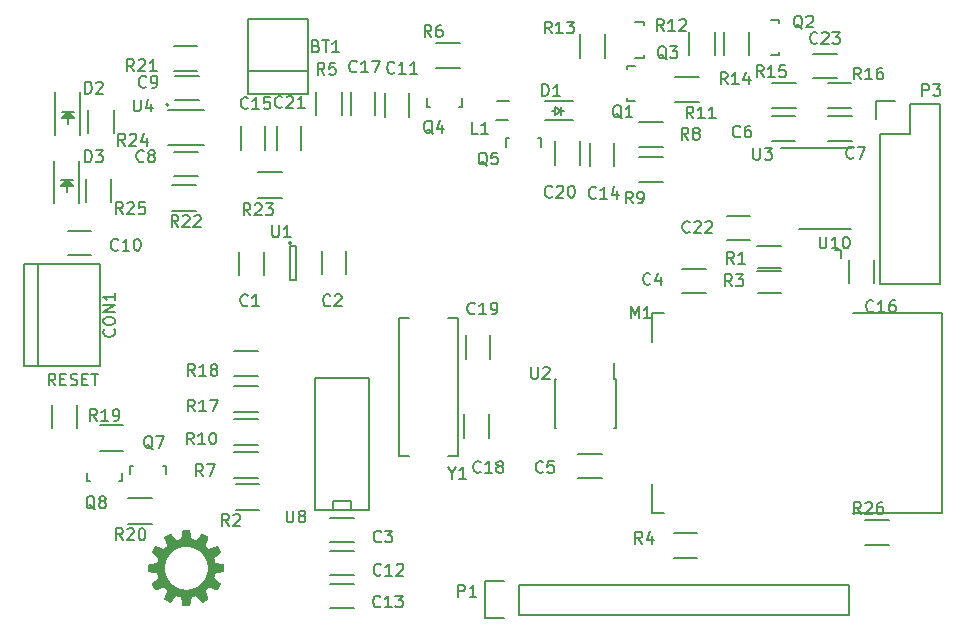
<source format=gto>
G04 #@! TF.FileFunction,Legend,Top*
%FSLAX46Y46*%
G04 Gerber Fmt 4.6, Leading zero omitted, Abs format (unit mm)*
G04 Created by KiCad (PCBNEW 4.0.4+e1-6308~48~ubuntu16.04.1-stable) date Fri Oct  7 16:46:28 2016*
%MOMM*%
%LPD*%
G01*
G04 APERTURE LIST*
%ADD10C,0.150000*%
%ADD11C,0.010000*%
G04 APERTURE END LIST*
D10*
X91070000Y-87070000D02*
X119010000Y-87070000D01*
X119010000Y-87070000D02*
X119010000Y-84530000D01*
X119010000Y-84530000D02*
X91070000Y-84530000D01*
X88250000Y-87350000D02*
X89800000Y-87350000D01*
X91070000Y-87070000D02*
X91070000Y-84530000D01*
X89800000Y-84250000D02*
X88250000Y-84250000D01*
X88250000Y-84250000D02*
X88250000Y-87350000D01*
X106200000Y-82275000D02*
X104200000Y-82275000D01*
X104200000Y-80125000D02*
X106200000Y-80125000D01*
X75338000Y-78188000D02*
X75338000Y-77426000D01*
X75338000Y-77426000D02*
X76862000Y-77426000D01*
X76862000Y-77426000D02*
X76862000Y-78188000D01*
X73814000Y-67012000D02*
X78386000Y-67012000D01*
X78386000Y-67012000D02*
X78386000Y-78188000D01*
X78386000Y-78188000D02*
X73814000Y-78188000D01*
X73814000Y-78188000D02*
X73814000Y-67012000D01*
X69000000Y-69875000D02*
X67000000Y-69875000D01*
X67000000Y-67725000D02*
X69000000Y-67725000D01*
X69475000Y-58350000D02*
X69475000Y-56350000D01*
X67425000Y-56350000D02*
X67425000Y-58350000D01*
X68160000Y-41070000D02*
X73240000Y-41070000D01*
X68160000Y-36625000D02*
X73240000Y-36625000D01*
X73240000Y-42975000D02*
X68160000Y-42975000D01*
X73240000Y-42975000D02*
X73240000Y-36625000D01*
X68160000Y-42975000D02*
X68160000Y-36625000D01*
X49182540Y-57349100D02*
X49182540Y-66049100D01*
X55587540Y-57349100D02*
X55587540Y-66049100D01*
X55587540Y-66049100D02*
X49182540Y-66049100D01*
X50412540Y-66049100D02*
X50412540Y-57349100D01*
X49182540Y-57349100D02*
X55587540Y-57349100D01*
X99275000Y-67125000D02*
X99130000Y-67125000D01*
X99275000Y-71275000D02*
X99130000Y-71275000D01*
X94125000Y-71275000D02*
X94270000Y-71275000D01*
X94125000Y-67125000D02*
X94270000Y-67125000D01*
X99275000Y-67125000D02*
X99275000Y-71275000D01*
X94125000Y-67125000D02*
X94125000Y-71275000D01*
X99130000Y-67125000D02*
X99130000Y-65725000D01*
X103400000Y-61500000D02*
X102400000Y-61500000D01*
X102400000Y-61500000D02*
X102400000Y-64000000D01*
X119400000Y-78500000D02*
X126900000Y-78500000D01*
X126900000Y-78500000D02*
X126900000Y-61500000D01*
X126900000Y-61500000D02*
X119400000Y-61500000D01*
X102400000Y-76000000D02*
X102400000Y-78500000D01*
X102400000Y-78500000D02*
X103400000Y-78500000D01*
X94150000Y-44400000D02*
X93900000Y-44400000D01*
X94650000Y-44400000D02*
X94900000Y-44400000D01*
X94650000Y-44400000D02*
X94150000Y-44750000D01*
X94150000Y-44750000D02*
X94150000Y-44050000D01*
X94150000Y-44050000D02*
X94650000Y-44400000D01*
X94650000Y-44750000D02*
X94650000Y-44050000D01*
X95700000Y-43600000D02*
X93300000Y-43600000D01*
X95700000Y-45200000D02*
X93300000Y-45200000D01*
X76475000Y-58250000D02*
X76475000Y-56250000D01*
X74425000Y-56250000D02*
X74425000Y-58250000D01*
X77100000Y-78875000D02*
X75100000Y-78875000D01*
X75100000Y-80925000D02*
X77100000Y-80925000D01*
X106900000Y-57775000D02*
X104900000Y-57775000D01*
X104900000Y-59825000D02*
X106900000Y-59825000D01*
X98100000Y-73475000D02*
X96100000Y-73475000D01*
X96100000Y-75525000D02*
X98100000Y-75525000D01*
X114500000Y-44875000D02*
X112500000Y-44875000D01*
X112500000Y-46925000D02*
X114500000Y-46925000D01*
X52900000Y-56625000D02*
X54900000Y-56625000D01*
X54900000Y-54575000D02*
X52900000Y-54575000D01*
X81825000Y-44900000D02*
X81825000Y-42900000D01*
X79775000Y-42900000D02*
X79775000Y-44900000D01*
X77100000Y-81675000D02*
X75100000Y-81675000D01*
X75100000Y-83725000D02*
X77100000Y-83725000D01*
X77100000Y-84475000D02*
X75100000Y-84475000D01*
X75100000Y-86525000D02*
X77100000Y-86525000D01*
X99125000Y-49100000D02*
X99125000Y-47100000D01*
X97075000Y-47100000D02*
X97075000Y-49100000D01*
X119075000Y-57000000D02*
X119075000Y-59000000D01*
X121125000Y-59000000D02*
X121125000Y-57000000D01*
X78925000Y-44800000D02*
X78925000Y-42800000D01*
X76875000Y-42800000D02*
X76875000Y-44800000D01*
X86475000Y-70100000D02*
X86475000Y-72100000D01*
X88525000Y-72100000D02*
X88525000Y-70100000D01*
X88625000Y-65400000D02*
X88625000Y-63400000D01*
X86575000Y-63400000D02*
X86575000Y-65400000D01*
X96225000Y-49000000D02*
X96225000Y-47000000D01*
X94175000Y-47000000D02*
X94175000Y-49000000D01*
X89148820Y-45200100D02*
X90200380Y-45200100D01*
X90251180Y-43599900D02*
X89199620Y-43599900D01*
X126710000Y-59070000D02*
X126710000Y-43830000D01*
X121630000Y-46370000D02*
X121630000Y-59070000D01*
X126710000Y-59070000D02*
X121630000Y-59070000D01*
X126710000Y-43830000D02*
X124170000Y-43830000D01*
X122900000Y-43550000D02*
X121350000Y-43550000D01*
X124170000Y-43830000D02*
X124170000Y-46370000D01*
X124170000Y-46370000D02*
X121630000Y-46370000D01*
X121350000Y-43550000D02*
X121350000Y-45100000D01*
X67100000Y-76025000D02*
X69100000Y-76025000D01*
X69100000Y-78175000D02*
X67100000Y-78175000D01*
X113300000Y-59875000D02*
X111300000Y-59875000D01*
X111300000Y-57725000D02*
X113300000Y-57725000D01*
X76075000Y-42800000D02*
X76075000Y-44800000D01*
X73925000Y-44800000D02*
X73925000Y-42800000D01*
X84100000Y-38625000D02*
X86100000Y-38625000D01*
X86100000Y-40775000D02*
X84100000Y-40775000D01*
X69000000Y-75475000D02*
X67000000Y-75475000D01*
X67000000Y-73325000D02*
X69000000Y-73325000D01*
X103300000Y-47475000D02*
X101300000Y-47475000D01*
X101300000Y-45325000D02*
X103300000Y-45325000D01*
X101300000Y-48325000D02*
X103300000Y-48325000D01*
X103300000Y-50475000D02*
X101300000Y-50475000D01*
X69000000Y-72675000D02*
X67000000Y-72675000D01*
X67000000Y-70525000D02*
X69000000Y-70525000D01*
X106300000Y-43675000D02*
X104300000Y-43675000D01*
X104300000Y-41525000D02*
X106300000Y-41525000D01*
X105525000Y-39700000D02*
X105525000Y-37700000D01*
X107675000Y-37700000D02*
X107675000Y-39700000D01*
X96225000Y-39900000D02*
X96225000Y-37900000D01*
X98375000Y-37900000D02*
X98375000Y-39900000D01*
X110575000Y-37700000D02*
X110575000Y-39700000D01*
X108425000Y-39700000D02*
X108425000Y-37700000D01*
X114550000Y-44175000D02*
X112550000Y-44175000D01*
X112550000Y-42025000D02*
X114550000Y-42025000D01*
X119250000Y-44175000D02*
X117250000Y-44175000D01*
X117250000Y-42025000D02*
X119250000Y-42025000D01*
X69000000Y-66875000D02*
X67000000Y-66875000D01*
X67000000Y-64725000D02*
X69000000Y-64725000D01*
X55600000Y-71025000D02*
X57600000Y-71025000D01*
X57600000Y-73175000D02*
X55600000Y-73175000D01*
X60000000Y-79375000D02*
X58000000Y-79375000D01*
X58000000Y-77225000D02*
X60000000Y-77225000D01*
X85899360Y-73649620D02*
X85899360Y-61950380D01*
X80900640Y-61950380D02*
X80900640Y-73649620D01*
X85899360Y-61950380D02*
X85051000Y-61950380D01*
X80900640Y-61950380D02*
X81749000Y-61950380D01*
X85899360Y-73649620D02*
X85051000Y-73649620D01*
X80900640Y-73649620D02*
X81749000Y-73649620D01*
X119300000Y-44875000D02*
X117300000Y-44875000D01*
X117300000Y-46925000D02*
X119300000Y-46925000D01*
X63900000Y-47875000D02*
X61900000Y-47875000D01*
X61900000Y-49925000D02*
X63900000Y-49925000D01*
X62000000Y-43525000D02*
X64000000Y-43525000D01*
X64000000Y-41475000D02*
X62000000Y-41475000D01*
X69625000Y-47700000D02*
X69625000Y-45700000D01*
X67575000Y-45700000D02*
X67575000Y-47700000D01*
X72625000Y-47700000D02*
X72625000Y-45700000D01*
X70575000Y-45700000D02*
X70575000Y-47700000D01*
X51850000Y-42850000D02*
X51850000Y-46450000D01*
X53950000Y-42850000D02*
X53950000Y-46450000D01*
X53200000Y-44900000D02*
X52600000Y-44900000D01*
X52600000Y-44900000D02*
X52900000Y-44600000D01*
X52900000Y-44600000D02*
X53100000Y-44800000D01*
X53100000Y-44800000D02*
X52850000Y-44800000D01*
X52850000Y-44800000D02*
X52900000Y-44750000D01*
X53400000Y-44500000D02*
X52400000Y-44500000D01*
X52900000Y-45000000D02*
X52900000Y-45500000D01*
X52900000Y-44500000D02*
X53400000Y-45000000D01*
X53400000Y-45000000D02*
X52400000Y-45000000D01*
X52400000Y-45000000D02*
X52900000Y-44500000D01*
X51750000Y-48650000D02*
X51750000Y-52250000D01*
X53850000Y-48650000D02*
X53850000Y-52250000D01*
X53100000Y-50700000D02*
X52500000Y-50700000D01*
X52500000Y-50700000D02*
X52800000Y-50400000D01*
X52800000Y-50400000D02*
X53000000Y-50600000D01*
X53000000Y-50600000D02*
X52750000Y-50600000D01*
X52750000Y-50600000D02*
X52800000Y-50550000D01*
X53300000Y-50300000D02*
X52300000Y-50300000D01*
X52800000Y-50800000D02*
X52800000Y-51300000D01*
X52800000Y-50300000D02*
X53300000Y-50800000D01*
X53300000Y-50800000D02*
X52300000Y-50800000D01*
X52300000Y-50800000D02*
X52800000Y-50300000D01*
X100249760Y-40800840D02*
X100249760Y-40849100D01*
X100950800Y-43599820D02*
X100249760Y-43599820D01*
X100249760Y-43599820D02*
X100249760Y-43350900D01*
X100249760Y-40800840D02*
X100249760Y-40600180D01*
X100249760Y-40600180D02*
X100950800Y-40600180D01*
X113150240Y-39499160D02*
X113150240Y-39450900D01*
X112449200Y-36700180D02*
X113150240Y-36700180D01*
X113150240Y-36700180D02*
X113150240Y-36949100D01*
X113150240Y-39499160D02*
X113150240Y-39699820D01*
X113150240Y-39699820D02*
X112449200Y-39699820D01*
X101650240Y-39699160D02*
X101650240Y-39650900D01*
X100949200Y-36900180D02*
X101650240Y-36900180D01*
X101650240Y-36900180D02*
X101650240Y-37149100D01*
X101650240Y-39699160D02*
X101650240Y-39899820D01*
X101650240Y-39899820D02*
X100949200Y-39899820D01*
X83500840Y-44050240D02*
X83549100Y-44050240D01*
X86299820Y-43349200D02*
X86299820Y-44050240D01*
X86299820Y-44050240D02*
X86050900Y-44050240D01*
X83500840Y-44050240D02*
X83300180Y-44050240D01*
X83300180Y-44050240D02*
X83300180Y-43349200D01*
X92799160Y-46749760D02*
X92750900Y-46749760D01*
X90000180Y-47450800D02*
X90000180Y-46749760D01*
X90000180Y-46749760D02*
X90249100Y-46749760D01*
X92799160Y-46749760D02*
X92999820Y-46749760D01*
X92999820Y-46749760D02*
X92999820Y-47450800D01*
X60999160Y-74449760D02*
X60950900Y-74449760D01*
X58200180Y-75150800D02*
X58200180Y-74449760D01*
X58200180Y-74449760D02*
X58449100Y-74449760D01*
X60999160Y-74449760D02*
X61199820Y-74449760D01*
X61199820Y-74449760D02*
X61199820Y-75150800D01*
X54700840Y-75750240D02*
X54749100Y-75750240D01*
X57499820Y-75049200D02*
X57499820Y-75750240D01*
X57499820Y-75750240D02*
X57250900Y-75750240D01*
X54700840Y-75750240D02*
X54500180Y-75750240D01*
X54500180Y-75750240D02*
X54500180Y-75049200D01*
X63850000Y-41075000D02*
X61850000Y-41075000D01*
X61850000Y-38925000D02*
X63850000Y-38925000D01*
X63750000Y-52875000D02*
X61750000Y-52875000D01*
X61750000Y-50725000D02*
X63750000Y-50725000D01*
X71000000Y-51775000D02*
X69000000Y-51775000D01*
X69000000Y-49625000D02*
X71000000Y-49625000D01*
X54625000Y-46300000D02*
X54625000Y-44300000D01*
X56775000Y-44300000D02*
X56775000Y-46300000D01*
X54425000Y-52150000D02*
X54425000Y-50150000D01*
X56575000Y-50150000D02*
X56575000Y-52150000D01*
X122400000Y-81175000D02*
X120400000Y-81175000D01*
X120400000Y-79025000D02*
X122400000Y-79025000D01*
X71800000Y-55600000D02*
G75*
G03X71800000Y-55600000I-100000J0D01*
G01*
X72250000Y-55850000D02*
X71750000Y-55850000D01*
X72250000Y-58750000D02*
X72250000Y-55850000D01*
X71750000Y-58750000D02*
X72250000Y-58750000D01*
X71750000Y-55850000D02*
X71750000Y-58750000D01*
X61400000Y-43900000D02*
G75*
G03X61400000Y-43900000I-100000J0D01*
G01*
X61400000Y-44300000D02*
X64400000Y-44300000D01*
X64400000Y-47300000D02*
X61400000Y-47300000D01*
X118330960Y-56839220D02*
X118330960Y-56229620D01*
X118330960Y-56229620D02*
X117899160Y-56219460D01*
X51525000Y-71300000D02*
X51525000Y-69300000D01*
X53675000Y-69300000D02*
X53675000Y-71300000D01*
D11*
G36*
X60851500Y-82431758D02*
X60866429Y-82457122D01*
X60887326Y-82495892D01*
X60912655Y-82545201D01*
X60940878Y-82602184D01*
X60946530Y-82613825D01*
X60975502Y-82672461D01*
X61002307Y-82724411D01*
X61025309Y-82766686D01*
X61042871Y-82796295D01*
X61053357Y-82810249D01*
X61054330Y-82810853D01*
X61064019Y-82818688D01*
X61056428Y-82832621D01*
X61056383Y-82832675D01*
X61052274Y-82847808D01*
X61048860Y-82880102D01*
X61046154Y-82925991D01*
X61044168Y-82981910D01*
X61042914Y-83044294D01*
X61042405Y-83109578D01*
X61042653Y-83174196D01*
X61043671Y-83234583D01*
X61045472Y-83287174D01*
X61048067Y-83328404D01*
X61051468Y-83354708D01*
X61054538Y-83362483D01*
X61061212Y-83376047D01*
X61067898Y-83404636D01*
X61073182Y-83442154D01*
X61073318Y-83443498D01*
X61078223Y-83481891D01*
X61084031Y-83512235D01*
X61089499Y-83528057D01*
X61089583Y-83528165D01*
X61095965Y-83544362D01*
X61102594Y-83573744D01*
X61105933Y-83594770D01*
X61111629Y-83625760D01*
X61118273Y-83645929D01*
X61122344Y-83650333D01*
X61129079Y-83659751D01*
X61135855Y-83683592D01*
X61138428Y-83697958D01*
X61144439Y-83726305D01*
X61151452Y-83743355D01*
X61154472Y-83745583D01*
X61162073Y-83754827D01*
X61169293Y-83777576D01*
X61170323Y-83782625D01*
X61176954Y-83807035D01*
X61184310Y-83819319D01*
X61185500Y-83819666D01*
X61192655Y-83828905D01*
X61199649Y-83851645D01*
X61200676Y-83856708D01*
X61207569Y-83881126D01*
X61215563Y-83893405D01*
X61216888Y-83893750D01*
X61225372Y-83902869D01*
X61232984Y-83924869D01*
X61233125Y-83925500D01*
X61240469Y-83947708D01*
X61248516Y-83957243D01*
X61248693Y-83957250D01*
X61257375Y-83966209D01*
X61263929Y-83983708D01*
X61272427Y-84003529D01*
X61280951Y-84010166D01*
X61290285Y-84018686D01*
X61291333Y-84025285D01*
X61298301Y-84045164D01*
X61305812Y-84054883D01*
X61320923Y-84076885D01*
X61327691Y-84092681D01*
X61337194Y-84110891D01*
X61344963Y-84116000D01*
X61354404Y-84124197D01*
X61354833Y-84127559D01*
X61360771Y-84143801D01*
X61373354Y-84163376D01*
X61393667Y-84191042D01*
X61407750Y-84211271D01*
X61437617Y-84250662D01*
X61480062Y-84299784D01*
X61531371Y-84354856D01*
X61587831Y-84412096D01*
X61645727Y-84467721D01*
X61701347Y-84517949D01*
X61743205Y-84552897D01*
X61777283Y-84579439D01*
X61805041Y-84600060D01*
X61822433Y-84611801D01*
X61825982Y-84613416D01*
X61838514Y-84619633D01*
X61847347Y-84626645D01*
X61875282Y-84650753D01*
X61892686Y-84662953D01*
X61903964Y-84666333D01*
X61919789Y-84672849D01*
X61928411Y-84679562D01*
X61945547Y-84691598D01*
X61974222Y-84708206D01*
X61995312Y-84719250D01*
X62025315Y-84735038D01*
X62046790Y-84747704D01*
X62053439Y-84752806D01*
X62066740Y-84760358D01*
X62087835Y-84767183D01*
X62108804Y-84775232D01*
X62116833Y-84783417D01*
X62126077Y-84791055D01*
X62148827Y-84798292D01*
X62153875Y-84799323D01*
X62178294Y-84806252D01*
X62190572Y-84814334D01*
X62190916Y-84815677D01*
X62199668Y-84823689D01*
X62209437Y-84825148D01*
X62231716Y-84829945D01*
X62258462Y-84841122D01*
X62290338Y-84853743D01*
X62326898Y-84863068D01*
X62329900Y-84863576D01*
X62355836Y-84869653D01*
X62369963Y-84876717D01*
X62370833Y-84878591D01*
X62380371Y-84884413D01*
X62404982Y-84890564D01*
X62429041Y-84894332D01*
X62460871Y-84899713D01*
X62482014Y-84905978D01*
X62487250Y-84910174D01*
X62497031Y-84914707D01*
X62523237Y-84919680D01*
X62561164Y-84924304D01*
X62582730Y-84926213D01*
X62625547Y-84930471D01*
X62659794Y-84935582D01*
X62680384Y-84940708D01*
X62683896Y-84942883D01*
X62695672Y-84945860D01*
X62724394Y-84948244D01*
X62766220Y-84950035D01*
X62817309Y-84951231D01*
X62873819Y-84951829D01*
X62931909Y-84951829D01*
X62987736Y-84951229D01*
X63037461Y-84950026D01*
X63077240Y-84948221D01*
X63103232Y-84945810D01*
X63111666Y-84943061D01*
X63121435Y-84938279D01*
X63147546Y-84933170D01*
X63185209Y-84928571D01*
X63203787Y-84926958D01*
X63245829Y-84922799D01*
X63279252Y-84917752D01*
X63298856Y-84912677D01*
X63301682Y-84910802D01*
X63314654Y-84904367D01*
X63341666Y-84897683D01*
X63363009Y-84894164D01*
X63395213Y-84888392D01*
X63417762Y-84881765D01*
X63423918Y-84877929D01*
X63436825Y-84870981D01*
X63462811Y-84863900D01*
X63474201Y-84861749D01*
X63503610Y-84854586D01*
X63523365Y-84845652D01*
X63526487Y-84842614D01*
X63537603Y-84836400D01*
X63541271Y-84838410D01*
X63539510Y-84849926D01*
X63530291Y-84877756D01*
X63514764Y-84918877D01*
X63494081Y-84970266D01*
X63469393Y-85028900D01*
X63463873Y-85041700D01*
X63432239Y-85116116D01*
X63409564Y-85172719D01*
X63395435Y-85212673D01*
X63389437Y-85237143D01*
X63390880Y-85247098D01*
X63404030Y-85254905D01*
X63432629Y-85270247D01*
X63473149Y-85291284D01*
X63522061Y-85316174D01*
X63553520Y-85331969D01*
X63604682Y-85358098D01*
X63648410Y-85381519D01*
X63681500Y-85400430D01*
X63700752Y-85413027D01*
X63704333Y-85416890D01*
X63694992Y-85424458D01*
X63671648Y-85431744D01*
X63662055Y-85433615D01*
X63634110Y-85440097D01*
X63616465Y-85447464D01*
X63614418Y-85449429D01*
X63601651Y-85455747D01*
X63574995Y-85462281D01*
X63556154Y-85465376D01*
X63526025Y-85471088D01*
X63506864Y-85477733D01*
X63503250Y-85481400D01*
X63493620Y-85486877D01*
X63468415Y-85492725D01*
X63434311Y-85497531D01*
X63398166Y-85502641D01*
X63371160Y-85508773D01*
X63359603Y-85514248D01*
X63345605Y-85521607D01*
X63329385Y-85523583D01*
X63312252Y-85527522D01*
X63302744Y-85543113D01*
X63298376Y-85563270D01*
X63293785Y-85600566D01*
X63291707Y-85636156D01*
X63291699Y-85637354D01*
X63289027Y-85660770D01*
X63282675Y-85671652D01*
X63281950Y-85671750D01*
X63276787Y-85681506D01*
X63271289Y-85707545D01*
X63266380Y-85745019D01*
X63264823Y-85761708D01*
X63260530Y-85802328D01*
X63255516Y-85833407D01*
X63250634Y-85850101D01*
X63248948Y-85851666D01*
X63244351Y-85861421D01*
X63239286Y-85887456D01*
X63234610Y-85924924D01*
X63233073Y-85941625D01*
X63228780Y-85982244D01*
X63223766Y-86013324D01*
X63218884Y-86030018D01*
X63217198Y-86031583D01*
X63212601Y-86041338D01*
X63207536Y-86067373D01*
X63202860Y-86104841D01*
X63201323Y-86121541D01*
X63196927Y-86162164D01*
X63191637Y-86193244D01*
X63186359Y-86209936D01*
X63184498Y-86211500D01*
X63177944Y-86220701D01*
X63175167Y-86242870D01*
X63175166Y-86243250D01*
X63175166Y-86275000D01*
X62902545Y-86275000D01*
X62819194Y-86274906D01*
X62754508Y-86274511D01*
X62705985Y-86273645D01*
X62671124Y-86272140D01*
X62647424Y-86269825D01*
X62632383Y-86266531D01*
X62623499Y-86262088D01*
X62618272Y-86256327D01*
X62617873Y-86255703D01*
X62611085Y-86236139D01*
X62604275Y-86202285D01*
X62598781Y-86160975D01*
X62598195Y-86155009D01*
X62593578Y-86115721D01*
X62588256Y-86085377D01*
X62583242Y-86069496D01*
X62582349Y-86068531D01*
X62577643Y-86056309D01*
X62572447Y-86028363D01*
X62567706Y-85990089D01*
X62566625Y-85978666D01*
X62562131Y-85938494D01*
X62556868Y-85907160D01*
X62551798Y-85890075D01*
X62550589Y-85888609D01*
X62545892Y-85876336D01*
X62540742Y-85848171D01*
X62536023Y-85809347D01*
X62534570Y-85793418D01*
X62530310Y-85752809D01*
X62525383Y-85721740D01*
X62520627Y-85705059D01*
X62519000Y-85703500D01*
X62514539Y-85693745D01*
X62509579Y-85667711D01*
X62504958Y-85630244D01*
X62503426Y-85613541D01*
X62495933Y-85523583D01*
X62465133Y-85523583D01*
X62443249Y-85520796D01*
X62434333Y-85514232D01*
X62424703Y-85508445D01*
X62399501Y-85502379D01*
X62365541Y-85497515D01*
X62330550Y-85492575D01*
X62305780Y-85486801D01*
X62296750Y-85481627D01*
X62287212Y-85475775D01*
X62262600Y-85469605D01*
X62238541Y-85465832D01*
X62206711Y-85460443D01*
X62185568Y-85454157D01*
X62180333Y-85449940D01*
X62170916Y-85443397D01*
X62147078Y-85436736D01*
X62132708Y-85434178D01*
X62104354Y-85427960D01*
X62087306Y-85420428D01*
X62085083Y-85417101D01*
X62076062Y-85409497D01*
X62059899Y-85407166D01*
X62042345Y-85411844D01*
X62020839Y-85427266D01*
X61993176Y-85455514D01*
X61957150Y-85498670D01*
X61940170Y-85520233D01*
X61917635Y-85547635D01*
X61890634Y-85578484D01*
X61884050Y-85585700D01*
X61862014Y-85610782D01*
X61832383Y-85646101D01*
X61800559Y-85685184D01*
X61791273Y-85696825D01*
X61763358Y-85731562D01*
X61739475Y-85760456D01*
X61723315Y-85779073D01*
X61719595Y-85782875D01*
X61709710Y-85793168D01*
X61691717Y-85813875D01*
X61664219Y-85846654D01*
X61625818Y-85893165D01*
X61592958Y-85933247D01*
X61576983Y-85952554D01*
X61568728Y-85962424D01*
X61544553Y-85977211D01*
X61515119Y-85972579D01*
X61492416Y-85957500D01*
X61470517Y-85942292D01*
X61453755Y-85936333D01*
X61440743Y-85930061D01*
X61439500Y-85925750D01*
X61430983Y-85916235D01*
X61424380Y-85915166D01*
X61403971Y-85908411D01*
X61395088Y-85901937D01*
X61377947Y-85889877D01*
X61349295Y-85873239D01*
X61328375Y-85862250D01*
X61296340Y-85845055D01*
X61270940Y-85829538D01*
X61261661Y-85822562D01*
X61241592Y-85811036D01*
X61232369Y-85809333D01*
X61218775Y-85803482D01*
X61217250Y-85798951D01*
X61208270Y-85788920D01*
X61190791Y-85781929D01*
X61170968Y-85774667D01*
X61164233Y-85768498D01*
X61155362Y-85760708D01*
X61132851Y-85748373D01*
X61116316Y-85740685D01*
X61087949Y-85727084D01*
X61074990Y-85715533D01*
X61073113Y-85700434D01*
X61075413Y-85687769D01*
X61082758Y-85663608D01*
X61090608Y-85650559D01*
X61097763Y-85637576D01*
X61104990Y-85612180D01*
X61106353Y-85605463D01*
X61113216Y-85578439D01*
X61120758Y-85561887D01*
X61122278Y-85560452D01*
X61129245Y-85547569D01*
X61136204Y-85521896D01*
X61137884Y-85512944D01*
X61144274Y-85486520D01*
X61151580Y-85471775D01*
X61153750Y-85470666D01*
X61160776Y-85461330D01*
X61167762Y-85437990D01*
X61169625Y-85428333D01*
X61176016Y-85401889D01*
X61183321Y-85387118D01*
X61185500Y-85386000D01*
X61192526Y-85376663D01*
X61199512Y-85353324D01*
X61201375Y-85343666D01*
X61207711Y-85317224D01*
X61214878Y-85302453D01*
X61217002Y-85301333D01*
X61224347Y-85292099D01*
X61231397Y-85269407D01*
X61232342Y-85264738D01*
X61241945Y-85229545D01*
X61254622Y-85198592D01*
X61265896Y-85169434D01*
X61270101Y-85145229D01*
X61273791Y-85126636D01*
X61279819Y-85121416D01*
X61287429Y-85112075D01*
X61294741Y-85088724D01*
X61296625Y-85079083D01*
X61303223Y-85052632D01*
X61311043Y-85037864D01*
X61313430Y-85036750D01*
X61324334Y-85032016D01*
X61322131Y-85017317D01*
X61306256Y-84991903D01*
X61276145Y-84955025D01*
X61231234Y-84905936D01*
X61170960Y-84843885D01*
X61159475Y-84832325D01*
X61104560Y-84777304D01*
X61062165Y-84735771D01*
X61029803Y-84706287D01*
X61004985Y-84687413D01*
X60985223Y-84677712D01*
X60968031Y-84675745D01*
X60950919Y-84680074D01*
X60931400Y-84689260D01*
X60921204Y-84694577D01*
X60895039Y-84705073D01*
X60876562Y-84708601D01*
X60857411Y-84714203D01*
X60852125Y-84719250D01*
X60837001Y-84728582D01*
X60827687Y-84729898D01*
X60805724Y-84734684D01*
X60780240Y-84745377D01*
X60747951Y-84758505D01*
X60714094Y-84767657D01*
X60689858Y-84774342D01*
X60677798Y-84781860D01*
X60677500Y-84782997D01*
X60668164Y-84789868D01*
X60644828Y-84796768D01*
X60635166Y-84798625D01*
X60608722Y-84805016D01*
X60593952Y-84812321D01*
X60592833Y-84814500D01*
X60583496Y-84821526D01*
X60560157Y-84828512D01*
X60550500Y-84830375D01*
X60524057Y-84836705D01*
X60509286Y-84843860D01*
X60508166Y-84845978D01*
X60498750Y-84852420D01*
X60474914Y-84859020D01*
X60460541Y-84861571D01*
X60432193Y-84867603D01*
X60415143Y-84874668D01*
X60412916Y-84877718D01*
X60403578Y-84884921D01*
X60380235Y-84892006D01*
X60370583Y-84893875D01*
X60344141Y-84900206D01*
X60329369Y-84907360D01*
X60328249Y-84909479D01*
X60319073Y-84916798D01*
X60297058Y-84922508D01*
X60276871Y-84922992D01*
X60271762Y-84917574D01*
X60271956Y-84917235D01*
X60271151Y-84902949D01*
X60268751Y-84900599D01*
X60261685Y-84892673D01*
X60250425Y-84875155D01*
X60233468Y-84845453D01*
X60209308Y-84800975D01*
X60191387Y-84767357D01*
X60175739Y-84740962D01*
X60161562Y-84721622D01*
X60150074Y-84701413D01*
X60148333Y-84692035D01*
X60143006Y-84678434D01*
X60138897Y-84676916D01*
X60129580Y-84667947D01*
X60122820Y-84650458D01*
X60114322Y-84630636D01*
X60105798Y-84624000D01*
X60095841Y-84615837D01*
X60095416Y-84612621D01*
X60090314Y-84598649D01*
X60076794Y-84571883D01*
X60057538Y-84537553D01*
X60052811Y-84529527D01*
X60029311Y-84484720D01*
X60017908Y-84450635D01*
X60019021Y-84429279D01*
X60030403Y-84422616D01*
X60041303Y-84415922D01*
X60062707Y-84398847D01*
X60084833Y-84379645D01*
X60116546Y-84351820D01*
X60146936Y-84326104D01*
X60162151Y-84313799D01*
X60182919Y-84297410D01*
X60204241Y-84280084D01*
X60230645Y-84258068D01*
X60266662Y-84227608D01*
X60285916Y-84211250D01*
X60329630Y-84174196D01*
X60361332Y-84147639D01*
X60385034Y-84128244D01*
X60400473Y-84116000D01*
X60420324Y-84099843D01*
X60451443Y-84073790D01*
X60489119Y-84041829D01*
X60528639Y-84007946D01*
X60548832Y-83990474D01*
X60570339Y-83973677D01*
X60585874Y-83964480D01*
X60592738Y-83956083D01*
X60585619Y-83938768D01*
X60575087Y-83913738D01*
X60566398Y-83881630D01*
X60565921Y-83879177D01*
X60559305Y-83854262D01*
X60552081Y-83841338D01*
X60550685Y-83840833D01*
X60544831Y-83831353D01*
X60538707Y-83807126D01*
X60535681Y-83788351D01*
X60529953Y-83756985D01*
X60523085Y-83735337D01*
X60519484Y-83730162D01*
X60513444Y-83717358D01*
X60507151Y-83689925D01*
X60502874Y-83660916D01*
X60497487Y-83626246D01*
X60491001Y-83600847D01*
X60485958Y-83591481D01*
X60479827Y-83578031D01*
X60476575Y-83552062D01*
X60476416Y-83544516D01*
X60476416Y-83503448D01*
X60402098Y-83496125D01*
X60364610Y-83491379D01*
X60336212Y-83485815D01*
X60322741Y-83480592D01*
X60322538Y-83480320D01*
X60310231Y-83475496D01*
X60282223Y-83470240D01*
X60243936Y-83465508D01*
X60232814Y-83464469D01*
X60193577Y-83460095D01*
X60164032Y-83454988D01*
X60149179Y-83450074D01*
X60148333Y-83448833D01*
X60138577Y-83444291D01*
X60112538Y-83439266D01*
X60075057Y-83434608D01*
X60058217Y-83433060D01*
X60016756Y-83428736D01*
X59984040Y-83423690D01*
X59965288Y-83418791D01*
X59962928Y-83417181D01*
X59950702Y-83412556D01*
X59922577Y-83407462D01*
X59883779Y-83402772D01*
X59867835Y-83401320D01*
X59827222Y-83396924D01*
X59796152Y-83391634D01*
X59779473Y-83386356D01*
X59777916Y-83384498D01*
X59768852Y-83377481D01*
X59751458Y-83375166D01*
X59725000Y-83375166D01*
X59725000Y-83101295D01*
X59725267Y-83011965D01*
X59726127Y-82941943D01*
X59727665Y-82889376D01*
X59729968Y-82852411D01*
X59733122Y-82829197D01*
X59737212Y-82817879D01*
X59738229Y-82816816D01*
X59754621Y-82810823D01*
X59785908Y-82804648D01*
X59825863Y-82799474D01*
X59833408Y-82798748D01*
X59872894Y-82794163D01*
X59903501Y-82788751D01*
X59919698Y-82783538D01*
X59920760Y-82782550D01*
X59933096Y-82777755D01*
X59961314Y-82772533D01*
X60000173Y-82767774D01*
X60016081Y-82766320D01*
X60056690Y-82762060D01*
X60087759Y-82757133D01*
X60104440Y-82752377D01*
X60105999Y-82750749D01*
X60115754Y-82746288D01*
X60141786Y-82741328D01*
X60179250Y-82736708D01*
X60195918Y-82735179D01*
X60237348Y-82730840D01*
X60270044Y-82725746D01*
X60288772Y-82720780D01*
X60291109Y-82719160D01*
X60303431Y-82714299D01*
X60331447Y-82708992D01*
X60369735Y-82704205D01*
X60380811Y-82703156D01*
X60465242Y-82695682D01*
X60649685Y-82559174D01*
X60704277Y-82519095D01*
X60753376Y-82483668D01*
X60794374Y-82454724D01*
X60824662Y-82434094D01*
X60841632Y-82423610D01*
X60844075Y-82422666D01*
X60851500Y-82431758D01*
X60851500Y-82431758D01*
G37*
X60851500Y-82431758D02*
X60866429Y-82457122D01*
X60887326Y-82495892D01*
X60912655Y-82545201D01*
X60940878Y-82602184D01*
X60946530Y-82613825D01*
X60975502Y-82672461D01*
X61002307Y-82724411D01*
X61025309Y-82766686D01*
X61042871Y-82796295D01*
X61053357Y-82810249D01*
X61054330Y-82810853D01*
X61064019Y-82818688D01*
X61056428Y-82832621D01*
X61056383Y-82832675D01*
X61052274Y-82847808D01*
X61048860Y-82880102D01*
X61046154Y-82925991D01*
X61044168Y-82981910D01*
X61042914Y-83044294D01*
X61042405Y-83109578D01*
X61042653Y-83174196D01*
X61043671Y-83234583D01*
X61045472Y-83287174D01*
X61048067Y-83328404D01*
X61051468Y-83354708D01*
X61054538Y-83362483D01*
X61061212Y-83376047D01*
X61067898Y-83404636D01*
X61073182Y-83442154D01*
X61073318Y-83443498D01*
X61078223Y-83481891D01*
X61084031Y-83512235D01*
X61089499Y-83528057D01*
X61089583Y-83528165D01*
X61095965Y-83544362D01*
X61102594Y-83573744D01*
X61105933Y-83594770D01*
X61111629Y-83625760D01*
X61118273Y-83645929D01*
X61122344Y-83650333D01*
X61129079Y-83659751D01*
X61135855Y-83683592D01*
X61138428Y-83697958D01*
X61144439Y-83726305D01*
X61151452Y-83743355D01*
X61154472Y-83745583D01*
X61162073Y-83754827D01*
X61169293Y-83777576D01*
X61170323Y-83782625D01*
X61176954Y-83807035D01*
X61184310Y-83819319D01*
X61185500Y-83819666D01*
X61192655Y-83828905D01*
X61199649Y-83851645D01*
X61200676Y-83856708D01*
X61207569Y-83881126D01*
X61215563Y-83893405D01*
X61216888Y-83893750D01*
X61225372Y-83902869D01*
X61232984Y-83924869D01*
X61233125Y-83925500D01*
X61240469Y-83947708D01*
X61248516Y-83957243D01*
X61248693Y-83957250D01*
X61257375Y-83966209D01*
X61263929Y-83983708D01*
X61272427Y-84003529D01*
X61280951Y-84010166D01*
X61290285Y-84018686D01*
X61291333Y-84025285D01*
X61298301Y-84045164D01*
X61305812Y-84054883D01*
X61320923Y-84076885D01*
X61327691Y-84092681D01*
X61337194Y-84110891D01*
X61344963Y-84116000D01*
X61354404Y-84124197D01*
X61354833Y-84127559D01*
X61360771Y-84143801D01*
X61373354Y-84163376D01*
X61393667Y-84191042D01*
X61407750Y-84211271D01*
X61437617Y-84250662D01*
X61480062Y-84299784D01*
X61531371Y-84354856D01*
X61587831Y-84412096D01*
X61645727Y-84467721D01*
X61701347Y-84517949D01*
X61743205Y-84552897D01*
X61777283Y-84579439D01*
X61805041Y-84600060D01*
X61822433Y-84611801D01*
X61825982Y-84613416D01*
X61838514Y-84619633D01*
X61847347Y-84626645D01*
X61875282Y-84650753D01*
X61892686Y-84662953D01*
X61903964Y-84666333D01*
X61919789Y-84672849D01*
X61928411Y-84679562D01*
X61945547Y-84691598D01*
X61974222Y-84708206D01*
X61995312Y-84719250D01*
X62025315Y-84735038D01*
X62046790Y-84747704D01*
X62053439Y-84752806D01*
X62066740Y-84760358D01*
X62087835Y-84767183D01*
X62108804Y-84775232D01*
X62116833Y-84783417D01*
X62126077Y-84791055D01*
X62148827Y-84798292D01*
X62153875Y-84799323D01*
X62178294Y-84806252D01*
X62190572Y-84814334D01*
X62190916Y-84815677D01*
X62199668Y-84823689D01*
X62209437Y-84825148D01*
X62231716Y-84829945D01*
X62258462Y-84841122D01*
X62290338Y-84853743D01*
X62326898Y-84863068D01*
X62329900Y-84863576D01*
X62355836Y-84869653D01*
X62369963Y-84876717D01*
X62370833Y-84878591D01*
X62380371Y-84884413D01*
X62404982Y-84890564D01*
X62429041Y-84894332D01*
X62460871Y-84899713D01*
X62482014Y-84905978D01*
X62487250Y-84910174D01*
X62497031Y-84914707D01*
X62523237Y-84919680D01*
X62561164Y-84924304D01*
X62582730Y-84926213D01*
X62625547Y-84930471D01*
X62659794Y-84935582D01*
X62680384Y-84940708D01*
X62683896Y-84942883D01*
X62695672Y-84945860D01*
X62724394Y-84948244D01*
X62766220Y-84950035D01*
X62817309Y-84951231D01*
X62873819Y-84951829D01*
X62931909Y-84951829D01*
X62987736Y-84951229D01*
X63037461Y-84950026D01*
X63077240Y-84948221D01*
X63103232Y-84945810D01*
X63111666Y-84943061D01*
X63121435Y-84938279D01*
X63147546Y-84933170D01*
X63185209Y-84928571D01*
X63203787Y-84926958D01*
X63245829Y-84922799D01*
X63279252Y-84917752D01*
X63298856Y-84912677D01*
X63301682Y-84910802D01*
X63314654Y-84904367D01*
X63341666Y-84897683D01*
X63363009Y-84894164D01*
X63395213Y-84888392D01*
X63417762Y-84881765D01*
X63423918Y-84877929D01*
X63436825Y-84870981D01*
X63462811Y-84863900D01*
X63474201Y-84861749D01*
X63503610Y-84854586D01*
X63523365Y-84845652D01*
X63526487Y-84842614D01*
X63537603Y-84836400D01*
X63541271Y-84838410D01*
X63539510Y-84849926D01*
X63530291Y-84877756D01*
X63514764Y-84918877D01*
X63494081Y-84970266D01*
X63469393Y-85028900D01*
X63463873Y-85041700D01*
X63432239Y-85116116D01*
X63409564Y-85172719D01*
X63395435Y-85212673D01*
X63389437Y-85237143D01*
X63390880Y-85247098D01*
X63404030Y-85254905D01*
X63432629Y-85270247D01*
X63473149Y-85291284D01*
X63522061Y-85316174D01*
X63553520Y-85331969D01*
X63604682Y-85358098D01*
X63648410Y-85381519D01*
X63681500Y-85400430D01*
X63700752Y-85413027D01*
X63704333Y-85416890D01*
X63694992Y-85424458D01*
X63671648Y-85431744D01*
X63662055Y-85433615D01*
X63634110Y-85440097D01*
X63616465Y-85447464D01*
X63614418Y-85449429D01*
X63601651Y-85455747D01*
X63574995Y-85462281D01*
X63556154Y-85465376D01*
X63526025Y-85471088D01*
X63506864Y-85477733D01*
X63503250Y-85481400D01*
X63493620Y-85486877D01*
X63468415Y-85492725D01*
X63434311Y-85497531D01*
X63398166Y-85502641D01*
X63371160Y-85508773D01*
X63359603Y-85514248D01*
X63345605Y-85521607D01*
X63329385Y-85523583D01*
X63312252Y-85527522D01*
X63302744Y-85543113D01*
X63298376Y-85563270D01*
X63293785Y-85600566D01*
X63291707Y-85636156D01*
X63291699Y-85637354D01*
X63289027Y-85660770D01*
X63282675Y-85671652D01*
X63281950Y-85671750D01*
X63276787Y-85681506D01*
X63271289Y-85707545D01*
X63266380Y-85745019D01*
X63264823Y-85761708D01*
X63260530Y-85802328D01*
X63255516Y-85833407D01*
X63250634Y-85850101D01*
X63248948Y-85851666D01*
X63244351Y-85861421D01*
X63239286Y-85887456D01*
X63234610Y-85924924D01*
X63233073Y-85941625D01*
X63228780Y-85982244D01*
X63223766Y-86013324D01*
X63218884Y-86030018D01*
X63217198Y-86031583D01*
X63212601Y-86041338D01*
X63207536Y-86067373D01*
X63202860Y-86104841D01*
X63201323Y-86121541D01*
X63196927Y-86162164D01*
X63191637Y-86193244D01*
X63186359Y-86209936D01*
X63184498Y-86211500D01*
X63177944Y-86220701D01*
X63175167Y-86242870D01*
X63175166Y-86243250D01*
X63175166Y-86275000D01*
X62902545Y-86275000D01*
X62819194Y-86274906D01*
X62754508Y-86274511D01*
X62705985Y-86273645D01*
X62671124Y-86272140D01*
X62647424Y-86269825D01*
X62632383Y-86266531D01*
X62623499Y-86262088D01*
X62618272Y-86256327D01*
X62617873Y-86255703D01*
X62611085Y-86236139D01*
X62604275Y-86202285D01*
X62598781Y-86160975D01*
X62598195Y-86155009D01*
X62593578Y-86115721D01*
X62588256Y-86085377D01*
X62583242Y-86069496D01*
X62582349Y-86068531D01*
X62577643Y-86056309D01*
X62572447Y-86028363D01*
X62567706Y-85990089D01*
X62566625Y-85978666D01*
X62562131Y-85938494D01*
X62556868Y-85907160D01*
X62551798Y-85890075D01*
X62550589Y-85888609D01*
X62545892Y-85876336D01*
X62540742Y-85848171D01*
X62536023Y-85809347D01*
X62534570Y-85793418D01*
X62530310Y-85752809D01*
X62525383Y-85721740D01*
X62520627Y-85705059D01*
X62519000Y-85703500D01*
X62514539Y-85693745D01*
X62509579Y-85667711D01*
X62504958Y-85630244D01*
X62503426Y-85613541D01*
X62495933Y-85523583D01*
X62465133Y-85523583D01*
X62443249Y-85520796D01*
X62434333Y-85514232D01*
X62424703Y-85508445D01*
X62399501Y-85502379D01*
X62365541Y-85497515D01*
X62330550Y-85492575D01*
X62305780Y-85486801D01*
X62296750Y-85481627D01*
X62287212Y-85475775D01*
X62262600Y-85469605D01*
X62238541Y-85465832D01*
X62206711Y-85460443D01*
X62185568Y-85454157D01*
X62180333Y-85449940D01*
X62170916Y-85443397D01*
X62147078Y-85436736D01*
X62132708Y-85434178D01*
X62104354Y-85427960D01*
X62087306Y-85420428D01*
X62085083Y-85417101D01*
X62076062Y-85409497D01*
X62059899Y-85407166D01*
X62042345Y-85411844D01*
X62020839Y-85427266D01*
X61993176Y-85455514D01*
X61957150Y-85498670D01*
X61940170Y-85520233D01*
X61917635Y-85547635D01*
X61890634Y-85578484D01*
X61884050Y-85585700D01*
X61862014Y-85610782D01*
X61832383Y-85646101D01*
X61800559Y-85685184D01*
X61791273Y-85696825D01*
X61763358Y-85731562D01*
X61739475Y-85760456D01*
X61723315Y-85779073D01*
X61719595Y-85782875D01*
X61709710Y-85793168D01*
X61691717Y-85813875D01*
X61664219Y-85846654D01*
X61625818Y-85893165D01*
X61592958Y-85933247D01*
X61576983Y-85952554D01*
X61568728Y-85962424D01*
X61544553Y-85977211D01*
X61515119Y-85972579D01*
X61492416Y-85957500D01*
X61470517Y-85942292D01*
X61453755Y-85936333D01*
X61440743Y-85930061D01*
X61439500Y-85925750D01*
X61430983Y-85916235D01*
X61424380Y-85915166D01*
X61403971Y-85908411D01*
X61395088Y-85901937D01*
X61377947Y-85889877D01*
X61349295Y-85873239D01*
X61328375Y-85862250D01*
X61296340Y-85845055D01*
X61270940Y-85829538D01*
X61261661Y-85822562D01*
X61241592Y-85811036D01*
X61232369Y-85809333D01*
X61218775Y-85803482D01*
X61217250Y-85798951D01*
X61208270Y-85788920D01*
X61190791Y-85781929D01*
X61170968Y-85774667D01*
X61164233Y-85768498D01*
X61155362Y-85760708D01*
X61132851Y-85748373D01*
X61116316Y-85740685D01*
X61087949Y-85727084D01*
X61074990Y-85715533D01*
X61073113Y-85700434D01*
X61075413Y-85687769D01*
X61082758Y-85663608D01*
X61090608Y-85650559D01*
X61097763Y-85637576D01*
X61104990Y-85612180D01*
X61106353Y-85605463D01*
X61113216Y-85578439D01*
X61120758Y-85561887D01*
X61122278Y-85560452D01*
X61129245Y-85547569D01*
X61136204Y-85521896D01*
X61137884Y-85512944D01*
X61144274Y-85486520D01*
X61151580Y-85471775D01*
X61153750Y-85470666D01*
X61160776Y-85461330D01*
X61167762Y-85437990D01*
X61169625Y-85428333D01*
X61176016Y-85401889D01*
X61183321Y-85387118D01*
X61185500Y-85386000D01*
X61192526Y-85376663D01*
X61199512Y-85353324D01*
X61201375Y-85343666D01*
X61207711Y-85317224D01*
X61214878Y-85302453D01*
X61217002Y-85301333D01*
X61224347Y-85292099D01*
X61231397Y-85269407D01*
X61232342Y-85264738D01*
X61241945Y-85229545D01*
X61254622Y-85198592D01*
X61265896Y-85169434D01*
X61270101Y-85145229D01*
X61273791Y-85126636D01*
X61279819Y-85121416D01*
X61287429Y-85112075D01*
X61294741Y-85088724D01*
X61296625Y-85079083D01*
X61303223Y-85052632D01*
X61311043Y-85037864D01*
X61313430Y-85036750D01*
X61324334Y-85032016D01*
X61322131Y-85017317D01*
X61306256Y-84991903D01*
X61276145Y-84955025D01*
X61231234Y-84905936D01*
X61170960Y-84843885D01*
X61159475Y-84832325D01*
X61104560Y-84777304D01*
X61062165Y-84735771D01*
X61029803Y-84706287D01*
X61004985Y-84687413D01*
X60985223Y-84677712D01*
X60968031Y-84675745D01*
X60950919Y-84680074D01*
X60931400Y-84689260D01*
X60921204Y-84694577D01*
X60895039Y-84705073D01*
X60876562Y-84708601D01*
X60857411Y-84714203D01*
X60852125Y-84719250D01*
X60837001Y-84728582D01*
X60827687Y-84729898D01*
X60805724Y-84734684D01*
X60780240Y-84745377D01*
X60747951Y-84758505D01*
X60714094Y-84767657D01*
X60689858Y-84774342D01*
X60677798Y-84781860D01*
X60677500Y-84782997D01*
X60668164Y-84789868D01*
X60644828Y-84796768D01*
X60635166Y-84798625D01*
X60608722Y-84805016D01*
X60593952Y-84812321D01*
X60592833Y-84814500D01*
X60583496Y-84821526D01*
X60560157Y-84828512D01*
X60550500Y-84830375D01*
X60524057Y-84836705D01*
X60509286Y-84843860D01*
X60508166Y-84845978D01*
X60498750Y-84852420D01*
X60474914Y-84859020D01*
X60460541Y-84861571D01*
X60432193Y-84867603D01*
X60415143Y-84874668D01*
X60412916Y-84877718D01*
X60403578Y-84884921D01*
X60380235Y-84892006D01*
X60370583Y-84893875D01*
X60344141Y-84900206D01*
X60329369Y-84907360D01*
X60328249Y-84909479D01*
X60319073Y-84916798D01*
X60297058Y-84922508D01*
X60276871Y-84922992D01*
X60271762Y-84917574D01*
X60271956Y-84917235D01*
X60271151Y-84902949D01*
X60268751Y-84900599D01*
X60261685Y-84892673D01*
X60250425Y-84875155D01*
X60233468Y-84845453D01*
X60209308Y-84800975D01*
X60191387Y-84767357D01*
X60175739Y-84740962D01*
X60161562Y-84721622D01*
X60150074Y-84701413D01*
X60148333Y-84692035D01*
X60143006Y-84678434D01*
X60138897Y-84676916D01*
X60129580Y-84667947D01*
X60122820Y-84650458D01*
X60114322Y-84630636D01*
X60105798Y-84624000D01*
X60095841Y-84615837D01*
X60095416Y-84612621D01*
X60090314Y-84598649D01*
X60076794Y-84571883D01*
X60057538Y-84537553D01*
X60052811Y-84529527D01*
X60029311Y-84484720D01*
X60017908Y-84450635D01*
X60019021Y-84429279D01*
X60030403Y-84422616D01*
X60041303Y-84415922D01*
X60062707Y-84398847D01*
X60084833Y-84379645D01*
X60116546Y-84351820D01*
X60146936Y-84326104D01*
X60162151Y-84313799D01*
X60182919Y-84297410D01*
X60204241Y-84280084D01*
X60230645Y-84258068D01*
X60266662Y-84227608D01*
X60285916Y-84211250D01*
X60329630Y-84174196D01*
X60361332Y-84147639D01*
X60385034Y-84128244D01*
X60400473Y-84116000D01*
X60420324Y-84099843D01*
X60451443Y-84073790D01*
X60489119Y-84041829D01*
X60528639Y-84007946D01*
X60548832Y-83990474D01*
X60570339Y-83973677D01*
X60585874Y-83964480D01*
X60592738Y-83956083D01*
X60585619Y-83938768D01*
X60575087Y-83913738D01*
X60566398Y-83881630D01*
X60565921Y-83879177D01*
X60559305Y-83854262D01*
X60552081Y-83841338D01*
X60550685Y-83840833D01*
X60544831Y-83831353D01*
X60538707Y-83807126D01*
X60535681Y-83788351D01*
X60529953Y-83756985D01*
X60523085Y-83735337D01*
X60519484Y-83730162D01*
X60513444Y-83717358D01*
X60507151Y-83689925D01*
X60502874Y-83660916D01*
X60497487Y-83626246D01*
X60491001Y-83600847D01*
X60485958Y-83591481D01*
X60479827Y-83578031D01*
X60476575Y-83552062D01*
X60476416Y-83544516D01*
X60476416Y-83503448D01*
X60402098Y-83496125D01*
X60364610Y-83491379D01*
X60336212Y-83485815D01*
X60322741Y-83480592D01*
X60322538Y-83480320D01*
X60310231Y-83475496D01*
X60282223Y-83470240D01*
X60243936Y-83465508D01*
X60232814Y-83464469D01*
X60193577Y-83460095D01*
X60164032Y-83454988D01*
X60149179Y-83450074D01*
X60148333Y-83448833D01*
X60138577Y-83444291D01*
X60112538Y-83439266D01*
X60075057Y-83434608D01*
X60058217Y-83433060D01*
X60016756Y-83428736D01*
X59984040Y-83423690D01*
X59965288Y-83418791D01*
X59962928Y-83417181D01*
X59950702Y-83412556D01*
X59922577Y-83407462D01*
X59883779Y-83402772D01*
X59867835Y-83401320D01*
X59827222Y-83396924D01*
X59796152Y-83391634D01*
X59779473Y-83386356D01*
X59777916Y-83384498D01*
X59768852Y-83377481D01*
X59751458Y-83375166D01*
X59725000Y-83375166D01*
X59725000Y-83101295D01*
X59725267Y-83011965D01*
X59726127Y-82941943D01*
X59727665Y-82889376D01*
X59729968Y-82852411D01*
X59733122Y-82829197D01*
X59737212Y-82817879D01*
X59738229Y-82816816D01*
X59754621Y-82810823D01*
X59785908Y-82804648D01*
X59825863Y-82799474D01*
X59833408Y-82798748D01*
X59872894Y-82794163D01*
X59903501Y-82788751D01*
X59919698Y-82783538D01*
X59920760Y-82782550D01*
X59933096Y-82777755D01*
X59961314Y-82772533D01*
X60000173Y-82767774D01*
X60016081Y-82766320D01*
X60056690Y-82762060D01*
X60087759Y-82757133D01*
X60104440Y-82752377D01*
X60105999Y-82750749D01*
X60115754Y-82746288D01*
X60141786Y-82741328D01*
X60179250Y-82736708D01*
X60195918Y-82735179D01*
X60237348Y-82730840D01*
X60270044Y-82725746D01*
X60288772Y-82720780D01*
X60291109Y-82719160D01*
X60303431Y-82714299D01*
X60331447Y-82708992D01*
X60369735Y-82704205D01*
X60380811Y-82703156D01*
X60465242Y-82695682D01*
X60649685Y-82559174D01*
X60704277Y-82519095D01*
X60753376Y-82483668D01*
X60794374Y-82454724D01*
X60824662Y-82434094D01*
X60841632Y-82423610D01*
X60844075Y-82422666D01*
X60851500Y-82431758D01*
G36*
X64524672Y-81274478D02*
X64548299Y-81291412D01*
X64582558Y-81320223D01*
X64625456Y-81359192D01*
X64675002Y-81406603D01*
X64704482Y-81435770D01*
X64748031Y-81477309D01*
X64782893Y-81506345D01*
X64807123Y-81521332D01*
X64814245Y-81523083D01*
X64832162Y-81519254D01*
X64836750Y-81513430D01*
X64846090Y-81505817D01*
X64869436Y-81498507D01*
X64879027Y-81496634D01*
X64907160Y-81489912D01*
X64925142Y-81481970D01*
X64927277Y-81479829D01*
X64941842Y-81471320D01*
X64951145Y-81470101D01*
X64973109Y-81465315D01*
X64998592Y-81454622D01*
X65030882Y-81441494D01*
X65064738Y-81432342D01*
X65088974Y-81425657D01*
X65101034Y-81418139D01*
X65101333Y-81417002D01*
X65110668Y-81410131D01*
X65134004Y-81403231D01*
X65143666Y-81401375D01*
X65170110Y-81394983D01*
X65184881Y-81387678D01*
X65186000Y-81385500D01*
X65195335Y-81378470D01*
X65218669Y-81371486D01*
X65228277Y-81369634D01*
X65256183Y-81363202D01*
X65273757Y-81355955D01*
X65275785Y-81354028D01*
X65288786Y-81346603D01*
X65313832Y-81339460D01*
X65318174Y-81338595D01*
X65342645Y-81331488D01*
X65354978Y-81322980D01*
X65355333Y-81321520D01*
X65364308Y-81313607D01*
X65379145Y-81311351D01*
X65406269Y-81306380D01*
X65431349Y-81296473D01*
X65463654Y-81282835D01*
X65489702Y-81275081D01*
X65508446Y-81272919D01*
X65521137Y-81279685D01*
X65533151Y-81299726D01*
X65540685Y-81316316D01*
X65554284Y-81343933D01*
X65565616Y-81361255D01*
X65569645Y-81364233D01*
X65576794Y-81372890D01*
X65577583Y-81379452D01*
X65584551Y-81399330D01*
X65592062Y-81409050D01*
X65607173Y-81431052D01*
X65613941Y-81446847D01*
X65623444Y-81465057D01*
X65631213Y-81470166D01*
X65640090Y-81478695D01*
X65641083Y-81485285D01*
X65647838Y-81505695D01*
X65654312Y-81514577D01*
X65666348Y-81531714D01*
X65682956Y-81560388D01*
X65694000Y-81581479D01*
X65709890Y-81611102D01*
X65722903Y-81631766D01*
X65728395Y-81637736D01*
X65735866Y-81649923D01*
X65736333Y-81654637D01*
X65742786Y-81671669D01*
X65757500Y-81692416D01*
X65775247Y-81720596D01*
X65774462Y-81745923D01*
X65754449Y-81772213D01*
X65740825Y-81783917D01*
X65713407Y-81806305D01*
X65690475Y-81825864D01*
X65685263Y-81830562D01*
X65668660Y-81845136D01*
X65641219Y-81868409D01*
X65608487Y-81895684D01*
X65604041Y-81899354D01*
X65573261Y-81924843D01*
X65549174Y-81944999D01*
X65536159Y-81956152D01*
X65535250Y-81957000D01*
X65525080Y-81965829D01*
X65502933Y-81984425D01*
X65473185Y-82009120D01*
X65466458Y-82014675D01*
X65433809Y-82041728D01*
X65406031Y-82064960D01*
X65388474Y-82079892D01*
X65387083Y-82081113D01*
X65360595Y-82104166D01*
X65321566Y-82137492D01*
X65268203Y-82182618D01*
X65261663Y-82188130D01*
X65226939Y-82222006D01*
X65209156Y-82250238D01*
X65209072Y-82271281D01*
X65216829Y-82279222D01*
X65224576Y-82292626D01*
X65231958Y-82318639D01*
X65233625Y-82327416D01*
X65240105Y-82355343D01*
X65247474Y-82372965D01*
X65249429Y-82374998D01*
X65255747Y-82387764D01*
X65262281Y-82414421D01*
X65265376Y-82433261D01*
X65271017Y-82463389D01*
X65277483Y-82482550D01*
X65281010Y-82486166D01*
X65286295Y-82495793D01*
X65292002Y-82520984D01*
X65296722Y-82554846D01*
X65301892Y-82590974D01*
X65308185Y-82618003D01*
X65313830Y-82629554D01*
X65320962Y-82643511D01*
X65323583Y-82665456D01*
X65324288Y-82679960D01*
X65329183Y-82689193D01*
X65342439Y-82694887D01*
X65368225Y-82698774D01*
X65410711Y-82702587D01*
X65413541Y-82702823D01*
X65454161Y-82707129D01*
X65485241Y-82712181D01*
X65501935Y-82717116D01*
X65503500Y-82718826D01*
X65513279Y-82723345D01*
X65539478Y-82728323D01*
X65577385Y-82732966D01*
X65598750Y-82734874D01*
X65640665Y-82739050D01*
X65673174Y-82743922D01*
X65691567Y-82748704D01*
X65694000Y-82750772D01*
X65703740Y-82755451D01*
X65729684Y-82760631D01*
X65766915Y-82765411D01*
X65781312Y-82766788D01*
X65822144Y-82771293D01*
X65854228Y-82776567D01*
X65872226Y-82781670D01*
X65874132Y-82783103D01*
X65886571Y-82788048D01*
X65914677Y-82793457D01*
X65953000Y-82798340D01*
X65963881Y-82799394D01*
X66005312Y-82804609D01*
X66039236Y-82811556D01*
X66059523Y-82818910D01*
X66061561Y-82820466D01*
X66065959Y-82830326D01*
X66069371Y-82851349D01*
X66071889Y-82885460D01*
X66073604Y-82934581D01*
X66074607Y-83000638D01*
X66074990Y-83085555D01*
X66075000Y-83104535D01*
X66075000Y-83375166D01*
X66049166Y-83375166D01*
X66027099Y-83378583D01*
X66017573Y-83384485D01*
X66005066Y-83389541D01*
X65976696Y-83394966D01*
X65937729Y-83399835D01*
X65921738Y-83401306D01*
X65880270Y-83405648D01*
X65847534Y-83410741D01*
X65828756Y-83415707D01*
X65826390Y-83417339D01*
X65814072Y-83422192D01*
X65786046Y-83427498D01*
X65747723Y-83432294D01*
X65736333Y-83433375D01*
X65696177Y-83437849D01*
X65664876Y-83443062D01*
X65647831Y-83448060D01*
X65646375Y-83449250D01*
X65634105Y-83454028D01*
X65606122Y-83459277D01*
X65567830Y-83464043D01*
X65556476Y-83465119D01*
X65517173Y-83469687D01*
X65487558Y-83475203D01*
X65472622Y-83480666D01*
X65471750Y-83482101D01*
X65462490Y-83488588D01*
X65439940Y-83491664D01*
X65437354Y-83491699D01*
X65402240Y-83493634D01*
X65364646Y-83498152D01*
X65363270Y-83498376D01*
X65337043Y-83504700D01*
X65325851Y-83515631D01*
X65323583Y-83535301D01*
X65320759Y-83556993D01*
X65314232Y-83565666D01*
X65308445Y-83575296D01*
X65302379Y-83600498D01*
X65297515Y-83634458D01*
X65292575Y-83669449D01*
X65286801Y-83694219D01*
X65281627Y-83703250D01*
X65275775Y-83712787D01*
X65269605Y-83737399D01*
X65265832Y-83761458D01*
X65260352Y-83793291D01*
X65253831Y-83814433D01*
X65249386Y-83819666D01*
X65242513Y-83829086D01*
X65235654Y-83852929D01*
X65233071Y-83867291D01*
X65226964Y-83895641D01*
X65219710Y-83912691D01*
X65216548Y-83914916D01*
X65207502Y-83922560D01*
X65208467Y-83940935D01*
X65217645Y-83963207D01*
X65233236Y-83982539D01*
X65234648Y-83983708D01*
X65259417Y-84003704D01*
X65286536Y-84026120D01*
X65320954Y-84055078D01*
X65355333Y-84084250D01*
X65399047Y-84121303D01*
X65430749Y-84147860D01*
X65454450Y-84167255D01*
X65469890Y-84179500D01*
X65488692Y-84194766D01*
X65516771Y-84218198D01*
X65541834Y-84239435D01*
X65584326Y-84275552D01*
X65618392Y-84304064D01*
X65651585Y-84331242D01*
X65679954Y-84354125D01*
X65707371Y-84377319D01*
X65729798Y-84398277D01*
X65735546Y-84404395D01*
X65753683Y-84419127D01*
X65765143Y-84422916D01*
X65777025Y-84430879D01*
X65776454Y-84453183D01*
X65763958Y-84487449D01*
X65741625Y-84528750D01*
X65722796Y-84561401D01*
X65709459Y-84587687D01*
X65704583Y-84601571D01*
X65697725Y-84612849D01*
X65694713Y-84613416D01*
X65684214Y-84622211D01*
X65677441Y-84636735D01*
X65665087Y-84662181D01*
X65655562Y-84674533D01*
X65643198Y-84694173D01*
X65641083Y-84704130D01*
X65635756Y-84717731D01*
X65631647Y-84719250D01*
X65622330Y-84728219D01*
X65615570Y-84745708D01*
X65607363Y-84765521D01*
X65599389Y-84772166D01*
X65590709Y-84781288D01*
X65583013Y-84803293D01*
X65582875Y-84803916D01*
X65575254Y-84826133D01*
X65566549Y-84835660D01*
X65566360Y-84835666D01*
X65556964Y-84844637D01*
X65550179Y-84862125D01*
X65542008Y-84881937D01*
X65534102Y-84888583D01*
X65525726Y-84897172D01*
X65524666Y-84904458D01*
X65516057Y-84915647D01*
X65496774Y-84920471D01*
X65476635Y-84917874D01*
X65467027Y-84910670D01*
X65453625Y-84902926D01*
X65427606Y-84895542D01*
X65418777Y-84893865D01*
X65392354Y-84887475D01*
X65377608Y-84880169D01*
X65376500Y-84878000D01*
X65367163Y-84870973D01*
X65343824Y-84863987D01*
X65334166Y-84862125D01*
X65307724Y-84855788D01*
X65292953Y-84848621D01*
X65291833Y-84846497D01*
X65282599Y-84839152D01*
X65259907Y-84832102D01*
X65255238Y-84831157D01*
X65220045Y-84821554D01*
X65189092Y-84808877D01*
X65162324Y-84797764D01*
X65141645Y-84793398D01*
X65122836Y-84788305D01*
X65117777Y-84783670D01*
X65104375Y-84775926D01*
X65078356Y-84768542D01*
X65069527Y-84766865D01*
X65043104Y-84760475D01*
X65028358Y-84753169D01*
X65027250Y-84751000D01*
X65017913Y-84743973D01*
X64994574Y-84736987D01*
X64984916Y-84735125D01*
X64958474Y-84728788D01*
X64943703Y-84721621D01*
X64942583Y-84719497D01*
X64933349Y-84712152D01*
X64910657Y-84705102D01*
X64905988Y-84704157D01*
X64870795Y-84694554D01*
X64839842Y-84681877D01*
X64812025Y-84669510D01*
X64792984Y-84670078D01*
X64774652Y-84685478D01*
X64762666Y-84700051D01*
X64742227Y-84723595D01*
X64710264Y-84757728D01*
X64670680Y-84798547D01*
X64627378Y-84842150D01*
X64584263Y-84884633D01*
X64545237Y-84922094D01*
X64514204Y-84950629D01*
X64500011Y-84962666D01*
X64476130Y-84983843D01*
X64468071Y-85001515D01*
X64473937Y-85023758D01*
X64481877Y-85039842D01*
X64495005Y-85072132D01*
X64504157Y-85105988D01*
X64510842Y-85130224D01*
X64518360Y-85142284D01*
X64519497Y-85142583D01*
X64526368Y-85151918D01*
X64533268Y-85175254D01*
X64535125Y-85184916D01*
X64541516Y-85211360D01*
X64548821Y-85226131D01*
X64551000Y-85227250D01*
X64558029Y-85236585D01*
X64565013Y-85259919D01*
X64566865Y-85269527D01*
X64573587Y-85297660D01*
X64581529Y-85315642D01*
X64583670Y-85317777D01*
X64592179Y-85332342D01*
X64593398Y-85341645D01*
X64598184Y-85363609D01*
X64608877Y-85389092D01*
X64622005Y-85421382D01*
X64631157Y-85455238D01*
X64637842Y-85479474D01*
X64645360Y-85491534D01*
X64646497Y-85491833D01*
X64653368Y-85501168D01*
X64660268Y-85524504D01*
X64662125Y-85534166D01*
X64668516Y-85560610D01*
X64675821Y-85575381D01*
X64678000Y-85576500D01*
X64685026Y-85585836D01*
X64692012Y-85609175D01*
X64693875Y-85618833D01*
X64700473Y-85645283D01*
X64708293Y-85660051D01*
X64710680Y-85661166D01*
X64717459Y-85670367D01*
X64720332Y-85692533D01*
X64720333Y-85692916D01*
X64715600Y-85718123D01*
X64704458Y-85724666D01*
X64690374Y-85730381D01*
X64688583Y-85735250D01*
X64680066Y-85744764D01*
X64673464Y-85745833D01*
X64653054Y-85752588D01*
X64644172Y-85759062D01*
X64627035Y-85771098D01*
X64598361Y-85787706D01*
X64577270Y-85798750D01*
X64547303Y-85814430D01*
X64525877Y-85826840D01*
X64519250Y-85831719D01*
X64505939Y-85839695D01*
X64490145Y-85845661D01*
X64471698Y-85854641D01*
X64466333Y-85861815D01*
X64457372Y-85870594D01*
X64439875Y-85877179D01*
X64420053Y-85885677D01*
X64413416Y-85894201D01*
X64404896Y-85903535D01*
X64398297Y-85904583D01*
X64377849Y-85911266D01*
X64368683Y-85917812D01*
X64343819Y-85935859D01*
X64310554Y-85954484D01*
X64276698Y-85969853D01*
X64250064Y-85978136D01*
X64244632Y-85978666D01*
X64227176Y-85972420D01*
X64222916Y-85963317D01*
X64214885Y-85944327D01*
X64209312Y-85939505D01*
X64195877Y-85927127D01*
X64174582Y-85903425D01*
X64153750Y-85878139D01*
X64130110Y-85848611D01*
X64110778Y-85824960D01*
X64101208Y-85813744D01*
X64084606Y-85794919D01*
X64058842Y-85764846D01*
X64028205Y-85728624D01*
X63996981Y-85691350D01*
X63969458Y-85658122D01*
X63949923Y-85634037D01*
X63947750Y-85631276D01*
X63932483Y-85612474D01*
X63909051Y-85584395D01*
X63887814Y-85559332D01*
X63838186Y-85500747D01*
X63795394Y-85449192D01*
X63791308Y-85444208D01*
X63779976Y-85425279D01*
X63775905Y-85415980D01*
X63764661Y-85405666D01*
X63737592Y-85387891D01*
X63697871Y-85364532D01*
X63648673Y-85337461D01*
X63599766Y-85311910D01*
X63539362Y-85280889D01*
X63495513Y-85257630D01*
X63465809Y-85240491D01*
X63447842Y-85227829D01*
X63439204Y-85218004D01*
X63437485Y-85209372D01*
X63439342Y-85202554D01*
X63447198Y-85183532D01*
X63461713Y-85149296D01*
X63481080Y-85104031D01*
X63503490Y-85051923D01*
X63527135Y-84997157D01*
X63550209Y-84943919D01*
X63570903Y-84896395D01*
X63587410Y-84858769D01*
X63597922Y-84835227D01*
X63598940Y-84833020D01*
X63611089Y-84812458D01*
X63621264Y-84803916D01*
X63637901Y-84799730D01*
X63664107Y-84789272D01*
X63693293Y-84775693D01*
X63718869Y-84762143D01*
X63734246Y-84751773D01*
X63736083Y-84749016D01*
X63744931Y-84741940D01*
X63756494Y-84740416D01*
X63781227Y-84733807D01*
X63791077Y-84727187D01*
X63808301Y-84714838D01*
X63836675Y-84697873D01*
X63855333Y-84687721D01*
X63883290Y-84671675D01*
X63901470Y-84658558D01*
X63905416Y-84653325D01*
X63913905Y-84645868D01*
X63919672Y-84645166D01*
X63937994Y-84638837D01*
X63956207Y-84626645D01*
X64043154Y-84560500D01*
X64065672Y-84543100D01*
X64093311Y-84519483D01*
X64100614Y-84512875D01*
X64130135Y-84485726D01*
X64163888Y-84454657D01*
X64176395Y-84443137D01*
X64207098Y-84413463D01*
X64243294Y-84376402D01*
X64280862Y-84336417D01*
X64315685Y-84297969D01*
X64343641Y-84265521D01*
X64360500Y-84243706D01*
X64379236Y-84217186D01*
X64392250Y-84200186D01*
X64420327Y-84164734D01*
X64436876Y-84141936D01*
X64444214Y-84128437D01*
X64445166Y-84123674D01*
X64451504Y-84108774D01*
X64458395Y-84099736D01*
X64481681Y-84072430D01*
X64494951Y-84052196D01*
X64503274Y-84031257D01*
X64503506Y-84030520D01*
X64512382Y-84008993D01*
X64519173Y-83999583D01*
X64527572Y-83987547D01*
X64541628Y-83961647D01*
X64558681Y-83927483D01*
X64576071Y-83890655D01*
X64591139Y-83856763D01*
X64601222Y-83831406D01*
X64603916Y-83821201D01*
X64610500Y-83809715D01*
X64613569Y-83809083D01*
X64621179Y-83799741D01*
X64628491Y-83776391D01*
X64630375Y-83766750D01*
X64636829Y-83740304D01*
X64644289Y-83725534D01*
X64646531Y-83724416D01*
X64653304Y-83714998D01*
X64660102Y-83691156D01*
X64662678Y-83676791D01*
X64668680Y-83648444D01*
X64675670Y-83631394D01*
X64678676Y-83629166D01*
X64684426Y-83619578D01*
X64690454Y-83594649D01*
X64694716Y-83565666D01*
X64699755Y-83532219D01*
X64705621Y-83509214D01*
X64710214Y-83502166D01*
X64714919Y-83492447D01*
X64719942Y-83466675D01*
X64724354Y-83429925D01*
X64725210Y-83420145D01*
X64729685Y-83378356D01*
X64735373Y-83343235D01*
X64741153Y-83321494D01*
X64741988Y-83319747D01*
X64745120Y-83303799D01*
X64747857Y-83270283D01*
X64750037Y-83222797D01*
X64751498Y-83164937D01*
X64752079Y-83100301D01*
X64752083Y-83094708D01*
X64751582Y-83029669D01*
X64750189Y-82971105D01*
X64748063Y-82922614D01*
X64745366Y-82887793D01*
X64742261Y-82870240D01*
X64741988Y-82869668D01*
X64736294Y-82850611D01*
X64730518Y-82817132D01*
X64725781Y-82775939D01*
X64725210Y-82769270D01*
X64721061Y-82730660D01*
X64716053Y-82701822D01*
X64711122Y-82687833D01*
X64710066Y-82687250D01*
X64704242Y-82677713D01*
X64698095Y-82653112D01*
X64694353Y-82629208D01*
X64688796Y-82596168D01*
X64682175Y-82572625D01*
X64677870Y-82565461D01*
X64670853Y-82552362D01*
X64663913Y-82525967D01*
X64661534Y-82512378D01*
X64655667Y-82484120D01*
X64649002Y-82467171D01*
X64646226Y-82465000D01*
X64639086Y-82455761D01*
X64632100Y-82433021D01*
X64631073Y-82427958D01*
X64624265Y-82403542D01*
X64616479Y-82391261D01*
X64615198Y-82390916D01*
X64607580Y-82381672D01*
X64600353Y-82358922D01*
X64599323Y-82353875D01*
X64592217Y-82329450D01*
X64583704Y-82317175D01*
X64582270Y-82316833D01*
X64573252Y-82308276D01*
X64572166Y-82301284D01*
X64567471Y-82283485D01*
X64555890Y-82255555D01*
X64541181Y-82225311D01*
X64527102Y-82200572D01*
X64518602Y-82189833D01*
X64510170Y-82176509D01*
X64504088Y-82160729D01*
X64494671Y-82142266D01*
X64486786Y-82136916D01*
X64477909Y-82128388D01*
X64476916Y-82121797D01*
X64470135Y-82101403D01*
X64463687Y-82092621D01*
X64451392Y-82077083D01*
X64431707Y-82049671D01*
X64408826Y-82016230D01*
X64408125Y-82015180D01*
X64384465Y-81980376D01*
X64362836Y-81950551D01*
X64340281Y-81922320D01*
X64313843Y-81892300D01*
X64280563Y-81857108D01*
X64237486Y-81813359D01*
X64192438Y-81768390D01*
X64071952Y-81648572D01*
X64299336Y-81656127D01*
X64381247Y-81658361D01*
X64446844Y-81659116D01*
X64494870Y-81658407D01*
X64524065Y-81656248D01*
X64533066Y-81653413D01*
X64534287Y-81639965D01*
X64533715Y-81609080D01*
X64531523Y-81564396D01*
X64527882Y-81509553D01*
X64523950Y-81459731D01*
X64519199Y-81399739D01*
X64515637Y-81347374D01*
X64513454Y-81306145D01*
X64512842Y-81279564D01*
X64513666Y-81271138D01*
X64524672Y-81274478D01*
X64524672Y-81274478D01*
G37*
X64524672Y-81274478D02*
X64548299Y-81291412D01*
X64582558Y-81320223D01*
X64625456Y-81359192D01*
X64675002Y-81406603D01*
X64704482Y-81435770D01*
X64748031Y-81477309D01*
X64782893Y-81506345D01*
X64807123Y-81521332D01*
X64814245Y-81523083D01*
X64832162Y-81519254D01*
X64836750Y-81513430D01*
X64846090Y-81505817D01*
X64869436Y-81498507D01*
X64879027Y-81496634D01*
X64907160Y-81489912D01*
X64925142Y-81481970D01*
X64927277Y-81479829D01*
X64941842Y-81471320D01*
X64951145Y-81470101D01*
X64973109Y-81465315D01*
X64998592Y-81454622D01*
X65030882Y-81441494D01*
X65064738Y-81432342D01*
X65088974Y-81425657D01*
X65101034Y-81418139D01*
X65101333Y-81417002D01*
X65110668Y-81410131D01*
X65134004Y-81403231D01*
X65143666Y-81401375D01*
X65170110Y-81394983D01*
X65184881Y-81387678D01*
X65186000Y-81385500D01*
X65195335Y-81378470D01*
X65218669Y-81371486D01*
X65228277Y-81369634D01*
X65256183Y-81363202D01*
X65273757Y-81355955D01*
X65275785Y-81354028D01*
X65288786Y-81346603D01*
X65313832Y-81339460D01*
X65318174Y-81338595D01*
X65342645Y-81331488D01*
X65354978Y-81322980D01*
X65355333Y-81321520D01*
X65364308Y-81313607D01*
X65379145Y-81311351D01*
X65406269Y-81306380D01*
X65431349Y-81296473D01*
X65463654Y-81282835D01*
X65489702Y-81275081D01*
X65508446Y-81272919D01*
X65521137Y-81279685D01*
X65533151Y-81299726D01*
X65540685Y-81316316D01*
X65554284Y-81343933D01*
X65565616Y-81361255D01*
X65569645Y-81364233D01*
X65576794Y-81372890D01*
X65577583Y-81379452D01*
X65584551Y-81399330D01*
X65592062Y-81409050D01*
X65607173Y-81431052D01*
X65613941Y-81446847D01*
X65623444Y-81465057D01*
X65631213Y-81470166D01*
X65640090Y-81478695D01*
X65641083Y-81485285D01*
X65647838Y-81505695D01*
X65654312Y-81514577D01*
X65666348Y-81531714D01*
X65682956Y-81560388D01*
X65694000Y-81581479D01*
X65709890Y-81611102D01*
X65722903Y-81631766D01*
X65728395Y-81637736D01*
X65735866Y-81649923D01*
X65736333Y-81654637D01*
X65742786Y-81671669D01*
X65757500Y-81692416D01*
X65775247Y-81720596D01*
X65774462Y-81745923D01*
X65754449Y-81772213D01*
X65740825Y-81783917D01*
X65713407Y-81806305D01*
X65690475Y-81825864D01*
X65685263Y-81830562D01*
X65668660Y-81845136D01*
X65641219Y-81868409D01*
X65608487Y-81895684D01*
X65604041Y-81899354D01*
X65573261Y-81924843D01*
X65549174Y-81944999D01*
X65536159Y-81956152D01*
X65535250Y-81957000D01*
X65525080Y-81965829D01*
X65502933Y-81984425D01*
X65473185Y-82009120D01*
X65466458Y-82014675D01*
X65433809Y-82041728D01*
X65406031Y-82064960D01*
X65388474Y-82079892D01*
X65387083Y-82081113D01*
X65360595Y-82104166D01*
X65321566Y-82137492D01*
X65268203Y-82182618D01*
X65261663Y-82188130D01*
X65226939Y-82222006D01*
X65209156Y-82250238D01*
X65209072Y-82271281D01*
X65216829Y-82279222D01*
X65224576Y-82292626D01*
X65231958Y-82318639D01*
X65233625Y-82327416D01*
X65240105Y-82355343D01*
X65247474Y-82372965D01*
X65249429Y-82374998D01*
X65255747Y-82387764D01*
X65262281Y-82414421D01*
X65265376Y-82433261D01*
X65271017Y-82463389D01*
X65277483Y-82482550D01*
X65281010Y-82486166D01*
X65286295Y-82495793D01*
X65292002Y-82520984D01*
X65296722Y-82554846D01*
X65301892Y-82590974D01*
X65308185Y-82618003D01*
X65313830Y-82629554D01*
X65320962Y-82643511D01*
X65323583Y-82665456D01*
X65324288Y-82679960D01*
X65329183Y-82689193D01*
X65342439Y-82694887D01*
X65368225Y-82698774D01*
X65410711Y-82702587D01*
X65413541Y-82702823D01*
X65454161Y-82707129D01*
X65485241Y-82712181D01*
X65501935Y-82717116D01*
X65503500Y-82718826D01*
X65513279Y-82723345D01*
X65539478Y-82728323D01*
X65577385Y-82732966D01*
X65598750Y-82734874D01*
X65640665Y-82739050D01*
X65673174Y-82743922D01*
X65691567Y-82748704D01*
X65694000Y-82750772D01*
X65703740Y-82755451D01*
X65729684Y-82760631D01*
X65766915Y-82765411D01*
X65781312Y-82766788D01*
X65822144Y-82771293D01*
X65854228Y-82776567D01*
X65872226Y-82781670D01*
X65874132Y-82783103D01*
X65886571Y-82788048D01*
X65914677Y-82793457D01*
X65953000Y-82798340D01*
X65963881Y-82799394D01*
X66005312Y-82804609D01*
X66039236Y-82811556D01*
X66059523Y-82818910D01*
X66061561Y-82820466D01*
X66065959Y-82830326D01*
X66069371Y-82851349D01*
X66071889Y-82885460D01*
X66073604Y-82934581D01*
X66074607Y-83000638D01*
X66074990Y-83085555D01*
X66075000Y-83104535D01*
X66075000Y-83375166D01*
X66049166Y-83375166D01*
X66027099Y-83378583D01*
X66017573Y-83384485D01*
X66005066Y-83389541D01*
X65976696Y-83394966D01*
X65937729Y-83399835D01*
X65921738Y-83401306D01*
X65880270Y-83405648D01*
X65847534Y-83410741D01*
X65828756Y-83415707D01*
X65826390Y-83417339D01*
X65814072Y-83422192D01*
X65786046Y-83427498D01*
X65747723Y-83432294D01*
X65736333Y-83433375D01*
X65696177Y-83437849D01*
X65664876Y-83443062D01*
X65647831Y-83448060D01*
X65646375Y-83449250D01*
X65634105Y-83454028D01*
X65606122Y-83459277D01*
X65567830Y-83464043D01*
X65556476Y-83465119D01*
X65517173Y-83469687D01*
X65487558Y-83475203D01*
X65472622Y-83480666D01*
X65471750Y-83482101D01*
X65462490Y-83488588D01*
X65439940Y-83491664D01*
X65437354Y-83491699D01*
X65402240Y-83493634D01*
X65364646Y-83498152D01*
X65363270Y-83498376D01*
X65337043Y-83504700D01*
X65325851Y-83515631D01*
X65323583Y-83535301D01*
X65320759Y-83556993D01*
X65314232Y-83565666D01*
X65308445Y-83575296D01*
X65302379Y-83600498D01*
X65297515Y-83634458D01*
X65292575Y-83669449D01*
X65286801Y-83694219D01*
X65281627Y-83703250D01*
X65275775Y-83712787D01*
X65269605Y-83737399D01*
X65265832Y-83761458D01*
X65260352Y-83793291D01*
X65253831Y-83814433D01*
X65249386Y-83819666D01*
X65242513Y-83829086D01*
X65235654Y-83852929D01*
X65233071Y-83867291D01*
X65226964Y-83895641D01*
X65219710Y-83912691D01*
X65216548Y-83914916D01*
X65207502Y-83922560D01*
X65208467Y-83940935D01*
X65217645Y-83963207D01*
X65233236Y-83982539D01*
X65234648Y-83983708D01*
X65259417Y-84003704D01*
X65286536Y-84026120D01*
X65320954Y-84055078D01*
X65355333Y-84084250D01*
X65399047Y-84121303D01*
X65430749Y-84147860D01*
X65454450Y-84167255D01*
X65469890Y-84179500D01*
X65488692Y-84194766D01*
X65516771Y-84218198D01*
X65541834Y-84239435D01*
X65584326Y-84275552D01*
X65618392Y-84304064D01*
X65651585Y-84331242D01*
X65679954Y-84354125D01*
X65707371Y-84377319D01*
X65729798Y-84398277D01*
X65735546Y-84404395D01*
X65753683Y-84419127D01*
X65765143Y-84422916D01*
X65777025Y-84430879D01*
X65776454Y-84453183D01*
X65763958Y-84487449D01*
X65741625Y-84528750D01*
X65722796Y-84561401D01*
X65709459Y-84587687D01*
X65704583Y-84601571D01*
X65697725Y-84612849D01*
X65694713Y-84613416D01*
X65684214Y-84622211D01*
X65677441Y-84636735D01*
X65665087Y-84662181D01*
X65655562Y-84674533D01*
X65643198Y-84694173D01*
X65641083Y-84704130D01*
X65635756Y-84717731D01*
X65631647Y-84719250D01*
X65622330Y-84728219D01*
X65615570Y-84745708D01*
X65607363Y-84765521D01*
X65599389Y-84772166D01*
X65590709Y-84781288D01*
X65583013Y-84803293D01*
X65582875Y-84803916D01*
X65575254Y-84826133D01*
X65566549Y-84835660D01*
X65566360Y-84835666D01*
X65556964Y-84844637D01*
X65550179Y-84862125D01*
X65542008Y-84881937D01*
X65534102Y-84888583D01*
X65525726Y-84897172D01*
X65524666Y-84904458D01*
X65516057Y-84915647D01*
X65496774Y-84920471D01*
X65476635Y-84917874D01*
X65467027Y-84910670D01*
X65453625Y-84902926D01*
X65427606Y-84895542D01*
X65418777Y-84893865D01*
X65392354Y-84887475D01*
X65377608Y-84880169D01*
X65376500Y-84878000D01*
X65367163Y-84870973D01*
X65343824Y-84863987D01*
X65334166Y-84862125D01*
X65307724Y-84855788D01*
X65292953Y-84848621D01*
X65291833Y-84846497D01*
X65282599Y-84839152D01*
X65259907Y-84832102D01*
X65255238Y-84831157D01*
X65220045Y-84821554D01*
X65189092Y-84808877D01*
X65162324Y-84797764D01*
X65141645Y-84793398D01*
X65122836Y-84788305D01*
X65117777Y-84783670D01*
X65104375Y-84775926D01*
X65078356Y-84768542D01*
X65069527Y-84766865D01*
X65043104Y-84760475D01*
X65028358Y-84753169D01*
X65027250Y-84751000D01*
X65017913Y-84743973D01*
X64994574Y-84736987D01*
X64984916Y-84735125D01*
X64958474Y-84728788D01*
X64943703Y-84721621D01*
X64942583Y-84719497D01*
X64933349Y-84712152D01*
X64910657Y-84705102D01*
X64905988Y-84704157D01*
X64870795Y-84694554D01*
X64839842Y-84681877D01*
X64812025Y-84669510D01*
X64792984Y-84670078D01*
X64774652Y-84685478D01*
X64762666Y-84700051D01*
X64742227Y-84723595D01*
X64710264Y-84757728D01*
X64670680Y-84798547D01*
X64627378Y-84842150D01*
X64584263Y-84884633D01*
X64545237Y-84922094D01*
X64514204Y-84950629D01*
X64500011Y-84962666D01*
X64476130Y-84983843D01*
X64468071Y-85001515D01*
X64473937Y-85023758D01*
X64481877Y-85039842D01*
X64495005Y-85072132D01*
X64504157Y-85105988D01*
X64510842Y-85130224D01*
X64518360Y-85142284D01*
X64519497Y-85142583D01*
X64526368Y-85151918D01*
X64533268Y-85175254D01*
X64535125Y-85184916D01*
X64541516Y-85211360D01*
X64548821Y-85226131D01*
X64551000Y-85227250D01*
X64558029Y-85236585D01*
X64565013Y-85259919D01*
X64566865Y-85269527D01*
X64573587Y-85297660D01*
X64581529Y-85315642D01*
X64583670Y-85317777D01*
X64592179Y-85332342D01*
X64593398Y-85341645D01*
X64598184Y-85363609D01*
X64608877Y-85389092D01*
X64622005Y-85421382D01*
X64631157Y-85455238D01*
X64637842Y-85479474D01*
X64645360Y-85491534D01*
X64646497Y-85491833D01*
X64653368Y-85501168D01*
X64660268Y-85524504D01*
X64662125Y-85534166D01*
X64668516Y-85560610D01*
X64675821Y-85575381D01*
X64678000Y-85576500D01*
X64685026Y-85585836D01*
X64692012Y-85609175D01*
X64693875Y-85618833D01*
X64700473Y-85645283D01*
X64708293Y-85660051D01*
X64710680Y-85661166D01*
X64717459Y-85670367D01*
X64720332Y-85692533D01*
X64720333Y-85692916D01*
X64715600Y-85718123D01*
X64704458Y-85724666D01*
X64690374Y-85730381D01*
X64688583Y-85735250D01*
X64680066Y-85744764D01*
X64673464Y-85745833D01*
X64653054Y-85752588D01*
X64644172Y-85759062D01*
X64627035Y-85771098D01*
X64598361Y-85787706D01*
X64577270Y-85798750D01*
X64547303Y-85814430D01*
X64525877Y-85826840D01*
X64519250Y-85831719D01*
X64505939Y-85839695D01*
X64490145Y-85845661D01*
X64471698Y-85854641D01*
X64466333Y-85861815D01*
X64457372Y-85870594D01*
X64439875Y-85877179D01*
X64420053Y-85885677D01*
X64413416Y-85894201D01*
X64404896Y-85903535D01*
X64398297Y-85904583D01*
X64377849Y-85911266D01*
X64368683Y-85917812D01*
X64343819Y-85935859D01*
X64310554Y-85954484D01*
X64276698Y-85969853D01*
X64250064Y-85978136D01*
X64244632Y-85978666D01*
X64227176Y-85972420D01*
X64222916Y-85963317D01*
X64214885Y-85944327D01*
X64209312Y-85939505D01*
X64195877Y-85927127D01*
X64174582Y-85903425D01*
X64153750Y-85878139D01*
X64130110Y-85848611D01*
X64110778Y-85824960D01*
X64101208Y-85813744D01*
X64084606Y-85794919D01*
X64058842Y-85764846D01*
X64028205Y-85728624D01*
X63996981Y-85691350D01*
X63969458Y-85658122D01*
X63949923Y-85634037D01*
X63947750Y-85631276D01*
X63932483Y-85612474D01*
X63909051Y-85584395D01*
X63887814Y-85559332D01*
X63838186Y-85500747D01*
X63795394Y-85449192D01*
X63791308Y-85444208D01*
X63779976Y-85425279D01*
X63775905Y-85415980D01*
X63764661Y-85405666D01*
X63737592Y-85387891D01*
X63697871Y-85364532D01*
X63648673Y-85337461D01*
X63599766Y-85311910D01*
X63539362Y-85280889D01*
X63495513Y-85257630D01*
X63465809Y-85240491D01*
X63447842Y-85227829D01*
X63439204Y-85218004D01*
X63437485Y-85209372D01*
X63439342Y-85202554D01*
X63447198Y-85183532D01*
X63461713Y-85149296D01*
X63481080Y-85104031D01*
X63503490Y-85051923D01*
X63527135Y-84997157D01*
X63550209Y-84943919D01*
X63570903Y-84896395D01*
X63587410Y-84858769D01*
X63597922Y-84835227D01*
X63598940Y-84833020D01*
X63611089Y-84812458D01*
X63621264Y-84803916D01*
X63637901Y-84799730D01*
X63664107Y-84789272D01*
X63693293Y-84775693D01*
X63718869Y-84762143D01*
X63734246Y-84751773D01*
X63736083Y-84749016D01*
X63744931Y-84741940D01*
X63756494Y-84740416D01*
X63781227Y-84733807D01*
X63791077Y-84727187D01*
X63808301Y-84714838D01*
X63836675Y-84697873D01*
X63855333Y-84687721D01*
X63883290Y-84671675D01*
X63901470Y-84658558D01*
X63905416Y-84653325D01*
X63913905Y-84645868D01*
X63919672Y-84645166D01*
X63937994Y-84638837D01*
X63956207Y-84626645D01*
X64043154Y-84560500D01*
X64065672Y-84543100D01*
X64093311Y-84519483D01*
X64100614Y-84512875D01*
X64130135Y-84485726D01*
X64163888Y-84454657D01*
X64176395Y-84443137D01*
X64207098Y-84413463D01*
X64243294Y-84376402D01*
X64280862Y-84336417D01*
X64315685Y-84297969D01*
X64343641Y-84265521D01*
X64360500Y-84243706D01*
X64379236Y-84217186D01*
X64392250Y-84200186D01*
X64420327Y-84164734D01*
X64436876Y-84141936D01*
X64444214Y-84128437D01*
X64445166Y-84123674D01*
X64451504Y-84108774D01*
X64458395Y-84099736D01*
X64481681Y-84072430D01*
X64494951Y-84052196D01*
X64503274Y-84031257D01*
X64503506Y-84030520D01*
X64512382Y-84008993D01*
X64519173Y-83999583D01*
X64527572Y-83987547D01*
X64541628Y-83961647D01*
X64558681Y-83927483D01*
X64576071Y-83890655D01*
X64591139Y-83856763D01*
X64601222Y-83831406D01*
X64603916Y-83821201D01*
X64610500Y-83809715D01*
X64613569Y-83809083D01*
X64621179Y-83799741D01*
X64628491Y-83776391D01*
X64630375Y-83766750D01*
X64636829Y-83740304D01*
X64644289Y-83725534D01*
X64646531Y-83724416D01*
X64653304Y-83714998D01*
X64660102Y-83691156D01*
X64662678Y-83676791D01*
X64668680Y-83648444D01*
X64675670Y-83631394D01*
X64678676Y-83629166D01*
X64684426Y-83619578D01*
X64690454Y-83594649D01*
X64694716Y-83565666D01*
X64699755Y-83532219D01*
X64705621Y-83509214D01*
X64710214Y-83502166D01*
X64714919Y-83492447D01*
X64719942Y-83466675D01*
X64724354Y-83429925D01*
X64725210Y-83420145D01*
X64729685Y-83378356D01*
X64735373Y-83343235D01*
X64741153Y-83321494D01*
X64741988Y-83319747D01*
X64745120Y-83303799D01*
X64747857Y-83270283D01*
X64750037Y-83222797D01*
X64751498Y-83164937D01*
X64752079Y-83100301D01*
X64752083Y-83094708D01*
X64751582Y-83029669D01*
X64750189Y-82971105D01*
X64748063Y-82922614D01*
X64745366Y-82887793D01*
X64742261Y-82870240D01*
X64741988Y-82869668D01*
X64736294Y-82850611D01*
X64730518Y-82817132D01*
X64725781Y-82775939D01*
X64725210Y-82769270D01*
X64721061Y-82730660D01*
X64716053Y-82701822D01*
X64711122Y-82687833D01*
X64710066Y-82687250D01*
X64704242Y-82677713D01*
X64698095Y-82653112D01*
X64694353Y-82629208D01*
X64688796Y-82596168D01*
X64682175Y-82572625D01*
X64677870Y-82565461D01*
X64670853Y-82552362D01*
X64663913Y-82525967D01*
X64661534Y-82512378D01*
X64655667Y-82484120D01*
X64649002Y-82467171D01*
X64646226Y-82465000D01*
X64639086Y-82455761D01*
X64632100Y-82433021D01*
X64631073Y-82427958D01*
X64624265Y-82403542D01*
X64616479Y-82391261D01*
X64615198Y-82390916D01*
X64607580Y-82381672D01*
X64600353Y-82358922D01*
X64599323Y-82353875D01*
X64592217Y-82329450D01*
X64583704Y-82317175D01*
X64582270Y-82316833D01*
X64573252Y-82308276D01*
X64572166Y-82301284D01*
X64567471Y-82283485D01*
X64555890Y-82255555D01*
X64541181Y-82225311D01*
X64527102Y-82200572D01*
X64518602Y-82189833D01*
X64510170Y-82176509D01*
X64504088Y-82160729D01*
X64494671Y-82142266D01*
X64486786Y-82136916D01*
X64477909Y-82128388D01*
X64476916Y-82121797D01*
X64470135Y-82101403D01*
X64463687Y-82092621D01*
X64451392Y-82077083D01*
X64431707Y-82049671D01*
X64408826Y-82016230D01*
X64408125Y-82015180D01*
X64384465Y-81980376D01*
X64362836Y-81950551D01*
X64340281Y-81922320D01*
X64313843Y-81892300D01*
X64280563Y-81857108D01*
X64237486Y-81813359D01*
X64192438Y-81768390D01*
X64071952Y-81648572D01*
X64299336Y-81656127D01*
X64381247Y-81658361D01*
X64446844Y-81659116D01*
X64494870Y-81658407D01*
X64524065Y-81656248D01*
X64533066Y-81653413D01*
X64534287Y-81639965D01*
X64533715Y-81609080D01*
X64531523Y-81564396D01*
X64527882Y-81509553D01*
X64523950Y-81459731D01*
X64519199Y-81399739D01*
X64515637Y-81347374D01*
X64513454Y-81306145D01*
X64512842Y-81279564D01*
X64513666Y-81271138D01*
X64524672Y-81274478D01*
G36*
X63841916Y-85528875D02*
X63836625Y-85534166D01*
X63831333Y-85528875D01*
X63836625Y-85523583D01*
X63841916Y-85528875D01*
X63841916Y-85528875D01*
G37*
X63841916Y-85528875D02*
X63836625Y-85534166D01*
X63831333Y-85528875D01*
X63836625Y-85523583D01*
X63841916Y-85528875D01*
G36*
X63175166Y-79950833D02*
X63178644Y-79972942D01*
X63184643Y-79982524D01*
X63189942Y-79995133D01*
X63195584Y-80023405D01*
X63200546Y-80061879D01*
X63201624Y-80073166D01*
X63206099Y-80113322D01*
X63211312Y-80144623D01*
X63216310Y-80161668D01*
X63217499Y-80163124D01*
X63222277Y-80175393D01*
X63227526Y-80203378D01*
X63232293Y-80241676D01*
X63233375Y-80253083D01*
X63237831Y-80293223D01*
X63242996Y-80324494D01*
X63247928Y-80341500D01*
X63249099Y-80342948D01*
X63253898Y-80355193D01*
X63259207Y-80383059D01*
X63264030Y-80421055D01*
X63264924Y-80430201D01*
X63269548Y-80470626D01*
X63274885Y-80503049D01*
X63279913Y-80521497D01*
X63280771Y-80522958D01*
X63285989Y-80538288D01*
X63291662Y-80568163D01*
X63296431Y-80604979D01*
X63303851Y-80676416D01*
X63350634Y-80676416D01*
X63378745Y-80678344D01*
X63395429Y-80683213D01*
X63397416Y-80685960D01*
X63407004Y-80692100D01*
X63431933Y-80698451D01*
X63460935Y-80702877D01*
X63495468Y-80708104D01*
X63520608Y-80714186D01*
X63529739Y-80718799D01*
X63542459Y-80725047D01*
X63569081Y-80731537D01*
X63587928Y-80734626D01*
X63618059Y-80740373D01*
X63637219Y-80747107D01*
X63640833Y-80750844D01*
X63650251Y-80757579D01*
X63674092Y-80764355D01*
X63688458Y-80766928D01*
X63716808Y-80773035D01*
X63733857Y-80780289D01*
X63736083Y-80783451D01*
X63744672Y-80791780D01*
X63751958Y-80792833D01*
X63766054Y-80787979D01*
X63767833Y-80783869D01*
X63774162Y-80770315D01*
X63789437Y-80750030D01*
X63789918Y-80749473D01*
X63835795Y-80696194D01*
X63880619Y-80643331D01*
X63920323Y-80595725D01*
X63950841Y-80558216D01*
X63955249Y-80552651D01*
X63977563Y-80525314D01*
X64004206Y-80493978D01*
X64011249Y-80485916D01*
X64037319Y-80455595D01*
X64061878Y-80425915D01*
X64067250Y-80419182D01*
X64085124Y-80396718D01*
X64104041Y-80373593D01*
X64127841Y-80345189D01*
X64160367Y-80306887D01*
X64173564Y-80291413D01*
X64197581Y-80262869D01*
X64216175Y-80240031D01*
X64224503Y-80229003D01*
X64239341Y-80222873D01*
X64265360Y-80224055D01*
X64294484Y-80231082D01*
X64318633Y-80242484D01*
X64324322Y-80247143D01*
X64344161Y-80260604D01*
X64355964Y-80263666D01*
X64369557Y-80269517D01*
X64371083Y-80274048D01*
X64380063Y-80284079D01*
X64397541Y-80291070D01*
X64417346Y-80298995D01*
X64424000Y-80306434D01*
X64432798Y-80315937D01*
X64447812Y-80322588D01*
X64468587Y-80330935D01*
X64476946Y-80336530D01*
X64486570Y-80343728D01*
X64509580Y-80357368D01*
X64547756Y-80378459D01*
X64602879Y-80408007D01*
X64608725Y-80411112D01*
X64635120Y-80426760D01*
X64654460Y-80440937D01*
X64674669Y-80452425D01*
X64684047Y-80454166D01*
X64697629Y-80460750D01*
X64699166Y-80465882D01*
X64706687Y-80473401D01*
X64713047Y-80472271D01*
X64722394Y-80474389D01*
X64723015Y-80493257D01*
X64722429Y-80497597D01*
X64716702Y-80519405D01*
X64709479Y-80528249D01*
X64702622Y-80537584D01*
X64695731Y-80560921D01*
X64693874Y-80570583D01*
X64687420Y-80597029D01*
X64679960Y-80611799D01*
X64677718Y-80612916D01*
X64670945Y-80622335D01*
X64664147Y-80646176D01*
X64661571Y-80660541D01*
X64655489Y-80688891D01*
X64648298Y-80705940D01*
X64645173Y-80708166D01*
X64637893Y-80717515D01*
X64630928Y-80740880D01*
X64629147Y-80750500D01*
X64623085Y-80776952D01*
X64616144Y-80791719D01*
X64614077Y-80792833D01*
X64607316Y-80802167D01*
X64600477Y-80825501D01*
X64598625Y-80835166D01*
X64592233Y-80861610D01*
X64584928Y-80876381D01*
X64582750Y-80877500D01*
X64575723Y-80886836D01*
X64568737Y-80910175D01*
X64566874Y-80919833D01*
X64560538Y-80946275D01*
X64553371Y-80961046D01*
X64551247Y-80962166D01*
X64543902Y-80971400D01*
X64536852Y-80994092D01*
X64535907Y-80998761D01*
X64526304Y-81033954D01*
X64513627Y-81064907D01*
X64502647Y-81089774D01*
X64498148Y-81107365D01*
X64493234Y-81124489D01*
X64481200Y-81150190D01*
X64478260Y-81155566D01*
X64471539Y-81168540D01*
X64466860Y-81181999D01*
X64464175Y-81199170D01*
X64463438Y-81223284D01*
X64464604Y-81257568D01*
X64467626Y-81305253D01*
X64472458Y-81369568D01*
X64474776Y-81399260D01*
X64479510Y-81463418D01*
X64483131Y-81520148D01*
X64485476Y-81566157D01*
X64486381Y-81598152D01*
X64485681Y-81612842D01*
X64485429Y-81613348D01*
X64473627Y-81614659D01*
X64443854Y-81615101D01*
X64399284Y-81614712D01*
X64343093Y-81613525D01*
X64278457Y-81611578D01*
X64255059Y-81610747D01*
X64188132Y-81608695D01*
X64128659Y-81607669D01*
X64079796Y-81607658D01*
X64044702Y-81608651D01*
X64026534Y-81610638D01*
X64024782Y-81611525D01*
X64014984Y-81613963D01*
X64012572Y-81611525D01*
X63998244Y-81597990D01*
X63974913Y-81580778D01*
X63950161Y-81564966D01*
X63931570Y-81555631D01*
X63927893Y-81554833D01*
X63914884Y-81547620D01*
X63914236Y-81546337D01*
X63903492Y-81536364D01*
X63879790Y-81520007D01*
X63848912Y-81500721D01*
X63816640Y-81481963D01*
X63788756Y-81467189D01*
X63771041Y-81459855D01*
X63769094Y-81459583D01*
X63757816Y-81452811D01*
X63757250Y-81449840D01*
X63748126Y-81441019D01*
X63726117Y-81433262D01*
X63725500Y-81433125D01*
X63703285Y-81425585D01*
X63693756Y-81417073D01*
X63693750Y-81416888D01*
X63684503Y-81409047D01*
X63661749Y-81401708D01*
X63656708Y-81400676D01*
X63632288Y-81393747D01*
X63620010Y-81385665D01*
X63619666Y-81384322D01*
X63610902Y-81376167D01*
X63601145Y-81374557D01*
X63580444Y-81369888D01*
X63550906Y-81358629D01*
X63540291Y-81353750D01*
X63508453Y-81340849D01*
X63480496Y-81333534D01*
X63474145Y-81332942D01*
X63455546Y-81329042D01*
X63450333Y-81322993D01*
X63440822Y-81316364D01*
X63416382Y-81309598D01*
X63394770Y-81305933D01*
X63361211Y-81300101D01*
X63336038Y-81293338D01*
X63328165Y-81289583D01*
X63312652Y-81284132D01*
X63282506Y-81278320D01*
X63244198Y-81273389D01*
X63243498Y-81273318D01*
X63205814Y-81268140D01*
X63176881Y-81261564D01*
X63162779Y-81254986D01*
X63162631Y-81254777D01*
X63150014Y-81251069D01*
X63119802Y-81248054D01*
X63075559Y-81245732D01*
X63020844Y-81244103D01*
X62959219Y-81243164D01*
X62894246Y-81242916D01*
X62829485Y-81243357D01*
X62768499Y-81244487D01*
X62714849Y-81246304D01*
X62672095Y-81248808D01*
X62643800Y-81251997D01*
X62634119Y-81254909D01*
X62616822Y-81261744D01*
X62585063Y-81268580D01*
X62545501Y-81274003D01*
X62542812Y-81274273D01*
X62505620Y-81278942D01*
X62478358Y-81284297D01*
X62466267Y-81289274D01*
X62466083Y-81289849D01*
X62456571Y-81295488D01*
X62432164Y-81301293D01*
X62411318Y-81304371D01*
X62379149Y-81309754D01*
X62356532Y-81316461D01*
X62350464Y-81320424D01*
X62337063Y-81327938D01*
X62310733Y-81335346D01*
X62299395Y-81337509D01*
X62271996Y-81343905D01*
X62256059Y-81351142D01*
X62254416Y-81353750D01*
X62245080Y-81360776D01*
X62221740Y-81367762D01*
X62212083Y-81369625D01*
X62185638Y-81376036D01*
X62170868Y-81383390D01*
X62169750Y-81385589D01*
X62160634Y-81393755D01*
X62138642Y-81401232D01*
X62138000Y-81401375D01*
X62115781Y-81409054D01*
X62106255Y-81417900D01*
X62106250Y-81418090D01*
X62097628Y-81426655D01*
X62089825Y-81427833D01*
X62071533Y-81432583D01*
X62044129Y-81444328D01*
X62014971Y-81459314D01*
X61991412Y-81473783D01*
X61981013Y-81483395D01*
X61968826Y-81490866D01*
X61964112Y-81491333D01*
X61947080Y-81497786D01*
X61926333Y-81512500D01*
X61906046Y-81527569D01*
X61892208Y-81533666D01*
X61876958Y-81540233D01*
X61868665Y-81546895D01*
X61849172Y-81562934D01*
X61830796Y-81576000D01*
X61787332Y-81605784D01*
X61746094Y-81636724D01*
X61704394Y-81671252D01*
X61659546Y-81711801D01*
X61608862Y-81760806D01*
X61549657Y-81820698D01*
X61479244Y-81893912D01*
X61475819Y-81897506D01*
X61462164Y-81913847D01*
X61440802Y-81941432D01*
X61416252Y-81974225D01*
X61393034Y-82006194D01*
X61376000Y-82030796D01*
X61358887Y-82054438D01*
X61346895Y-82068665D01*
X61335478Y-82085419D01*
X61333666Y-82092208D01*
X61327326Y-82106437D01*
X61312500Y-82126333D01*
X61297319Y-82147913D01*
X61291333Y-82164112D01*
X61285318Y-82179024D01*
X61282237Y-82181013D01*
X61273796Y-82191650D01*
X61259646Y-82216283D01*
X61242444Y-82249466D01*
X61224846Y-82285752D01*
X61209510Y-82319694D01*
X61199092Y-82345846D01*
X61196083Y-82357631D01*
X61189499Y-82369118D01*
X61186430Y-82369750D01*
X61178820Y-82379091D01*
X61171508Y-82402442D01*
X61169625Y-82412083D01*
X61163170Y-82438529D01*
X61155710Y-82453299D01*
X61153468Y-82454416D01*
X61146695Y-82463835D01*
X61139897Y-82487676D01*
X61137321Y-82502041D01*
X61131412Y-82530385D01*
X61124657Y-82547436D01*
X61121791Y-82549666D01*
X61115710Y-82559147D01*
X61109337Y-82583396D01*
X61106126Y-82602571D01*
X61100177Y-82634115D01*
X61093054Y-82656015D01*
X61089258Y-82661404D01*
X61081861Y-82675361D01*
X61078922Y-82695812D01*
X61077187Y-82724359D01*
X61073108Y-82740504D01*
X61065681Y-82743131D01*
X61053903Y-82731125D01*
X61036771Y-82703369D01*
X61013280Y-82658748D01*
X60982427Y-82596145D01*
X60974458Y-82579655D01*
X60945982Y-82521291D01*
X60919674Y-82468684D01*
X60897245Y-82425150D01*
X60880403Y-82394004D01*
X60870856Y-82378561D01*
X60870684Y-82378356D01*
X60864418Y-82373361D01*
X60855614Y-82372663D01*
X60842022Y-82377616D01*
X60821389Y-82389577D01*
X60791464Y-82409901D01*
X60749994Y-82439944D01*
X60694729Y-82481060D01*
X60672910Y-82497418D01*
X60618940Y-82537687D01*
X60570654Y-82573270D01*
X60530606Y-82602319D01*
X60501354Y-82622989D01*
X60485453Y-82633431D01*
X60483445Y-82634333D01*
X60477199Y-82625715D01*
X60476416Y-82618458D01*
X60481476Y-82604364D01*
X60485767Y-82602583D01*
X60491554Y-82592953D01*
X60497620Y-82567751D01*
X60502484Y-82533791D01*
X60507456Y-82498800D01*
X60513313Y-82474029D01*
X60518599Y-82465000D01*
X60524885Y-82455518D01*
X60531389Y-82431265D01*
X60534623Y-82412095D01*
X60540394Y-82380694D01*
X60547076Y-82359062D01*
X60550570Y-82353831D01*
X60557672Y-82340858D01*
X60564704Y-82315125D01*
X60566384Y-82306194D01*
X60572982Y-82279764D01*
X60580803Y-82265021D01*
X60583180Y-82263916D01*
X60593268Y-82257883D01*
X60588778Y-82242282D01*
X60571584Y-82220863D01*
X60553692Y-82204965D01*
X60524068Y-82180990D01*
X60497322Y-82158535D01*
X60490747Y-82152791D01*
X60464816Y-82130737D01*
X60437284Y-82108583D01*
X60410048Y-82086536D01*
X60386458Y-82066091D01*
X60366830Y-82049065D01*
X60337668Y-82024887D01*
X60312375Y-82004466D01*
X60284120Y-81981586D01*
X60262969Y-81963789D01*
X60254166Y-81955612D01*
X60243691Y-81945691D01*
X60222079Y-81926950D01*
X60201250Y-81909470D01*
X60163746Y-81878271D01*
X60123074Y-81844255D01*
X60106000Y-81829910D01*
X60075045Y-81804006D01*
X60046812Y-81780640D01*
X60033703Y-81769954D01*
X60017483Y-81754138D01*
X60015457Y-81738532D01*
X60022905Y-81718611D01*
X60034079Y-81695269D01*
X60042068Y-81682024D01*
X60042284Y-81681803D01*
X60050970Y-81668741D01*
X60068741Y-81637475D01*
X60095755Y-81587727D01*
X60115862Y-81550024D01*
X60131510Y-81523629D01*
X60145687Y-81504289D01*
X60157175Y-81484080D01*
X60158916Y-81474702D01*
X60164767Y-81461108D01*
X60169298Y-81459583D01*
X60179329Y-81450603D01*
X60186320Y-81433125D01*
X60194245Y-81413320D01*
X60201684Y-81406666D01*
X60211187Y-81397868D01*
X60217838Y-81382854D01*
X60226184Y-81362092D01*
X60231780Y-81353750D01*
X60240295Y-81341712D01*
X60253623Y-81318105D01*
X60258188Y-81309310D01*
X60272612Y-81284559D01*
X60286404Y-81274896D01*
X60306884Y-81275790D01*
X60311105Y-81276578D01*
X60335719Y-81283345D01*
X60349321Y-81290773D01*
X60349440Y-81290942D01*
X60362424Y-81297886D01*
X60387801Y-81304994D01*
X60394420Y-81306331D01*
X60419842Y-81313083D01*
X60433394Y-81320546D01*
X60434083Y-81322247D01*
X60443418Y-81329118D01*
X60466754Y-81336018D01*
X60476416Y-81337875D01*
X60502858Y-81344211D01*
X60517630Y-81351378D01*
X60518750Y-81353502D01*
X60527984Y-81360847D01*
X60550675Y-81367897D01*
X60555344Y-81368842D01*
X60590538Y-81378445D01*
X60621490Y-81391122D01*
X60650649Y-81402396D01*
X60674854Y-81406601D01*
X60693447Y-81410291D01*
X60698666Y-81416319D01*
X60708008Y-81423929D01*
X60731358Y-81431241D01*
X60741000Y-81433125D01*
X60767444Y-81439516D01*
X60782214Y-81446821D01*
X60783333Y-81449000D01*
X60792669Y-81456026D01*
X60816009Y-81463012D01*
X60825666Y-81464875D01*
X60852108Y-81471211D01*
X60866880Y-81478378D01*
X60868000Y-81480502D01*
X60877278Y-81487675D01*
X60900306Y-81494891D01*
X60907663Y-81496418D01*
X60934672Y-81503295D01*
X60951225Y-81510875D01*
X60952642Y-81512380D01*
X60966408Y-81521008D01*
X60979125Y-81524440D01*
X60995523Y-81520321D01*
X61019937Y-81502663D01*
X61054176Y-81470031D01*
X61074375Y-81448902D01*
X61119303Y-81402037D01*
X61168335Y-81352701D01*
X61217202Y-81305034D01*
X61261637Y-81263176D01*
X61297374Y-81231267D01*
X61306786Y-81223419D01*
X61324799Y-81199416D01*
X61325542Y-81178439D01*
X61318863Y-81158900D01*
X61312196Y-81152666D01*
X61305360Y-81143331D01*
X61298480Y-81119996D01*
X61296625Y-81110333D01*
X61290233Y-81083889D01*
X61282928Y-81069118D01*
X61280750Y-81068000D01*
X61273723Y-81058663D01*
X61266737Y-81035324D01*
X61264875Y-81025666D01*
X61258483Y-80999222D01*
X61251178Y-80984452D01*
X61249000Y-80983333D01*
X61241973Y-80973996D01*
X61234987Y-80950657D01*
X61233125Y-80940999D01*
X61226526Y-80914549D01*
X61218706Y-80899781D01*
X61216319Y-80898666D01*
X61208758Y-80889688D01*
X61206601Y-80874854D01*
X61201645Y-80848058D01*
X61191122Y-80821490D01*
X61177994Y-80789201D01*
X61168842Y-80755344D01*
X61162157Y-80731108D01*
X61154639Y-80719048D01*
X61153502Y-80718749D01*
X61146631Y-80709414D01*
X61139731Y-80686078D01*
X61137875Y-80676416D01*
X61131538Y-80649974D01*
X61124371Y-80635203D01*
X61122247Y-80634083D01*
X61115074Y-80624804D01*
X61107858Y-80601777D01*
X61106331Y-80594420D01*
X61099594Y-80567416D01*
X61092356Y-80550861D01*
X61090942Y-80549440D01*
X61083545Y-80536252D01*
X61076715Y-80511801D01*
X61076578Y-80511105D01*
X61074459Y-80488941D01*
X61082199Y-80474596D01*
X61104329Y-80460747D01*
X61109310Y-80458188D01*
X61135046Y-80444257D01*
X61151606Y-80433715D01*
X61153750Y-80431780D01*
X61167060Y-80423804D01*
X61182854Y-80417838D01*
X61201301Y-80408858D01*
X61206666Y-80401684D01*
X61215627Y-80392905D01*
X61233125Y-80386320D01*
X61252946Y-80377822D01*
X61259583Y-80369298D01*
X61268103Y-80359964D01*
X61274702Y-80358916D01*
X61295147Y-80352227D01*
X61304289Y-80345687D01*
X61323755Y-80331428D01*
X61350024Y-80315862D01*
X61403794Y-80287092D01*
X61441200Y-80266465D01*
X61464741Y-80252524D01*
X61476918Y-80243812D01*
X61479957Y-80240189D01*
X61491640Y-80233362D01*
X61515841Y-80226544D01*
X61520202Y-80225677D01*
X61537319Y-80223196D01*
X61551599Y-80224753D01*
X61566247Y-80232818D01*
X61584468Y-80249859D01*
X61609465Y-80278346D01*
X61644444Y-80320746D01*
X61645875Y-80322495D01*
X61669747Y-80351438D01*
X61691426Y-80377319D01*
X61697064Y-80383933D01*
X61759156Y-80456540D01*
X61807873Y-80514399D01*
X61844025Y-80558478D01*
X61859416Y-80577932D01*
X61881453Y-80605180D01*
X61901908Y-80628791D01*
X61918977Y-80648422D01*
X61943214Y-80677532D01*
X61963533Y-80702566D01*
X61995390Y-80742149D01*
X62016847Y-80768061D01*
X62030684Y-80783194D01*
X62039685Y-80790437D01*
X62046629Y-80792682D01*
X62050393Y-80792833D01*
X62062903Y-80786835D01*
X62063916Y-80783180D01*
X62073258Y-80775570D01*
X62096608Y-80768258D01*
X62106250Y-80766375D01*
X62132692Y-80760047D01*
X62147463Y-80752903D01*
X62148583Y-80750789D01*
X62158120Y-80744985D01*
X62182731Y-80738847D01*
X62206791Y-80735082D01*
X62238622Y-80729666D01*
X62259765Y-80723311D01*
X62265000Y-80719027D01*
X62274586Y-80713289D01*
X62299509Y-80707214D01*
X62328500Y-80702875D01*
X62361946Y-80697639D01*
X62384951Y-80691451D01*
X62392000Y-80686540D01*
X62401497Y-80680703D01*
X62425656Y-80675922D01*
X62442270Y-80674350D01*
X62492541Y-80671125D01*
X62502085Y-80578520D01*
X62507181Y-80537278D01*
X62512718Y-80505489D01*
X62517792Y-80487916D01*
X62519656Y-80485916D01*
X62524093Y-80476162D01*
X62529035Y-80450128D01*
X62533645Y-80412661D01*
X62535176Y-80395958D01*
X62539469Y-80355338D01*
X62544483Y-80324258D01*
X62549365Y-80307564D01*
X62551051Y-80306000D01*
X62555648Y-80296244D01*
X62560713Y-80270210D01*
X62565389Y-80232741D01*
X62566926Y-80216041D01*
X62571202Y-80175422D01*
X62576173Y-80144342D01*
X62580991Y-80127648D01*
X62582650Y-80126083D01*
X62587260Y-80116342D01*
X62592369Y-80090397D01*
X62597086Y-80053165D01*
X62598446Y-80038770D01*
X62603197Y-79996664D01*
X62609124Y-79962067D01*
X62615144Y-79940942D01*
X62616718Y-79938229D01*
X62625748Y-79933923D01*
X62646284Y-79930573D01*
X62680178Y-79928093D01*
X62729281Y-79926397D01*
X62795446Y-79925398D01*
X62880524Y-79925011D01*
X62901295Y-79925000D01*
X63175166Y-79925000D01*
X63175166Y-79950833D01*
X63175166Y-79950833D01*
G37*
X63175166Y-79950833D02*
X63178644Y-79972942D01*
X63184643Y-79982524D01*
X63189942Y-79995133D01*
X63195584Y-80023405D01*
X63200546Y-80061879D01*
X63201624Y-80073166D01*
X63206099Y-80113322D01*
X63211312Y-80144623D01*
X63216310Y-80161668D01*
X63217499Y-80163124D01*
X63222277Y-80175393D01*
X63227526Y-80203378D01*
X63232293Y-80241676D01*
X63233375Y-80253083D01*
X63237831Y-80293223D01*
X63242996Y-80324494D01*
X63247928Y-80341500D01*
X63249099Y-80342948D01*
X63253898Y-80355193D01*
X63259207Y-80383059D01*
X63264030Y-80421055D01*
X63264924Y-80430201D01*
X63269548Y-80470626D01*
X63274885Y-80503049D01*
X63279913Y-80521497D01*
X63280771Y-80522958D01*
X63285989Y-80538288D01*
X63291662Y-80568163D01*
X63296431Y-80604979D01*
X63303851Y-80676416D01*
X63350634Y-80676416D01*
X63378745Y-80678344D01*
X63395429Y-80683213D01*
X63397416Y-80685960D01*
X63407004Y-80692100D01*
X63431933Y-80698451D01*
X63460935Y-80702877D01*
X63495468Y-80708104D01*
X63520608Y-80714186D01*
X63529739Y-80718799D01*
X63542459Y-80725047D01*
X63569081Y-80731537D01*
X63587928Y-80734626D01*
X63618059Y-80740373D01*
X63637219Y-80747107D01*
X63640833Y-80750844D01*
X63650251Y-80757579D01*
X63674092Y-80764355D01*
X63688458Y-80766928D01*
X63716808Y-80773035D01*
X63733857Y-80780289D01*
X63736083Y-80783451D01*
X63744672Y-80791780D01*
X63751958Y-80792833D01*
X63766054Y-80787979D01*
X63767833Y-80783869D01*
X63774162Y-80770315D01*
X63789437Y-80750030D01*
X63789918Y-80749473D01*
X63835795Y-80696194D01*
X63880619Y-80643331D01*
X63920323Y-80595725D01*
X63950841Y-80558216D01*
X63955249Y-80552651D01*
X63977563Y-80525314D01*
X64004206Y-80493978D01*
X64011249Y-80485916D01*
X64037319Y-80455595D01*
X64061878Y-80425915D01*
X64067250Y-80419182D01*
X64085124Y-80396718D01*
X64104041Y-80373593D01*
X64127841Y-80345189D01*
X64160367Y-80306887D01*
X64173564Y-80291413D01*
X64197581Y-80262869D01*
X64216175Y-80240031D01*
X64224503Y-80229003D01*
X64239341Y-80222873D01*
X64265360Y-80224055D01*
X64294484Y-80231082D01*
X64318633Y-80242484D01*
X64324322Y-80247143D01*
X64344161Y-80260604D01*
X64355964Y-80263666D01*
X64369557Y-80269517D01*
X64371083Y-80274048D01*
X64380063Y-80284079D01*
X64397541Y-80291070D01*
X64417346Y-80298995D01*
X64424000Y-80306434D01*
X64432798Y-80315937D01*
X64447812Y-80322588D01*
X64468587Y-80330935D01*
X64476946Y-80336530D01*
X64486570Y-80343728D01*
X64509580Y-80357368D01*
X64547756Y-80378459D01*
X64602879Y-80408007D01*
X64608725Y-80411112D01*
X64635120Y-80426760D01*
X64654460Y-80440937D01*
X64674669Y-80452425D01*
X64684047Y-80454166D01*
X64697629Y-80460750D01*
X64699166Y-80465882D01*
X64706687Y-80473401D01*
X64713047Y-80472271D01*
X64722394Y-80474389D01*
X64723015Y-80493257D01*
X64722429Y-80497597D01*
X64716702Y-80519405D01*
X64709479Y-80528249D01*
X64702622Y-80537584D01*
X64695731Y-80560921D01*
X64693874Y-80570583D01*
X64687420Y-80597029D01*
X64679960Y-80611799D01*
X64677718Y-80612916D01*
X64670945Y-80622335D01*
X64664147Y-80646176D01*
X64661571Y-80660541D01*
X64655489Y-80688891D01*
X64648298Y-80705940D01*
X64645173Y-80708166D01*
X64637893Y-80717515D01*
X64630928Y-80740880D01*
X64629147Y-80750500D01*
X64623085Y-80776952D01*
X64616144Y-80791719D01*
X64614077Y-80792833D01*
X64607316Y-80802167D01*
X64600477Y-80825501D01*
X64598625Y-80835166D01*
X64592233Y-80861610D01*
X64584928Y-80876381D01*
X64582750Y-80877500D01*
X64575723Y-80886836D01*
X64568737Y-80910175D01*
X64566874Y-80919833D01*
X64560538Y-80946275D01*
X64553371Y-80961046D01*
X64551247Y-80962166D01*
X64543902Y-80971400D01*
X64536852Y-80994092D01*
X64535907Y-80998761D01*
X64526304Y-81033954D01*
X64513627Y-81064907D01*
X64502647Y-81089774D01*
X64498148Y-81107365D01*
X64493234Y-81124489D01*
X64481200Y-81150190D01*
X64478260Y-81155566D01*
X64471539Y-81168540D01*
X64466860Y-81181999D01*
X64464175Y-81199170D01*
X64463438Y-81223284D01*
X64464604Y-81257568D01*
X64467626Y-81305253D01*
X64472458Y-81369568D01*
X64474776Y-81399260D01*
X64479510Y-81463418D01*
X64483131Y-81520148D01*
X64485476Y-81566157D01*
X64486381Y-81598152D01*
X64485681Y-81612842D01*
X64485429Y-81613348D01*
X64473627Y-81614659D01*
X64443854Y-81615101D01*
X64399284Y-81614712D01*
X64343093Y-81613525D01*
X64278457Y-81611578D01*
X64255059Y-81610747D01*
X64188132Y-81608695D01*
X64128659Y-81607669D01*
X64079796Y-81607658D01*
X64044702Y-81608651D01*
X64026534Y-81610638D01*
X64024782Y-81611525D01*
X64014984Y-81613963D01*
X64012572Y-81611525D01*
X63998244Y-81597990D01*
X63974913Y-81580778D01*
X63950161Y-81564966D01*
X63931570Y-81555631D01*
X63927893Y-81554833D01*
X63914884Y-81547620D01*
X63914236Y-81546337D01*
X63903492Y-81536364D01*
X63879790Y-81520007D01*
X63848912Y-81500721D01*
X63816640Y-81481963D01*
X63788756Y-81467189D01*
X63771041Y-81459855D01*
X63769094Y-81459583D01*
X63757816Y-81452811D01*
X63757250Y-81449840D01*
X63748126Y-81441019D01*
X63726117Y-81433262D01*
X63725500Y-81433125D01*
X63703285Y-81425585D01*
X63693756Y-81417073D01*
X63693750Y-81416888D01*
X63684503Y-81409047D01*
X63661749Y-81401708D01*
X63656708Y-81400676D01*
X63632288Y-81393747D01*
X63620010Y-81385665D01*
X63619666Y-81384322D01*
X63610902Y-81376167D01*
X63601145Y-81374557D01*
X63580444Y-81369888D01*
X63550906Y-81358629D01*
X63540291Y-81353750D01*
X63508453Y-81340849D01*
X63480496Y-81333534D01*
X63474145Y-81332942D01*
X63455546Y-81329042D01*
X63450333Y-81322993D01*
X63440822Y-81316364D01*
X63416382Y-81309598D01*
X63394770Y-81305933D01*
X63361211Y-81300101D01*
X63336038Y-81293338D01*
X63328165Y-81289583D01*
X63312652Y-81284132D01*
X63282506Y-81278320D01*
X63244198Y-81273389D01*
X63243498Y-81273318D01*
X63205814Y-81268140D01*
X63176881Y-81261564D01*
X63162779Y-81254986D01*
X63162631Y-81254777D01*
X63150014Y-81251069D01*
X63119802Y-81248054D01*
X63075559Y-81245732D01*
X63020844Y-81244103D01*
X62959219Y-81243164D01*
X62894246Y-81242916D01*
X62829485Y-81243357D01*
X62768499Y-81244487D01*
X62714849Y-81246304D01*
X62672095Y-81248808D01*
X62643800Y-81251997D01*
X62634119Y-81254909D01*
X62616822Y-81261744D01*
X62585063Y-81268580D01*
X62545501Y-81274003D01*
X62542812Y-81274273D01*
X62505620Y-81278942D01*
X62478358Y-81284297D01*
X62466267Y-81289274D01*
X62466083Y-81289849D01*
X62456571Y-81295488D01*
X62432164Y-81301293D01*
X62411318Y-81304371D01*
X62379149Y-81309754D01*
X62356532Y-81316461D01*
X62350464Y-81320424D01*
X62337063Y-81327938D01*
X62310733Y-81335346D01*
X62299395Y-81337509D01*
X62271996Y-81343905D01*
X62256059Y-81351142D01*
X62254416Y-81353750D01*
X62245080Y-81360776D01*
X62221740Y-81367762D01*
X62212083Y-81369625D01*
X62185638Y-81376036D01*
X62170868Y-81383390D01*
X62169750Y-81385589D01*
X62160634Y-81393755D01*
X62138642Y-81401232D01*
X62138000Y-81401375D01*
X62115781Y-81409054D01*
X62106255Y-81417900D01*
X62106250Y-81418090D01*
X62097628Y-81426655D01*
X62089825Y-81427833D01*
X62071533Y-81432583D01*
X62044129Y-81444328D01*
X62014971Y-81459314D01*
X61991412Y-81473783D01*
X61981013Y-81483395D01*
X61968826Y-81490866D01*
X61964112Y-81491333D01*
X61947080Y-81497786D01*
X61926333Y-81512500D01*
X61906046Y-81527569D01*
X61892208Y-81533666D01*
X61876958Y-81540233D01*
X61868665Y-81546895D01*
X61849172Y-81562934D01*
X61830796Y-81576000D01*
X61787332Y-81605784D01*
X61746094Y-81636724D01*
X61704394Y-81671252D01*
X61659546Y-81711801D01*
X61608862Y-81760806D01*
X61549657Y-81820698D01*
X61479244Y-81893912D01*
X61475819Y-81897506D01*
X61462164Y-81913847D01*
X61440802Y-81941432D01*
X61416252Y-81974225D01*
X61393034Y-82006194D01*
X61376000Y-82030796D01*
X61358887Y-82054438D01*
X61346895Y-82068665D01*
X61335478Y-82085419D01*
X61333666Y-82092208D01*
X61327326Y-82106437D01*
X61312500Y-82126333D01*
X61297319Y-82147913D01*
X61291333Y-82164112D01*
X61285318Y-82179024D01*
X61282237Y-82181013D01*
X61273796Y-82191650D01*
X61259646Y-82216283D01*
X61242444Y-82249466D01*
X61224846Y-82285752D01*
X61209510Y-82319694D01*
X61199092Y-82345846D01*
X61196083Y-82357631D01*
X61189499Y-82369118D01*
X61186430Y-82369750D01*
X61178820Y-82379091D01*
X61171508Y-82402442D01*
X61169625Y-82412083D01*
X61163170Y-82438529D01*
X61155710Y-82453299D01*
X61153468Y-82454416D01*
X61146695Y-82463835D01*
X61139897Y-82487676D01*
X61137321Y-82502041D01*
X61131412Y-82530385D01*
X61124657Y-82547436D01*
X61121791Y-82549666D01*
X61115710Y-82559147D01*
X61109337Y-82583396D01*
X61106126Y-82602571D01*
X61100177Y-82634115D01*
X61093054Y-82656015D01*
X61089258Y-82661404D01*
X61081861Y-82675361D01*
X61078922Y-82695812D01*
X61077187Y-82724359D01*
X61073108Y-82740504D01*
X61065681Y-82743131D01*
X61053903Y-82731125D01*
X61036771Y-82703369D01*
X61013280Y-82658748D01*
X60982427Y-82596145D01*
X60974458Y-82579655D01*
X60945982Y-82521291D01*
X60919674Y-82468684D01*
X60897245Y-82425150D01*
X60880403Y-82394004D01*
X60870856Y-82378561D01*
X60870684Y-82378356D01*
X60864418Y-82373361D01*
X60855614Y-82372663D01*
X60842022Y-82377616D01*
X60821389Y-82389577D01*
X60791464Y-82409901D01*
X60749994Y-82439944D01*
X60694729Y-82481060D01*
X60672910Y-82497418D01*
X60618940Y-82537687D01*
X60570654Y-82573270D01*
X60530606Y-82602319D01*
X60501354Y-82622989D01*
X60485453Y-82633431D01*
X60483445Y-82634333D01*
X60477199Y-82625715D01*
X60476416Y-82618458D01*
X60481476Y-82604364D01*
X60485767Y-82602583D01*
X60491554Y-82592953D01*
X60497620Y-82567751D01*
X60502484Y-82533791D01*
X60507456Y-82498800D01*
X60513313Y-82474029D01*
X60518599Y-82465000D01*
X60524885Y-82455518D01*
X60531389Y-82431265D01*
X60534623Y-82412095D01*
X60540394Y-82380694D01*
X60547076Y-82359062D01*
X60550570Y-82353831D01*
X60557672Y-82340858D01*
X60564704Y-82315125D01*
X60566384Y-82306194D01*
X60572982Y-82279764D01*
X60580803Y-82265021D01*
X60583180Y-82263916D01*
X60593268Y-82257883D01*
X60588778Y-82242282D01*
X60571584Y-82220863D01*
X60553692Y-82204965D01*
X60524068Y-82180990D01*
X60497322Y-82158535D01*
X60490747Y-82152791D01*
X60464816Y-82130737D01*
X60437284Y-82108583D01*
X60410048Y-82086536D01*
X60386458Y-82066091D01*
X60366830Y-82049065D01*
X60337668Y-82024887D01*
X60312375Y-82004466D01*
X60284120Y-81981586D01*
X60262969Y-81963789D01*
X60254166Y-81955612D01*
X60243691Y-81945691D01*
X60222079Y-81926950D01*
X60201250Y-81909470D01*
X60163746Y-81878271D01*
X60123074Y-81844255D01*
X60106000Y-81829910D01*
X60075045Y-81804006D01*
X60046812Y-81780640D01*
X60033703Y-81769954D01*
X60017483Y-81754138D01*
X60015457Y-81738532D01*
X60022905Y-81718611D01*
X60034079Y-81695269D01*
X60042068Y-81682024D01*
X60042284Y-81681803D01*
X60050970Y-81668741D01*
X60068741Y-81637475D01*
X60095755Y-81587727D01*
X60115862Y-81550024D01*
X60131510Y-81523629D01*
X60145687Y-81504289D01*
X60157175Y-81484080D01*
X60158916Y-81474702D01*
X60164767Y-81461108D01*
X60169298Y-81459583D01*
X60179329Y-81450603D01*
X60186320Y-81433125D01*
X60194245Y-81413320D01*
X60201684Y-81406666D01*
X60211187Y-81397868D01*
X60217838Y-81382854D01*
X60226184Y-81362092D01*
X60231780Y-81353750D01*
X60240295Y-81341712D01*
X60253623Y-81318105D01*
X60258188Y-81309310D01*
X60272612Y-81284559D01*
X60286404Y-81274896D01*
X60306884Y-81275790D01*
X60311105Y-81276578D01*
X60335719Y-81283345D01*
X60349321Y-81290773D01*
X60349440Y-81290942D01*
X60362424Y-81297886D01*
X60387801Y-81304994D01*
X60394420Y-81306331D01*
X60419842Y-81313083D01*
X60433394Y-81320546D01*
X60434083Y-81322247D01*
X60443418Y-81329118D01*
X60466754Y-81336018D01*
X60476416Y-81337875D01*
X60502858Y-81344211D01*
X60517630Y-81351378D01*
X60518750Y-81353502D01*
X60527984Y-81360847D01*
X60550675Y-81367897D01*
X60555344Y-81368842D01*
X60590538Y-81378445D01*
X60621490Y-81391122D01*
X60650649Y-81402396D01*
X60674854Y-81406601D01*
X60693447Y-81410291D01*
X60698666Y-81416319D01*
X60708008Y-81423929D01*
X60731358Y-81431241D01*
X60741000Y-81433125D01*
X60767444Y-81439516D01*
X60782214Y-81446821D01*
X60783333Y-81449000D01*
X60792669Y-81456026D01*
X60816009Y-81463012D01*
X60825666Y-81464875D01*
X60852108Y-81471211D01*
X60866880Y-81478378D01*
X60868000Y-81480502D01*
X60877278Y-81487675D01*
X60900306Y-81494891D01*
X60907663Y-81496418D01*
X60934672Y-81503295D01*
X60951225Y-81510875D01*
X60952642Y-81512380D01*
X60966408Y-81521008D01*
X60979125Y-81524440D01*
X60995523Y-81520321D01*
X61019937Y-81502663D01*
X61054176Y-81470031D01*
X61074375Y-81448902D01*
X61119303Y-81402037D01*
X61168335Y-81352701D01*
X61217202Y-81305034D01*
X61261637Y-81263176D01*
X61297374Y-81231267D01*
X61306786Y-81223419D01*
X61324799Y-81199416D01*
X61325542Y-81178439D01*
X61318863Y-81158900D01*
X61312196Y-81152666D01*
X61305360Y-81143331D01*
X61298480Y-81119996D01*
X61296625Y-81110333D01*
X61290233Y-81083889D01*
X61282928Y-81069118D01*
X61280750Y-81068000D01*
X61273723Y-81058663D01*
X61266737Y-81035324D01*
X61264875Y-81025666D01*
X61258483Y-80999222D01*
X61251178Y-80984452D01*
X61249000Y-80983333D01*
X61241973Y-80973996D01*
X61234987Y-80950657D01*
X61233125Y-80940999D01*
X61226526Y-80914549D01*
X61218706Y-80899781D01*
X61216319Y-80898666D01*
X61208758Y-80889688D01*
X61206601Y-80874854D01*
X61201645Y-80848058D01*
X61191122Y-80821490D01*
X61177994Y-80789201D01*
X61168842Y-80755344D01*
X61162157Y-80731108D01*
X61154639Y-80719048D01*
X61153502Y-80718749D01*
X61146631Y-80709414D01*
X61139731Y-80686078D01*
X61137875Y-80676416D01*
X61131538Y-80649974D01*
X61124371Y-80635203D01*
X61122247Y-80634083D01*
X61115074Y-80624804D01*
X61107858Y-80601777D01*
X61106331Y-80594420D01*
X61099594Y-80567416D01*
X61092356Y-80550861D01*
X61090942Y-80549440D01*
X61083545Y-80536252D01*
X61076715Y-80511801D01*
X61076578Y-80511105D01*
X61074459Y-80488941D01*
X61082199Y-80474596D01*
X61104329Y-80460747D01*
X61109310Y-80458188D01*
X61135046Y-80444257D01*
X61151606Y-80433715D01*
X61153750Y-80431780D01*
X61167060Y-80423804D01*
X61182854Y-80417838D01*
X61201301Y-80408858D01*
X61206666Y-80401684D01*
X61215627Y-80392905D01*
X61233125Y-80386320D01*
X61252946Y-80377822D01*
X61259583Y-80369298D01*
X61268103Y-80359964D01*
X61274702Y-80358916D01*
X61295147Y-80352227D01*
X61304289Y-80345687D01*
X61323755Y-80331428D01*
X61350024Y-80315862D01*
X61403794Y-80287092D01*
X61441200Y-80266465D01*
X61464741Y-80252524D01*
X61476918Y-80243812D01*
X61479957Y-80240189D01*
X61491640Y-80233362D01*
X61515841Y-80226544D01*
X61520202Y-80225677D01*
X61537319Y-80223196D01*
X61551599Y-80224753D01*
X61566247Y-80232818D01*
X61584468Y-80249859D01*
X61609465Y-80278346D01*
X61644444Y-80320746D01*
X61645875Y-80322495D01*
X61669747Y-80351438D01*
X61691426Y-80377319D01*
X61697064Y-80383933D01*
X61759156Y-80456540D01*
X61807873Y-80514399D01*
X61844025Y-80558478D01*
X61859416Y-80577932D01*
X61881453Y-80605180D01*
X61901908Y-80628791D01*
X61918977Y-80648422D01*
X61943214Y-80677532D01*
X61963533Y-80702566D01*
X61995390Y-80742149D01*
X62016847Y-80768061D01*
X62030684Y-80783194D01*
X62039685Y-80790437D01*
X62046629Y-80792682D01*
X62050393Y-80792833D01*
X62062903Y-80786835D01*
X62063916Y-80783180D01*
X62073258Y-80775570D01*
X62096608Y-80768258D01*
X62106250Y-80766375D01*
X62132692Y-80760047D01*
X62147463Y-80752903D01*
X62148583Y-80750789D01*
X62158120Y-80744985D01*
X62182731Y-80738847D01*
X62206791Y-80735082D01*
X62238622Y-80729666D01*
X62259765Y-80723311D01*
X62265000Y-80719027D01*
X62274586Y-80713289D01*
X62299509Y-80707214D01*
X62328500Y-80702875D01*
X62361946Y-80697639D01*
X62384951Y-80691451D01*
X62392000Y-80686540D01*
X62401497Y-80680703D01*
X62425656Y-80675922D01*
X62442270Y-80674350D01*
X62492541Y-80671125D01*
X62502085Y-80578520D01*
X62507181Y-80537278D01*
X62512718Y-80505489D01*
X62517792Y-80487916D01*
X62519656Y-80485916D01*
X62524093Y-80476162D01*
X62529035Y-80450128D01*
X62533645Y-80412661D01*
X62535176Y-80395958D01*
X62539469Y-80355338D01*
X62544483Y-80324258D01*
X62549365Y-80307564D01*
X62551051Y-80306000D01*
X62555648Y-80296244D01*
X62560713Y-80270210D01*
X62565389Y-80232741D01*
X62566926Y-80216041D01*
X62571202Y-80175422D01*
X62576173Y-80144342D01*
X62580991Y-80127648D01*
X62582650Y-80126083D01*
X62587260Y-80116342D01*
X62592369Y-80090397D01*
X62597086Y-80053165D01*
X62598446Y-80038770D01*
X62603197Y-79996664D01*
X62609124Y-79962067D01*
X62615144Y-79940942D01*
X62616718Y-79938229D01*
X62625748Y-79933923D01*
X62646284Y-79930573D01*
X62680178Y-79928093D01*
X62729281Y-79926397D01*
X62795446Y-79925398D01*
X62880524Y-79925011D01*
X62901295Y-79925000D01*
X63175166Y-79925000D01*
X63175166Y-79950833D01*
D10*
X108700000Y-55325000D02*
X110700000Y-55325000D01*
X110700000Y-53275000D02*
X108700000Y-53275000D01*
X113250000Y-57975000D02*
X111250000Y-57975000D01*
X111250000Y-55825000D02*
X113250000Y-55825000D01*
X114775000Y-54450000D02*
X119225000Y-54450000D01*
X113250000Y-47550000D02*
X119225000Y-47550000D01*
X118000000Y-39575000D02*
X116000000Y-39575000D01*
X116000000Y-41625000D02*
X118000000Y-41625000D01*
X85961905Y-85552381D02*
X85961905Y-84552381D01*
X86342858Y-84552381D01*
X86438096Y-84600000D01*
X86485715Y-84647619D01*
X86533334Y-84742857D01*
X86533334Y-84885714D01*
X86485715Y-84980952D01*
X86438096Y-85028571D01*
X86342858Y-85076190D01*
X85961905Y-85076190D01*
X87485715Y-85552381D02*
X86914286Y-85552381D01*
X87200000Y-85552381D02*
X87200000Y-84552381D01*
X87104762Y-84695238D01*
X87009524Y-84790476D01*
X86914286Y-84838095D01*
X101533334Y-81052381D02*
X101200000Y-80576190D01*
X100961905Y-81052381D02*
X100961905Y-80052381D01*
X101342858Y-80052381D01*
X101438096Y-80100000D01*
X101485715Y-80147619D01*
X101533334Y-80242857D01*
X101533334Y-80385714D01*
X101485715Y-80480952D01*
X101438096Y-80528571D01*
X101342858Y-80576190D01*
X100961905Y-80576190D01*
X102390477Y-80385714D02*
X102390477Y-81052381D01*
X102152381Y-80004762D02*
X101914286Y-80719048D01*
X102533334Y-80719048D01*
X71438095Y-78252381D02*
X71438095Y-79061905D01*
X71485714Y-79157143D01*
X71533333Y-79204762D01*
X71628571Y-79252381D01*
X71819048Y-79252381D01*
X71914286Y-79204762D01*
X71961905Y-79157143D01*
X72009524Y-79061905D01*
X72009524Y-78252381D01*
X72628571Y-78680952D02*
X72533333Y-78633333D01*
X72485714Y-78585714D01*
X72438095Y-78490476D01*
X72438095Y-78442857D01*
X72485714Y-78347619D01*
X72533333Y-78300000D01*
X72628571Y-78252381D01*
X72819048Y-78252381D01*
X72914286Y-78300000D01*
X72961905Y-78347619D01*
X73009524Y-78442857D01*
X73009524Y-78490476D01*
X72961905Y-78585714D01*
X72914286Y-78633333D01*
X72819048Y-78680952D01*
X72628571Y-78680952D01*
X72533333Y-78728571D01*
X72485714Y-78776190D01*
X72438095Y-78871429D01*
X72438095Y-79061905D01*
X72485714Y-79157143D01*
X72533333Y-79204762D01*
X72628571Y-79252381D01*
X72819048Y-79252381D01*
X72914286Y-79204762D01*
X72961905Y-79157143D01*
X73009524Y-79061905D01*
X73009524Y-78871429D01*
X72961905Y-78776190D01*
X72914286Y-78728571D01*
X72819048Y-78680952D01*
X63657143Y-69852381D02*
X63323809Y-69376190D01*
X63085714Y-69852381D02*
X63085714Y-68852381D01*
X63466667Y-68852381D01*
X63561905Y-68900000D01*
X63609524Y-68947619D01*
X63657143Y-69042857D01*
X63657143Y-69185714D01*
X63609524Y-69280952D01*
X63561905Y-69328571D01*
X63466667Y-69376190D01*
X63085714Y-69376190D01*
X64609524Y-69852381D02*
X64038095Y-69852381D01*
X64323809Y-69852381D02*
X64323809Y-68852381D01*
X64228571Y-68995238D01*
X64133333Y-69090476D01*
X64038095Y-69138095D01*
X64942857Y-68852381D02*
X65609524Y-68852381D01*
X65180952Y-69852381D01*
X68133334Y-60857143D02*
X68085715Y-60904762D01*
X67942858Y-60952381D01*
X67847620Y-60952381D01*
X67704762Y-60904762D01*
X67609524Y-60809524D01*
X67561905Y-60714286D01*
X67514286Y-60523810D01*
X67514286Y-60380952D01*
X67561905Y-60190476D01*
X67609524Y-60095238D01*
X67704762Y-60000000D01*
X67847620Y-59952381D01*
X67942858Y-59952381D01*
X68085715Y-60000000D01*
X68133334Y-60047619D01*
X69085715Y-60952381D02*
X68514286Y-60952381D01*
X68800000Y-60952381D02*
X68800000Y-59952381D01*
X68704762Y-60095238D01*
X68609524Y-60190476D01*
X68514286Y-60238095D01*
X73914286Y-38928571D02*
X74057143Y-38976190D01*
X74104762Y-39023810D01*
X74152381Y-39119048D01*
X74152381Y-39261905D01*
X74104762Y-39357143D01*
X74057143Y-39404762D01*
X73961905Y-39452381D01*
X73580952Y-39452381D01*
X73580952Y-38452381D01*
X73914286Y-38452381D01*
X74009524Y-38500000D01*
X74057143Y-38547619D01*
X74104762Y-38642857D01*
X74104762Y-38738095D01*
X74057143Y-38833333D01*
X74009524Y-38880952D01*
X73914286Y-38928571D01*
X73580952Y-38928571D01*
X74438095Y-38452381D02*
X75009524Y-38452381D01*
X74723809Y-39452381D02*
X74723809Y-38452381D01*
X75866667Y-39452381D02*
X75295238Y-39452381D01*
X75580952Y-39452381D02*
X75580952Y-38452381D01*
X75485714Y-38595238D01*
X75390476Y-38690476D01*
X75295238Y-38738095D01*
X56807143Y-62914285D02*
X56854762Y-62961904D01*
X56902381Y-63104761D01*
X56902381Y-63199999D01*
X56854762Y-63342857D01*
X56759524Y-63438095D01*
X56664286Y-63485714D01*
X56473810Y-63533333D01*
X56330952Y-63533333D01*
X56140476Y-63485714D01*
X56045238Y-63438095D01*
X55950000Y-63342857D01*
X55902381Y-63199999D01*
X55902381Y-63104761D01*
X55950000Y-62961904D01*
X55997619Y-62914285D01*
X55902381Y-62295238D02*
X55902381Y-62104761D01*
X55950000Y-62009523D01*
X56045238Y-61914285D01*
X56235714Y-61866666D01*
X56569048Y-61866666D01*
X56759524Y-61914285D01*
X56854762Y-62009523D01*
X56902381Y-62104761D01*
X56902381Y-62295238D01*
X56854762Y-62390476D01*
X56759524Y-62485714D01*
X56569048Y-62533333D01*
X56235714Y-62533333D01*
X56045238Y-62485714D01*
X55950000Y-62390476D01*
X55902381Y-62295238D01*
X56902381Y-61438095D02*
X55902381Y-61438095D01*
X56902381Y-60866666D01*
X55902381Y-60866666D01*
X56902381Y-59866666D02*
X56902381Y-60438095D01*
X56902381Y-60152381D02*
X55902381Y-60152381D01*
X56045238Y-60247619D01*
X56140476Y-60342857D01*
X56188095Y-60438095D01*
X92128095Y-66108381D02*
X92128095Y-66917905D01*
X92175714Y-67013143D01*
X92223333Y-67060762D01*
X92318571Y-67108381D01*
X92509048Y-67108381D01*
X92604286Y-67060762D01*
X92651905Y-67013143D01*
X92699524Y-66917905D01*
X92699524Y-66108381D01*
X93128095Y-66203619D02*
X93175714Y-66156000D01*
X93270952Y-66108381D01*
X93509048Y-66108381D01*
X93604286Y-66156000D01*
X93651905Y-66203619D01*
X93699524Y-66298857D01*
X93699524Y-66394095D01*
X93651905Y-66536952D01*
X93080476Y-67108381D01*
X93699524Y-67108381D01*
X100590476Y-61952381D02*
X100590476Y-60952381D01*
X100923810Y-61666667D01*
X101257143Y-60952381D01*
X101257143Y-61952381D01*
X102257143Y-61952381D02*
X101685714Y-61952381D01*
X101971428Y-61952381D02*
X101971428Y-60952381D01*
X101876190Y-61095238D01*
X101780952Y-61190476D01*
X101685714Y-61238095D01*
X93061905Y-43152381D02*
X93061905Y-42152381D01*
X93300000Y-42152381D01*
X93442858Y-42200000D01*
X93538096Y-42295238D01*
X93585715Y-42390476D01*
X93633334Y-42580952D01*
X93633334Y-42723810D01*
X93585715Y-42914286D01*
X93538096Y-43009524D01*
X93442858Y-43104762D01*
X93300000Y-43152381D01*
X93061905Y-43152381D01*
X94585715Y-43152381D02*
X94014286Y-43152381D01*
X94300000Y-43152381D02*
X94300000Y-42152381D01*
X94204762Y-42295238D01*
X94109524Y-42390476D01*
X94014286Y-42438095D01*
X75133334Y-60857143D02*
X75085715Y-60904762D01*
X74942858Y-60952381D01*
X74847620Y-60952381D01*
X74704762Y-60904762D01*
X74609524Y-60809524D01*
X74561905Y-60714286D01*
X74514286Y-60523810D01*
X74514286Y-60380952D01*
X74561905Y-60190476D01*
X74609524Y-60095238D01*
X74704762Y-60000000D01*
X74847620Y-59952381D01*
X74942858Y-59952381D01*
X75085715Y-60000000D01*
X75133334Y-60047619D01*
X75514286Y-60047619D02*
X75561905Y-60000000D01*
X75657143Y-59952381D01*
X75895239Y-59952381D01*
X75990477Y-60000000D01*
X76038096Y-60047619D01*
X76085715Y-60142857D01*
X76085715Y-60238095D01*
X76038096Y-60380952D01*
X75466667Y-60952381D01*
X76085715Y-60952381D01*
X79433334Y-80857143D02*
X79385715Y-80904762D01*
X79242858Y-80952381D01*
X79147620Y-80952381D01*
X79004762Y-80904762D01*
X78909524Y-80809524D01*
X78861905Y-80714286D01*
X78814286Y-80523810D01*
X78814286Y-80380952D01*
X78861905Y-80190476D01*
X78909524Y-80095238D01*
X79004762Y-80000000D01*
X79147620Y-79952381D01*
X79242858Y-79952381D01*
X79385715Y-80000000D01*
X79433334Y-80047619D01*
X79766667Y-79952381D02*
X80385715Y-79952381D01*
X80052381Y-80333333D01*
X80195239Y-80333333D01*
X80290477Y-80380952D01*
X80338096Y-80428571D01*
X80385715Y-80523810D01*
X80385715Y-80761905D01*
X80338096Y-80857143D01*
X80290477Y-80904762D01*
X80195239Y-80952381D01*
X79909524Y-80952381D01*
X79814286Y-80904762D01*
X79766667Y-80857143D01*
X102233334Y-59057143D02*
X102185715Y-59104762D01*
X102042858Y-59152381D01*
X101947620Y-59152381D01*
X101804762Y-59104762D01*
X101709524Y-59009524D01*
X101661905Y-58914286D01*
X101614286Y-58723810D01*
X101614286Y-58580952D01*
X101661905Y-58390476D01*
X101709524Y-58295238D01*
X101804762Y-58200000D01*
X101947620Y-58152381D01*
X102042858Y-58152381D01*
X102185715Y-58200000D01*
X102233334Y-58247619D01*
X103090477Y-58485714D02*
X103090477Y-59152381D01*
X102852381Y-58104762D02*
X102614286Y-58819048D01*
X103233334Y-58819048D01*
X93133334Y-74957143D02*
X93085715Y-75004762D01*
X92942858Y-75052381D01*
X92847620Y-75052381D01*
X92704762Y-75004762D01*
X92609524Y-74909524D01*
X92561905Y-74814286D01*
X92514286Y-74623810D01*
X92514286Y-74480952D01*
X92561905Y-74290476D01*
X92609524Y-74195238D01*
X92704762Y-74100000D01*
X92847620Y-74052381D01*
X92942858Y-74052381D01*
X93085715Y-74100000D01*
X93133334Y-74147619D01*
X94038096Y-74052381D02*
X93561905Y-74052381D01*
X93514286Y-74528571D01*
X93561905Y-74480952D01*
X93657143Y-74433333D01*
X93895239Y-74433333D01*
X93990477Y-74480952D01*
X94038096Y-74528571D01*
X94085715Y-74623810D01*
X94085715Y-74861905D01*
X94038096Y-74957143D01*
X93990477Y-75004762D01*
X93895239Y-75052381D01*
X93657143Y-75052381D01*
X93561905Y-75004762D01*
X93514286Y-74957143D01*
X109833334Y-46557143D02*
X109785715Y-46604762D01*
X109642858Y-46652381D01*
X109547620Y-46652381D01*
X109404762Y-46604762D01*
X109309524Y-46509524D01*
X109261905Y-46414286D01*
X109214286Y-46223810D01*
X109214286Y-46080952D01*
X109261905Y-45890476D01*
X109309524Y-45795238D01*
X109404762Y-45700000D01*
X109547620Y-45652381D01*
X109642858Y-45652381D01*
X109785715Y-45700000D01*
X109833334Y-45747619D01*
X110690477Y-45652381D02*
X110500000Y-45652381D01*
X110404762Y-45700000D01*
X110357143Y-45747619D01*
X110261905Y-45890476D01*
X110214286Y-46080952D01*
X110214286Y-46461905D01*
X110261905Y-46557143D01*
X110309524Y-46604762D01*
X110404762Y-46652381D01*
X110595239Y-46652381D01*
X110690477Y-46604762D01*
X110738096Y-46557143D01*
X110785715Y-46461905D01*
X110785715Y-46223810D01*
X110738096Y-46128571D01*
X110690477Y-46080952D01*
X110595239Y-46033333D01*
X110404762Y-46033333D01*
X110309524Y-46080952D01*
X110261905Y-46128571D01*
X110214286Y-46223810D01*
X57157143Y-56157143D02*
X57109524Y-56204762D01*
X56966667Y-56252381D01*
X56871429Y-56252381D01*
X56728571Y-56204762D01*
X56633333Y-56109524D01*
X56585714Y-56014286D01*
X56538095Y-55823810D01*
X56538095Y-55680952D01*
X56585714Y-55490476D01*
X56633333Y-55395238D01*
X56728571Y-55300000D01*
X56871429Y-55252381D01*
X56966667Y-55252381D01*
X57109524Y-55300000D01*
X57157143Y-55347619D01*
X58109524Y-56252381D02*
X57538095Y-56252381D01*
X57823809Y-56252381D02*
X57823809Y-55252381D01*
X57728571Y-55395238D01*
X57633333Y-55490476D01*
X57538095Y-55538095D01*
X58728571Y-55252381D02*
X58823810Y-55252381D01*
X58919048Y-55300000D01*
X58966667Y-55347619D01*
X59014286Y-55442857D01*
X59061905Y-55633333D01*
X59061905Y-55871429D01*
X59014286Y-56061905D01*
X58966667Y-56157143D01*
X58919048Y-56204762D01*
X58823810Y-56252381D01*
X58728571Y-56252381D01*
X58633333Y-56204762D01*
X58585714Y-56157143D01*
X58538095Y-56061905D01*
X58490476Y-55871429D01*
X58490476Y-55633333D01*
X58538095Y-55442857D01*
X58585714Y-55347619D01*
X58633333Y-55300000D01*
X58728571Y-55252381D01*
X80557143Y-41157143D02*
X80509524Y-41204762D01*
X80366667Y-41252381D01*
X80271429Y-41252381D01*
X80128571Y-41204762D01*
X80033333Y-41109524D01*
X79985714Y-41014286D01*
X79938095Y-40823810D01*
X79938095Y-40680952D01*
X79985714Y-40490476D01*
X80033333Y-40395238D01*
X80128571Y-40300000D01*
X80271429Y-40252381D01*
X80366667Y-40252381D01*
X80509524Y-40300000D01*
X80557143Y-40347619D01*
X81509524Y-41252381D02*
X80938095Y-41252381D01*
X81223809Y-41252381D02*
X81223809Y-40252381D01*
X81128571Y-40395238D01*
X81033333Y-40490476D01*
X80938095Y-40538095D01*
X82461905Y-41252381D02*
X81890476Y-41252381D01*
X82176190Y-41252381D02*
X82176190Y-40252381D01*
X82080952Y-40395238D01*
X81985714Y-40490476D01*
X81890476Y-40538095D01*
X79407143Y-83657143D02*
X79359524Y-83704762D01*
X79216667Y-83752381D01*
X79121429Y-83752381D01*
X78978571Y-83704762D01*
X78883333Y-83609524D01*
X78835714Y-83514286D01*
X78788095Y-83323810D01*
X78788095Y-83180952D01*
X78835714Y-82990476D01*
X78883333Y-82895238D01*
X78978571Y-82800000D01*
X79121429Y-82752381D01*
X79216667Y-82752381D01*
X79359524Y-82800000D01*
X79407143Y-82847619D01*
X80359524Y-83752381D02*
X79788095Y-83752381D01*
X80073809Y-83752381D02*
X80073809Y-82752381D01*
X79978571Y-82895238D01*
X79883333Y-82990476D01*
X79788095Y-83038095D01*
X80740476Y-82847619D02*
X80788095Y-82800000D01*
X80883333Y-82752381D01*
X81121429Y-82752381D01*
X81216667Y-82800000D01*
X81264286Y-82847619D01*
X81311905Y-82942857D01*
X81311905Y-83038095D01*
X81264286Y-83180952D01*
X80692857Y-83752381D01*
X81311905Y-83752381D01*
X79357143Y-86357143D02*
X79309524Y-86404762D01*
X79166667Y-86452381D01*
X79071429Y-86452381D01*
X78928571Y-86404762D01*
X78833333Y-86309524D01*
X78785714Y-86214286D01*
X78738095Y-86023810D01*
X78738095Y-85880952D01*
X78785714Y-85690476D01*
X78833333Y-85595238D01*
X78928571Y-85500000D01*
X79071429Y-85452381D01*
X79166667Y-85452381D01*
X79309524Y-85500000D01*
X79357143Y-85547619D01*
X80309524Y-86452381D02*
X79738095Y-86452381D01*
X80023809Y-86452381D02*
X80023809Y-85452381D01*
X79928571Y-85595238D01*
X79833333Y-85690476D01*
X79738095Y-85738095D01*
X80642857Y-85452381D02*
X81261905Y-85452381D01*
X80928571Y-85833333D01*
X81071429Y-85833333D01*
X81166667Y-85880952D01*
X81214286Y-85928571D01*
X81261905Y-86023810D01*
X81261905Y-86261905D01*
X81214286Y-86357143D01*
X81166667Y-86404762D01*
X81071429Y-86452381D01*
X80785714Y-86452381D01*
X80690476Y-86404762D01*
X80642857Y-86357143D01*
X97607143Y-51757143D02*
X97559524Y-51804762D01*
X97416667Y-51852381D01*
X97321429Y-51852381D01*
X97178571Y-51804762D01*
X97083333Y-51709524D01*
X97035714Y-51614286D01*
X96988095Y-51423810D01*
X96988095Y-51280952D01*
X97035714Y-51090476D01*
X97083333Y-50995238D01*
X97178571Y-50900000D01*
X97321429Y-50852381D01*
X97416667Y-50852381D01*
X97559524Y-50900000D01*
X97607143Y-50947619D01*
X98559524Y-51852381D02*
X97988095Y-51852381D01*
X98273809Y-51852381D02*
X98273809Y-50852381D01*
X98178571Y-50995238D01*
X98083333Y-51090476D01*
X97988095Y-51138095D01*
X99416667Y-51185714D02*
X99416667Y-51852381D01*
X99178571Y-50804762D02*
X98940476Y-51519048D01*
X99559524Y-51519048D01*
X121107143Y-61357143D02*
X121059524Y-61404762D01*
X120916667Y-61452381D01*
X120821429Y-61452381D01*
X120678571Y-61404762D01*
X120583333Y-61309524D01*
X120535714Y-61214286D01*
X120488095Y-61023810D01*
X120488095Y-60880952D01*
X120535714Y-60690476D01*
X120583333Y-60595238D01*
X120678571Y-60500000D01*
X120821429Y-60452381D01*
X120916667Y-60452381D01*
X121059524Y-60500000D01*
X121107143Y-60547619D01*
X122059524Y-61452381D02*
X121488095Y-61452381D01*
X121773809Y-61452381D02*
X121773809Y-60452381D01*
X121678571Y-60595238D01*
X121583333Y-60690476D01*
X121488095Y-60738095D01*
X122916667Y-60452381D02*
X122726190Y-60452381D01*
X122630952Y-60500000D01*
X122583333Y-60547619D01*
X122488095Y-60690476D01*
X122440476Y-60880952D01*
X122440476Y-61261905D01*
X122488095Y-61357143D01*
X122535714Y-61404762D01*
X122630952Y-61452381D01*
X122821429Y-61452381D01*
X122916667Y-61404762D01*
X122964286Y-61357143D01*
X123011905Y-61261905D01*
X123011905Y-61023810D01*
X122964286Y-60928571D01*
X122916667Y-60880952D01*
X122821429Y-60833333D01*
X122630952Y-60833333D01*
X122535714Y-60880952D01*
X122488095Y-60928571D01*
X122440476Y-61023810D01*
X77357143Y-41057143D02*
X77309524Y-41104762D01*
X77166667Y-41152381D01*
X77071429Y-41152381D01*
X76928571Y-41104762D01*
X76833333Y-41009524D01*
X76785714Y-40914286D01*
X76738095Y-40723810D01*
X76738095Y-40580952D01*
X76785714Y-40390476D01*
X76833333Y-40295238D01*
X76928571Y-40200000D01*
X77071429Y-40152381D01*
X77166667Y-40152381D01*
X77309524Y-40200000D01*
X77357143Y-40247619D01*
X78309524Y-41152381D02*
X77738095Y-41152381D01*
X78023809Y-41152381D02*
X78023809Y-40152381D01*
X77928571Y-40295238D01*
X77833333Y-40390476D01*
X77738095Y-40438095D01*
X78642857Y-40152381D02*
X79309524Y-40152381D01*
X78880952Y-41152381D01*
X87857143Y-74957143D02*
X87809524Y-75004762D01*
X87666667Y-75052381D01*
X87571429Y-75052381D01*
X87428571Y-75004762D01*
X87333333Y-74909524D01*
X87285714Y-74814286D01*
X87238095Y-74623810D01*
X87238095Y-74480952D01*
X87285714Y-74290476D01*
X87333333Y-74195238D01*
X87428571Y-74100000D01*
X87571429Y-74052381D01*
X87666667Y-74052381D01*
X87809524Y-74100000D01*
X87857143Y-74147619D01*
X88809524Y-75052381D02*
X88238095Y-75052381D01*
X88523809Y-75052381D02*
X88523809Y-74052381D01*
X88428571Y-74195238D01*
X88333333Y-74290476D01*
X88238095Y-74338095D01*
X89380952Y-74480952D02*
X89285714Y-74433333D01*
X89238095Y-74385714D01*
X89190476Y-74290476D01*
X89190476Y-74242857D01*
X89238095Y-74147619D01*
X89285714Y-74100000D01*
X89380952Y-74052381D01*
X89571429Y-74052381D01*
X89666667Y-74100000D01*
X89714286Y-74147619D01*
X89761905Y-74242857D01*
X89761905Y-74290476D01*
X89714286Y-74385714D01*
X89666667Y-74433333D01*
X89571429Y-74480952D01*
X89380952Y-74480952D01*
X89285714Y-74528571D01*
X89238095Y-74576190D01*
X89190476Y-74671429D01*
X89190476Y-74861905D01*
X89238095Y-74957143D01*
X89285714Y-75004762D01*
X89380952Y-75052381D01*
X89571429Y-75052381D01*
X89666667Y-75004762D01*
X89714286Y-74957143D01*
X89761905Y-74861905D01*
X89761905Y-74671429D01*
X89714286Y-74576190D01*
X89666667Y-74528571D01*
X89571429Y-74480952D01*
X87357143Y-61557143D02*
X87309524Y-61604762D01*
X87166667Y-61652381D01*
X87071429Y-61652381D01*
X86928571Y-61604762D01*
X86833333Y-61509524D01*
X86785714Y-61414286D01*
X86738095Y-61223810D01*
X86738095Y-61080952D01*
X86785714Y-60890476D01*
X86833333Y-60795238D01*
X86928571Y-60700000D01*
X87071429Y-60652381D01*
X87166667Y-60652381D01*
X87309524Y-60700000D01*
X87357143Y-60747619D01*
X88309524Y-61652381D02*
X87738095Y-61652381D01*
X88023809Y-61652381D02*
X88023809Y-60652381D01*
X87928571Y-60795238D01*
X87833333Y-60890476D01*
X87738095Y-60938095D01*
X88785714Y-61652381D02*
X88976190Y-61652381D01*
X89071429Y-61604762D01*
X89119048Y-61557143D01*
X89214286Y-61414286D01*
X89261905Y-61223810D01*
X89261905Y-60842857D01*
X89214286Y-60747619D01*
X89166667Y-60700000D01*
X89071429Y-60652381D01*
X88880952Y-60652381D01*
X88785714Y-60700000D01*
X88738095Y-60747619D01*
X88690476Y-60842857D01*
X88690476Y-61080952D01*
X88738095Y-61176190D01*
X88785714Y-61223810D01*
X88880952Y-61271429D01*
X89071429Y-61271429D01*
X89166667Y-61223810D01*
X89214286Y-61176190D01*
X89261905Y-61080952D01*
X93907143Y-51657143D02*
X93859524Y-51704762D01*
X93716667Y-51752381D01*
X93621429Y-51752381D01*
X93478571Y-51704762D01*
X93383333Y-51609524D01*
X93335714Y-51514286D01*
X93288095Y-51323810D01*
X93288095Y-51180952D01*
X93335714Y-50990476D01*
X93383333Y-50895238D01*
X93478571Y-50800000D01*
X93621429Y-50752381D01*
X93716667Y-50752381D01*
X93859524Y-50800000D01*
X93907143Y-50847619D01*
X94288095Y-50847619D02*
X94335714Y-50800000D01*
X94430952Y-50752381D01*
X94669048Y-50752381D01*
X94764286Y-50800000D01*
X94811905Y-50847619D01*
X94859524Y-50942857D01*
X94859524Y-51038095D01*
X94811905Y-51180952D01*
X94240476Y-51752381D01*
X94859524Y-51752381D01*
X95478571Y-50752381D02*
X95573810Y-50752381D01*
X95669048Y-50800000D01*
X95716667Y-50847619D01*
X95764286Y-50942857D01*
X95811905Y-51133333D01*
X95811905Y-51371429D01*
X95764286Y-51561905D01*
X95716667Y-51657143D01*
X95669048Y-51704762D01*
X95573810Y-51752381D01*
X95478571Y-51752381D01*
X95383333Y-51704762D01*
X95335714Y-51657143D01*
X95288095Y-51561905D01*
X95240476Y-51371429D01*
X95240476Y-51133333D01*
X95288095Y-50942857D01*
X95335714Y-50847619D01*
X95383333Y-50800000D01*
X95478571Y-50752381D01*
X87633334Y-46352381D02*
X87157143Y-46352381D01*
X87157143Y-45352381D01*
X88490477Y-46352381D02*
X87919048Y-46352381D01*
X88204762Y-46352381D02*
X88204762Y-45352381D01*
X88109524Y-45495238D01*
X88014286Y-45590476D01*
X87919048Y-45638095D01*
X125261905Y-43152381D02*
X125261905Y-42152381D01*
X125642858Y-42152381D01*
X125738096Y-42200000D01*
X125785715Y-42247619D01*
X125833334Y-42342857D01*
X125833334Y-42485714D01*
X125785715Y-42580952D01*
X125738096Y-42628571D01*
X125642858Y-42676190D01*
X125261905Y-42676190D01*
X126166667Y-42152381D02*
X126785715Y-42152381D01*
X126452381Y-42533333D01*
X126595239Y-42533333D01*
X126690477Y-42580952D01*
X126738096Y-42628571D01*
X126785715Y-42723810D01*
X126785715Y-42961905D01*
X126738096Y-43057143D01*
X126690477Y-43104762D01*
X126595239Y-43152381D01*
X126309524Y-43152381D01*
X126214286Y-43104762D01*
X126166667Y-43057143D01*
X66533334Y-79552381D02*
X66200000Y-79076190D01*
X65961905Y-79552381D02*
X65961905Y-78552381D01*
X66342858Y-78552381D01*
X66438096Y-78600000D01*
X66485715Y-78647619D01*
X66533334Y-78742857D01*
X66533334Y-78885714D01*
X66485715Y-78980952D01*
X66438096Y-79028571D01*
X66342858Y-79076190D01*
X65961905Y-79076190D01*
X66914286Y-78647619D02*
X66961905Y-78600000D01*
X67057143Y-78552381D01*
X67295239Y-78552381D01*
X67390477Y-78600000D01*
X67438096Y-78647619D01*
X67485715Y-78742857D01*
X67485715Y-78838095D01*
X67438096Y-78980952D01*
X66866667Y-79552381D01*
X67485715Y-79552381D01*
X109133334Y-59252381D02*
X108800000Y-58776190D01*
X108561905Y-59252381D02*
X108561905Y-58252381D01*
X108942858Y-58252381D01*
X109038096Y-58300000D01*
X109085715Y-58347619D01*
X109133334Y-58442857D01*
X109133334Y-58585714D01*
X109085715Y-58680952D01*
X109038096Y-58728571D01*
X108942858Y-58776190D01*
X108561905Y-58776190D01*
X109466667Y-58252381D02*
X110085715Y-58252381D01*
X109752381Y-58633333D01*
X109895239Y-58633333D01*
X109990477Y-58680952D01*
X110038096Y-58728571D01*
X110085715Y-58823810D01*
X110085715Y-59061905D01*
X110038096Y-59157143D01*
X109990477Y-59204762D01*
X109895239Y-59252381D01*
X109609524Y-59252381D01*
X109514286Y-59204762D01*
X109466667Y-59157143D01*
X74633334Y-41352381D02*
X74300000Y-40876190D01*
X74061905Y-41352381D02*
X74061905Y-40352381D01*
X74442858Y-40352381D01*
X74538096Y-40400000D01*
X74585715Y-40447619D01*
X74633334Y-40542857D01*
X74633334Y-40685714D01*
X74585715Y-40780952D01*
X74538096Y-40828571D01*
X74442858Y-40876190D01*
X74061905Y-40876190D01*
X75538096Y-40352381D02*
X75061905Y-40352381D01*
X75014286Y-40828571D01*
X75061905Y-40780952D01*
X75157143Y-40733333D01*
X75395239Y-40733333D01*
X75490477Y-40780952D01*
X75538096Y-40828571D01*
X75585715Y-40923810D01*
X75585715Y-41161905D01*
X75538096Y-41257143D01*
X75490477Y-41304762D01*
X75395239Y-41352381D01*
X75157143Y-41352381D01*
X75061905Y-41304762D01*
X75014286Y-41257143D01*
X83683334Y-38152381D02*
X83350000Y-37676190D01*
X83111905Y-38152381D02*
X83111905Y-37152381D01*
X83492858Y-37152381D01*
X83588096Y-37200000D01*
X83635715Y-37247619D01*
X83683334Y-37342857D01*
X83683334Y-37485714D01*
X83635715Y-37580952D01*
X83588096Y-37628571D01*
X83492858Y-37676190D01*
X83111905Y-37676190D01*
X84540477Y-37152381D02*
X84350000Y-37152381D01*
X84254762Y-37200000D01*
X84207143Y-37247619D01*
X84111905Y-37390476D01*
X84064286Y-37580952D01*
X84064286Y-37961905D01*
X84111905Y-38057143D01*
X84159524Y-38104762D01*
X84254762Y-38152381D01*
X84445239Y-38152381D01*
X84540477Y-38104762D01*
X84588096Y-38057143D01*
X84635715Y-37961905D01*
X84635715Y-37723810D01*
X84588096Y-37628571D01*
X84540477Y-37580952D01*
X84445239Y-37533333D01*
X84254762Y-37533333D01*
X84159524Y-37580952D01*
X84111905Y-37628571D01*
X84064286Y-37723810D01*
X64333334Y-75352381D02*
X64000000Y-74876190D01*
X63761905Y-75352381D02*
X63761905Y-74352381D01*
X64142858Y-74352381D01*
X64238096Y-74400000D01*
X64285715Y-74447619D01*
X64333334Y-74542857D01*
X64333334Y-74685714D01*
X64285715Y-74780952D01*
X64238096Y-74828571D01*
X64142858Y-74876190D01*
X63761905Y-74876190D01*
X64666667Y-74352381D02*
X65333334Y-74352381D01*
X64904762Y-75352381D01*
X105433334Y-46852381D02*
X105100000Y-46376190D01*
X104861905Y-46852381D02*
X104861905Y-45852381D01*
X105242858Y-45852381D01*
X105338096Y-45900000D01*
X105385715Y-45947619D01*
X105433334Y-46042857D01*
X105433334Y-46185714D01*
X105385715Y-46280952D01*
X105338096Y-46328571D01*
X105242858Y-46376190D01*
X104861905Y-46376190D01*
X106004762Y-46280952D02*
X105909524Y-46233333D01*
X105861905Y-46185714D01*
X105814286Y-46090476D01*
X105814286Y-46042857D01*
X105861905Y-45947619D01*
X105909524Y-45900000D01*
X106004762Y-45852381D01*
X106195239Y-45852381D01*
X106290477Y-45900000D01*
X106338096Y-45947619D01*
X106385715Y-46042857D01*
X106385715Y-46090476D01*
X106338096Y-46185714D01*
X106290477Y-46233333D01*
X106195239Y-46280952D01*
X106004762Y-46280952D01*
X105909524Y-46328571D01*
X105861905Y-46376190D01*
X105814286Y-46471429D01*
X105814286Y-46661905D01*
X105861905Y-46757143D01*
X105909524Y-46804762D01*
X106004762Y-46852381D01*
X106195239Y-46852381D01*
X106290477Y-46804762D01*
X106338096Y-46757143D01*
X106385715Y-46661905D01*
X106385715Y-46471429D01*
X106338096Y-46376190D01*
X106290477Y-46328571D01*
X106195239Y-46280952D01*
X100733334Y-52252381D02*
X100400000Y-51776190D01*
X100161905Y-52252381D02*
X100161905Y-51252381D01*
X100542858Y-51252381D01*
X100638096Y-51300000D01*
X100685715Y-51347619D01*
X100733334Y-51442857D01*
X100733334Y-51585714D01*
X100685715Y-51680952D01*
X100638096Y-51728571D01*
X100542858Y-51776190D01*
X100161905Y-51776190D01*
X101209524Y-52252381D02*
X101400000Y-52252381D01*
X101495239Y-52204762D01*
X101542858Y-52157143D01*
X101638096Y-52014286D01*
X101685715Y-51823810D01*
X101685715Y-51442857D01*
X101638096Y-51347619D01*
X101590477Y-51300000D01*
X101495239Y-51252381D01*
X101304762Y-51252381D01*
X101209524Y-51300000D01*
X101161905Y-51347619D01*
X101114286Y-51442857D01*
X101114286Y-51680952D01*
X101161905Y-51776190D01*
X101209524Y-51823810D01*
X101304762Y-51871429D01*
X101495239Y-51871429D01*
X101590477Y-51823810D01*
X101638096Y-51776190D01*
X101685715Y-51680952D01*
X63557143Y-72652381D02*
X63223809Y-72176190D01*
X62985714Y-72652381D02*
X62985714Y-71652381D01*
X63366667Y-71652381D01*
X63461905Y-71700000D01*
X63509524Y-71747619D01*
X63557143Y-71842857D01*
X63557143Y-71985714D01*
X63509524Y-72080952D01*
X63461905Y-72128571D01*
X63366667Y-72176190D01*
X62985714Y-72176190D01*
X64509524Y-72652381D02*
X63938095Y-72652381D01*
X64223809Y-72652381D02*
X64223809Y-71652381D01*
X64128571Y-71795238D01*
X64033333Y-71890476D01*
X63938095Y-71938095D01*
X65128571Y-71652381D02*
X65223810Y-71652381D01*
X65319048Y-71700000D01*
X65366667Y-71747619D01*
X65414286Y-71842857D01*
X65461905Y-72033333D01*
X65461905Y-72271429D01*
X65414286Y-72461905D01*
X65366667Y-72557143D01*
X65319048Y-72604762D01*
X65223810Y-72652381D01*
X65128571Y-72652381D01*
X65033333Y-72604762D01*
X64985714Y-72557143D01*
X64938095Y-72461905D01*
X64890476Y-72271429D01*
X64890476Y-72033333D01*
X64938095Y-71842857D01*
X64985714Y-71747619D01*
X65033333Y-71700000D01*
X65128571Y-71652381D01*
X105857143Y-45052381D02*
X105523809Y-44576190D01*
X105285714Y-45052381D02*
X105285714Y-44052381D01*
X105666667Y-44052381D01*
X105761905Y-44100000D01*
X105809524Y-44147619D01*
X105857143Y-44242857D01*
X105857143Y-44385714D01*
X105809524Y-44480952D01*
X105761905Y-44528571D01*
X105666667Y-44576190D01*
X105285714Y-44576190D01*
X106809524Y-45052381D02*
X106238095Y-45052381D01*
X106523809Y-45052381D02*
X106523809Y-44052381D01*
X106428571Y-44195238D01*
X106333333Y-44290476D01*
X106238095Y-44338095D01*
X107761905Y-45052381D02*
X107190476Y-45052381D01*
X107476190Y-45052381D02*
X107476190Y-44052381D01*
X107380952Y-44195238D01*
X107285714Y-44290476D01*
X107190476Y-44338095D01*
X103357143Y-37652381D02*
X103023809Y-37176190D01*
X102785714Y-37652381D02*
X102785714Y-36652381D01*
X103166667Y-36652381D01*
X103261905Y-36700000D01*
X103309524Y-36747619D01*
X103357143Y-36842857D01*
X103357143Y-36985714D01*
X103309524Y-37080952D01*
X103261905Y-37128571D01*
X103166667Y-37176190D01*
X102785714Y-37176190D01*
X104309524Y-37652381D02*
X103738095Y-37652381D01*
X104023809Y-37652381D02*
X104023809Y-36652381D01*
X103928571Y-36795238D01*
X103833333Y-36890476D01*
X103738095Y-36938095D01*
X104690476Y-36747619D02*
X104738095Y-36700000D01*
X104833333Y-36652381D01*
X105071429Y-36652381D01*
X105166667Y-36700000D01*
X105214286Y-36747619D01*
X105261905Y-36842857D01*
X105261905Y-36938095D01*
X105214286Y-37080952D01*
X104642857Y-37652381D01*
X105261905Y-37652381D01*
X93857143Y-37852381D02*
X93523809Y-37376190D01*
X93285714Y-37852381D02*
X93285714Y-36852381D01*
X93666667Y-36852381D01*
X93761905Y-36900000D01*
X93809524Y-36947619D01*
X93857143Y-37042857D01*
X93857143Y-37185714D01*
X93809524Y-37280952D01*
X93761905Y-37328571D01*
X93666667Y-37376190D01*
X93285714Y-37376190D01*
X94809524Y-37852381D02*
X94238095Y-37852381D01*
X94523809Y-37852381D02*
X94523809Y-36852381D01*
X94428571Y-36995238D01*
X94333333Y-37090476D01*
X94238095Y-37138095D01*
X95142857Y-36852381D02*
X95761905Y-36852381D01*
X95428571Y-37233333D01*
X95571429Y-37233333D01*
X95666667Y-37280952D01*
X95714286Y-37328571D01*
X95761905Y-37423810D01*
X95761905Y-37661905D01*
X95714286Y-37757143D01*
X95666667Y-37804762D01*
X95571429Y-37852381D01*
X95285714Y-37852381D01*
X95190476Y-37804762D01*
X95142857Y-37757143D01*
X108757143Y-42152381D02*
X108423809Y-41676190D01*
X108185714Y-42152381D02*
X108185714Y-41152381D01*
X108566667Y-41152381D01*
X108661905Y-41200000D01*
X108709524Y-41247619D01*
X108757143Y-41342857D01*
X108757143Y-41485714D01*
X108709524Y-41580952D01*
X108661905Y-41628571D01*
X108566667Y-41676190D01*
X108185714Y-41676190D01*
X109709524Y-42152381D02*
X109138095Y-42152381D01*
X109423809Y-42152381D02*
X109423809Y-41152381D01*
X109328571Y-41295238D01*
X109233333Y-41390476D01*
X109138095Y-41438095D01*
X110566667Y-41485714D02*
X110566667Y-42152381D01*
X110328571Y-41104762D02*
X110090476Y-41819048D01*
X110709524Y-41819048D01*
X111807143Y-41552381D02*
X111473809Y-41076190D01*
X111235714Y-41552381D02*
X111235714Y-40552381D01*
X111616667Y-40552381D01*
X111711905Y-40600000D01*
X111759524Y-40647619D01*
X111807143Y-40742857D01*
X111807143Y-40885714D01*
X111759524Y-40980952D01*
X111711905Y-41028571D01*
X111616667Y-41076190D01*
X111235714Y-41076190D01*
X112759524Y-41552381D02*
X112188095Y-41552381D01*
X112473809Y-41552381D02*
X112473809Y-40552381D01*
X112378571Y-40695238D01*
X112283333Y-40790476D01*
X112188095Y-40838095D01*
X113664286Y-40552381D02*
X113188095Y-40552381D01*
X113140476Y-41028571D01*
X113188095Y-40980952D01*
X113283333Y-40933333D01*
X113521429Y-40933333D01*
X113616667Y-40980952D01*
X113664286Y-41028571D01*
X113711905Y-41123810D01*
X113711905Y-41361905D01*
X113664286Y-41457143D01*
X113616667Y-41504762D01*
X113521429Y-41552381D01*
X113283333Y-41552381D01*
X113188095Y-41504762D01*
X113140476Y-41457143D01*
X120057143Y-41752381D02*
X119723809Y-41276190D01*
X119485714Y-41752381D02*
X119485714Y-40752381D01*
X119866667Y-40752381D01*
X119961905Y-40800000D01*
X120009524Y-40847619D01*
X120057143Y-40942857D01*
X120057143Y-41085714D01*
X120009524Y-41180952D01*
X119961905Y-41228571D01*
X119866667Y-41276190D01*
X119485714Y-41276190D01*
X121009524Y-41752381D02*
X120438095Y-41752381D01*
X120723809Y-41752381D02*
X120723809Y-40752381D01*
X120628571Y-40895238D01*
X120533333Y-40990476D01*
X120438095Y-41038095D01*
X121866667Y-40752381D02*
X121676190Y-40752381D01*
X121580952Y-40800000D01*
X121533333Y-40847619D01*
X121438095Y-40990476D01*
X121390476Y-41180952D01*
X121390476Y-41561905D01*
X121438095Y-41657143D01*
X121485714Y-41704762D01*
X121580952Y-41752381D01*
X121771429Y-41752381D01*
X121866667Y-41704762D01*
X121914286Y-41657143D01*
X121961905Y-41561905D01*
X121961905Y-41323810D01*
X121914286Y-41228571D01*
X121866667Y-41180952D01*
X121771429Y-41133333D01*
X121580952Y-41133333D01*
X121485714Y-41180952D01*
X121438095Y-41228571D01*
X121390476Y-41323810D01*
X63657143Y-66852381D02*
X63323809Y-66376190D01*
X63085714Y-66852381D02*
X63085714Y-65852381D01*
X63466667Y-65852381D01*
X63561905Y-65900000D01*
X63609524Y-65947619D01*
X63657143Y-66042857D01*
X63657143Y-66185714D01*
X63609524Y-66280952D01*
X63561905Y-66328571D01*
X63466667Y-66376190D01*
X63085714Y-66376190D01*
X64609524Y-66852381D02*
X64038095Y-66852381D01*
X64323809Y-66852381D02*
X64323809Y-65852381D01*
X64228571Y-65995238D01*
X64133333Y-66090476D01*
X64038095Y-66138095D01*
X65180952Y-66280952D02*
X65085714Y-66233333D01*
X65038095Y-66185714D01*
X64990476Y-66090476D01*
X64990476Y-66042857D01*
X65038095Y-65947619D01*
X65085714Y-65900000D01*
X65180952Y-65852381D01*
X65371429Y-65852381D01*
X65466667Y-65900000D01*
X65514286Y-65947619D01*
X65561905Y-66042857D01*
X65561905Y-66090476D01*
X65514286Y-66185714D01*
X65466667Y-66233333D01*
X65371429Y-66280952D01*
X65180952Y-66280952D01*
X65085714Y-66328571D01*
X65038095Y-66376190D01*
X64990476Y-66471429D01*
X64990476Y-66661905D01*
X65038095Y-66757143D01*
X65085714Y-66804762D01*
X65180952Y-66852381D01*
X65371429Y-66852381D01*
X65466667Y-66804762D01*
X65514286Y-66757143D01*
X65561905Y-66661905D01*
X65561905Y-66471429D01*
X65514286Y-66376190D01*
X65466667Y-66328571D01*
X65371429Y-66280952D01*
X55357143Y-70652381D02*
X55023809Y-70176190D01*
X54785714Y-70652381D02*
X54785714Y-69652381D01*
X55166667Y-69652381D01*
X55261905Y-69700000D01*
X55309524Y-69747619D01*
X55357143Y-69842857D01*
X55357143Y-69985714D01*
X55309524Y-70080952D01*
X55261905Y-70128571D01*
X55166667Y-70176190D01*
X54785714Y-70176190D01*
X56309524Y-70652381D02*
X55738095Y-70652381D01*
X56023809Y-70652381D02*
X56023809Y-69652381D01*
X55928571Y-69795238D01*
X55833333Y-69890476D01*
X55738095Y-69938095D01*
X56785714Y-70652381D02*
X56976190Y-70652381D01*
X57071429Y-70604762D01*
X57119048Y-70557143D01*
X57214286Y-70414286D01*
X57261905Y-70223810D01*
X57261905Y-69842857D01*
X57214286Y-69747619D01*
X57166667Y-69700000D01*
X57071429Y-69652381D01*
X56880952Y-69652381D01*
X56785714Y-69700000D01*
X56738095Y-69747619D01*
X56690476Y-69842857D01*
X56690476Y-70080952D01*
X56738095Y-70176190D01*
X56785714Y-70223810D01*
X56880952Y-70271429D01*
X57071429Y-70271429D01*
X57166667Y-70223810D01*
X57214286Y-70176190D01*
X57261905Y-70080952D01*
X57557143Y-80752381D02*
X57223809Y-80276190D01*
X56985714Y-80752381D02*
X56985714Y-79752381D01*
X57366667Y-79752381D01*
X57461905Y-79800000D01*
X57509524Y-79847619D01*
X57557143Y-79942857D01*
X57557143Y-80085714D01*
X57509524Y-80180952D01*
X57461905Y-80228571D01*
X57366667Y-80276190D01*
X56985714Y-80276190D01*
X57938095Y-79847619D02*
X57985714Y-79800000D01*
X58080952Y-79752381D01*
X58319048Y-79752381D01*
X58414286Y-79800000D01*
X58461905Y-79847619D01*
X58509524Y-79942857D01*
X58509524Y-80038095D01*
X58461905Y-80180952D01*
X57890476Y-80752381D01*
X58509524Y-80752381D01*
X59128571Y-79752381D02*
X59223810Y-79752381D01*
X59319048Y-79800000D01*
X59366667Y-79847619D01*
X59414286Y-79942857D01*
X59461905Y-80133333D01*
X59461905Y-80371429D01*
X59414286Y-80561905D01*
X59366667Y-80657143D01*
X59319048Y-80704762D01*
X59223810Y-80752381D01*
X59128571Y-80752381D01*
X59033333Y-80704762D01*
X58985714Y-80657143D01*
X58938095Y-80561905D01*
X58890476Y-80371429D01*
X58890476Y-80133333D01*
X58938095Y-79942857D01*
X58985714Y-79847619D01*
X59033333Y-79800000D01*
X59128571Y-79752381D01*
X85423809Y-75076190D02*
X85423809Y-75552381D01*
X85090476Y-74552381D02*
X85423809Y-75076190D01*
X85757143Y-74552381D01*
X86614286Y-75552381D02*
X86042857Y-75552381D01*
X86328571Y-75552381D02*
X86328571Y-74552381D01*
X86233333Y-74695238D01*
X86138095Y-74790476D01*
X86042857Y-74838095D01*
X119433334Y-48357143D02*
X119385715Y-48404762D01*
X119242858Y-48452381D01*
X119147620Y-48452381D01*
X119004762Y-48404762D01*
X118909524Y-48309524D01*
X118861905Y-48214286D01*
X118814286Y-48023810D01*
X118814286Y-47880952D01*
X118861905Y-47690476D01*
X118909524Y-47595238D01*
X119004762Y-47500000D01*
X119147620Y-47452381D01*
X119242858Y-47452381D01*
X119385715Y-47500000D01*
X119433334Y-47547619D01*
X119766667Y-47452381D02*
X120433334Y-47452381D01*
X120004762Y-48452381D01*
X59333334Y-48657143D02*
X59285715Y-48704762D01*
X59142858Y-48752381D01*
X59047620Y-48752381D01*
X58904762Y-48704762D01*
X58809524Y-48609524D01*
X58761905Y-48514286D01*
X58714286Y-48323810D01*
X58714286Y-48180952D01*
X58761905Y-47990476D01*
X58809524Y-47895238D01*
X58904762Y-47800000D01*
X59047620Y-47752381D01*
X59142858Y-47752381D01*
X59285715Y-47800000D01*
X59333334Y-47847619D01*
X59904762Y-48180952D02*
X59809524Y-48133333D01*
X59761905Y-48085714D01*
X59714286Y-47990476D01*
X59714286Y-47942857D01*
X59761905Y-47847619D01*
X59809524Y-47800000D01*
X59904762Y-47752381D01*
X60095239Y-47752381D01*
X60190477Y-47800000D01*
X60238096Y-47847619D01*
X60285715Y-47942857D01*
X60285715Y-47990476D01*
X60238096Y-48085714D01*
X60190477Y-48133333D01*
X60095239Y-48180952D01*
X59904762Y-48180952D01*
X59809524Y-48228571D01*
X59761905Y-48276190D01*
X59714286Y-48371429D01*
X59714286Y-48561905D01*
X59761905Y-48657143D01*
X59809524Y-48704762D01*
X59904762Y-48752381D01*
X60095239Y-48752381D01*
X60190477Y-48704762D01*
X60238096Y-48657143D01*
X60285715Y-48561905D01*
X60285715Y-48371429D01*
X60238096Y-48276190D01*
X60190477Y-48228571D01*
X60095239Y-48180952D01*
X59533334Y-42357143D02*
X59485715Y-42404762D01*
X59342858Y-42452381D01*
X59247620Y-42452381D01*
X59104762Y-42404762D01*
X59009524Y-42309524D01*
X58961905Y-42214286D01*
X58914286Y-42023810D01*
X58914286Y-41880952D01*
X58961905Y-41690476D01*
X59009524Y-41595238D01*
X59104762Y-41500000D01*
X59247620Y-41452381D01*
X59342858Y-41452381D01*
X59485715Y-41500000D01*
X59533334Y-41547619D01*
X60009524Y-42452381D02*
X60200000Y-42452381D01*
X60295239Y-42404762D01*
X60342858Y-42357143D01*
X60438096Y-42214286D01*
X60485715Y-42023810D01*
X60485715Y-41642857D01*
X60438096Y-41547619D01*
X60390477Y-41500000D01*
X60295239Y-41452381D01*
X60104762Y-41452381D01*
X60009524Y-41500000D01*
X59961905Y-41547619D01*
X59914286Y-41642857D01*
X59914286Y-41880952D01*
X59961905Y-41976190D01*
X60009524Y-42023810D01*
X60104762Y-42071429D01*
X60295239Y-42071429D01*
X60390477Y-42023810D01*
X60438096Y-41976190D01*
X60485715Y-41880952D01*
X68157143Y-44157143D02*
X68109524Y-44204762D01*
X67966667Y-44252381D01*
X67871429Y-44252381D01*
X67728571Y-44204762D01*
X67633333Y-44109524D01*
X67585714Y-44014286D01*
X67538095Y-43823810D01*
X67538095Y-43680952D01*
X67585714Y-43490476D01*
X67633333Y-43395238D01*
X67728571Y-43300000D01*
X67871429Y-43252381D01*
X67966667Y-43252381D01*
X68109524Y-43300000D01*
X68157143Y-43347619D01*
X69109524Y-44252381D02*
X68538095Y-44252381D01*
X68823809Y-44252381D02*
X68823809Y-43252381D01*
X68728571Y-43395238D01*
X68633333Y-43490476D01*
X68538095Y-43538095D01*
X70014286Y-43252381D02*
X69538095Y-43252381D01*
X69490476Y-43728571D01*
X69538095Y-43680952D01*
X69633333Y-43633333D01*
X69871429Y-43633333D01*
X69966667Y-43680952D01*
X70014286Y-43728571D01*
X70061905Y-43823810D01*
X70061905Y-44061905D01*
X70014286Y-44157143D01*
X69966667Y-44204762D01*
X69871429Y-44252381D01*
X69633333Y-44252381D01*
X69538095Y-44204762D01*
X69490476Y-44157143D01*
X71057143Y-44057143D02*
X71009524Y-44104762D01*
X70866667Y-44152381D01*
X70771429Y-44152381D01*
X70628571Y-44104762D01*
X70533333Y-44009524D01*
X70485714Y-43914286D01*
X70438095Y-43723810D01*
X70438095Y-43580952D01*
X70485714Y-43390476D01*
X70533333Y-43295238D01*
X70628571Y-43200000D01*
X70771429Y-43152381D01*
X70866667Y-43152381D01*
X71009524Y-43200000D01*
X71057143Y-43247619D01*
X71438095Y-43247619D02*
X71485714Y-43200000D01*
X71580952Y-43152381D01*
X71819048Y-43152381D01*
X71914286Y-43200000D01*
X71961905Y-43247619D01*
X72009524Y-43342857D01*
X72009524Y-43438095D01*
X71961905Y-43580952D01*
X71390476Y-44152381D01*
X72009524Y-44152381D01*
X72961905Y-44152381D02*
X72390476Y-44152381D01*
X72676190Y-44152381D02*
X72676190Y-43152381D01*
X72580952Y-43295238D01*
X72485714Y-43390476D01*
X72390476Y-43438095D01*
X54361905Y-42952381D02*
X54361905Y-41952381D01*
X54600000Y-41952381D01*
X54742858Y-42000000D01*
X54838096Y-42095238D01*
X54885715Y-42190476D01*
X54933334Y-42380952D01*
X54933334Y-42523810D01*
X54885715Y-42714286D01*
X54838096Y-42809524D01*
X54742858Y-42904762D01*
X54600000Y-42952381D01*
X54361905Y-42952381D01*
X55314286Y-42047619D02*
X55361905Y-42000000D01*
X55457143Y-41952381D01*
X55695239Y-41952381D01*
X55790477Y-42000000D01*
X55838096Y-42047619D01*
X55885715Y-42142857D01*
X55885715Y-42238095D01*
X55838096Y-42380952D01*
X55266667Y-42952381D01*
X55885715Y-42952381D01*
X54361905Y-48752381D02*
X54361905Y-47752381D01*
X54600000Y-47752381D01*
X54742858Y-47800000D01*
X54838096Y-47895238D01*
X54885715Y-47990476D01*
X54933334Y-48180952D01*
X54933334Y-48323810D01*
X54885715Y-48514286D01*
X54838096Y-48609524D01*
X54742858Y-48704762D01*
X54600000Y-48752381D01*
X54361905Y-48752381D01*
X55266667Y-47752381D02*
X55885715Y-47752381D01*
X55552381Y-48133333D01*
X55695239Y-48133333D01*
X55790477Y-48180952D01*
X55838096Y-48228571D01*
X55885715Y-48323810D01*
X55885715Y-48561905D01*
X55838096Y-48657143D01*
X55790477Y-48704762D01*
X55695239Y-48752381D01*
X55409524Y-48752381D01*
X55314286Y-48704762D01*
X55266667Y-48657143D01*
X99804762Y-45047619D02*
X99709524Y-45000000D01*
X99614286Y-44904762D01*
X99471429Y-44761905D01*
X99376190Y-44714286D01*
X99280952Y-44714286D01*
X99328571Y-44952381D02*
X99233333Y-44904762D01*
X99138095Y-44809524D01*
X99090476Y-44619048D01*
X99090476Y-44285714D01*
X99138095Y-44095238D01*
X99233333Y-44000000D01*
X99328571Y-43952381D01*
X99519048Y-43952381D01*
X99614286Y-44000000D01*
X99709524Y-44095238D01*
X99757143Y-44285714D01*
X99757143Y-44619048D01*
X99709524Y-44809524D01*
X99614286Y-44904762D01*
X99519048Y-44952381D01*
X99328571Y-44952381D01*
X100709524Y-44952381D02*
X100138095Y-44952381D01*
X100423809Y-44952381D02*
X100423809Y-43952381D01*
X100328571Y-44095238D01*
X100233333Y-44190476D01*
X100138095Y-44238095D01*
X115104762Y-37447619D02*
X115009524Y-37400000D01*
X114914286Y-37304762D01*
X114771429Y-37161905D01*
X114676190Y-37114286D01*
X114580952Y-37114286D01*
X114628571Y-37352381D02*
X114533333Y-37304762D01*
X114438095Y-37209524D01*
X114390476Y-37019048D01*
X114390476Y-36685714D01*
X114438095Y-36495238D01*
X114533333Y-36400000D01*
X114628571Y-36352381D01*
X114819048Y-36352381D01*
X114914286Y-36400000D01*
X115009524Y-36495238D01*
X115057143Y-36685714D01*
X115057143Y-37019048D01*
X115009524Y-37209524D01*
X114914286Y-37304762D01*
X114819048Y-37352381D01*
X114628571Y-37352381D01*
X115438095Y-36447619D02*
X115485714Y-36400000D01*
X115580952Y-36352381D01*
X115819048Y-36352381D01*
X115914286Y-36400000D01*
X115961905Y-36447619D01*
X116009524Y-36542857D01*
X116009524Y-36638095D01*
X115961905Y-36780952D01*
X115390476Y-37352381D01*
X116009524Y-37352381D01*
X103604762Y-40047619D02*
X103509524Y-40000000D01*
X103414286Y-39904762D01*
X103271429Y-39761905D01*
X103176190Y-39714286D01*
X103080952Y-39714286D01*
X103128571Y-39952381D02*
X103033333Y-39904762D01*
X102938095Y-39809524D01*
X102890476Y-39619048D01*
X102890476Y-39285714D01*
X102938095Y-39095238D01*
X103033333Y-39000000D01*
X103128571Y-38952381D01*
X103319048Y-38952381D01*
X103414286Y-39000000D01*
X103509524Y-39095238D01*
X103557143Y-39285714D01*
X103557143Y-39619048D01*
X103509524Y-39809524D01*
X103414286Y-39904762D01*
X103319048Y-39952381D01*
X103128571Y-39952381D01*
X103890476Y-38952381D02*
X104509524Y-38952381D01*
X104176190Y-39333333D01*
X104319048Y-39333333D01*
X104414286Y-39380952D01*
X104461905Y-39428571D01*
X104509524Y-39523810D01*
X104509524Y-39761905D01*
X104461905Y-39857143D01*
X104414286Y-39904762D01*
X104319048Y-39952381D01*
X104033333Y-39952381D01*
X103938095Y-39904762D01*
X103890476Y-39857143D01*
X83804762Y-46347619D02*
X83709524Y-46300000D01*
X83614286Y-46204762D01*
X83471429Y-46061905D01*
X83376190Y-46014286D01*
X83280952Y-46014286D01*
X83328571Y-46252381D02*
X83233333Y-46204762D01*
X83138095Y-46109524D01*
X83090476Y-45919048D01*
X83090476Y-45585714D01*
X83138095Y-45395238D01*
X83233333Y-45300000D01*
X83328571Y-45252381D01*
X83519048Y-45252381D01*
X83614286Y-45300000D01*
X83709524Y-45395238D01*
X83757143Y-45585714D01*
X83757143Y-45919048D01*
X83709524Y-46109524D01*
X83614286Y-46204762D01*
X83519048Y-46252381D01*
X83328571Y-46252381D01*
X84614286Y-45585714D02*
X84614286Y-46252381D01*
X84376190Y-45204762D02*
X84138095Y-45919048D01*
X84757143Y-45919048D01*
X88404762Y-49047619D02*
X88309524Y-49000000D01*
X88214286Y-48904762D01*
X88071429Y-48761905D01*
X87976190Y-48714286D01*
X87880952Y-48714286D01*
X87928571Y-48952381D02*
X87833333Y-48904762D01*
X87738095Y-48809524D01*
X87690476Y-48619048D01*
X87690476Y-48285714D01*
X87738095Y-48095238D01*
X87833333Y-48000000D01*
X87928571Y-47952381D01*
X88119048Y-47952381D01*
X88214286Y-48000000D01*
X88309524Y-48095238D01*
X88357143Y-48285714D01*
X88357143Y-48619048D01*
X88309524Y-48809524D01*
X88214286Y-48904762D01*
X88119048Y-48952381D01*
X87928571Y-48952381D01*
X89261905Y-47952381D02*
X88785714Y-47952381D01*
X88738095Y-48428571D01*
X88785714Y-48380952D01*
X88880952Y-48333333D01*
X89119048Y-48333333D01*
X89214286Y-48380952D01*
X89261905Y-48428571D01*
X89309524Y-48523810D01*
X89309524Y-48761905D01*
X89261905Y-48857143D01*
X89214286Y-48904762D01*
X89119048Y-48952381D01*
X88880952Y-48952381D01*
X88785714Y-48904762D01*
X88738095Y-48857143D01*
X60104762Y-73047619D02*
X60009524Y-73000000D01*
X59914286Y-72904762D01*
X59771429Y-72761905D01*
X59676190Y-72714286D01*
X59580952Y-72714286D01*
X59628571Y-72952381D02*
X59533333Y-72904762D01*
X59438095Y-72809524D01*
X59390476Y-72619048D01*
X59390476Y-72285714D01*
X59438095Y-72095238D01*
X59533333Y-72000000D01*
X59628571Y-71952381D01*
X59819048Y-71952381D01*
X59914286Y-72000000D01*
X60009524Y-72095238D01*
X60057143Y-72285714D01*
X60057143Y-72619048D01*
X60009524Y-72809524D01*
X59914286Y-72904762D01*
X59819048Y-72952381D01*
X59628571Y-72952381D01*
X60390476Y-71952381D02*
X61057143Y-71952381D01*
X60628571Y-72952381D01*
X55204762Y-78147619D02*
X55109524Y-78100000D01*
X55014286Y-78004762D01*
X54871429Y-77861905D01*
X54776190Y-77814286D01*
X54680952Y-77814286D01*
X54728571Y-78052381D02*
X54633333Y-78004762D01*
X54538095Y-77909524D01*
X54490476Y-77719048D01*
X54490476Y-77385714D01*
X54538095Y-77195238D01*
X54633333Y-77100000D01*
X54728571Y-77052381D01*
X54919048Y-77052381D01*
X55014286Y-77100000D01*
X55109524Y-77195238D01*
X55157143Y-77385714D01*
X55157143Y-77719048D01*
X55109524Y-77909524D01*
X55014286Y-78004762D01*
X54919048Y-78052381D01*
X54728571Y-78052381D01*
X55728571Y-77480952D02*
X55633333Y-77433333D01*
X55585714Y-77385714D01*
X55538095Y-77290476D01*
X55538095Y-77242857D01*
X55585714Y-77147619D01*
X55633333Y-77100000D01*
X55728571Y-77052381D01*
X55919048Y-77052381D01*
X56014286Y-77100000D01*
X56061905Y-77147619D01*
X56109524Y-77242857D01*
X56109524Y-77290476D01*
X56061905Y-77385714D01*
X56014286Y-77433333D01*
X55919048Y-77480952D01*
X55728571Y-77480952D01*
X55633333Y-77528571D01*
X55585714Y-77576190D01*
X55538095Y-77671429D01*
X55538095Y-77861905D01*
X55585714Y-77957143D01*
X55633333Y-78004762D01*
X55728571Y-78052381D01*
X55919048Y-78052381D01*
X56014286Y-78004762D01*
X56061905Y-77957143D01*
X56109524Y-77861905D01*
X56109524Y-77671429D01*
X56061905Y-77576190D01*
X56014286Y-77528571D01*
X55919048Y-77480952D01*
X58507143Y-41052381D02*
X58173809Y-40576190D01*
X57935714Y-41052381D02*
X57935714Y-40052381D01*
X58316667Y-40052381D01*
X58411905Y-40100000D01*
X58459524Y-40147619D01*
X58507143Y-40242857D01*
X58507143Y-40385714D01*
X58459524Y-40480952D01*
X58411905Y-40528571D01*
X58316667Y-40576190D01*
X57935714Y-40576190D01*
X58888095Y-40147619D02*
X58935714Y-40100000D01*
X59030952Y-40052381D01*
X59269048Y-40052381D01*
X59364286Y-40100000D01*
X59411905Y-40147619D01*
X59459524Y-40242857D01*
X59459524Y-40338095D01*
X59411905Y-40480952D01*
X58840476Y-41052381D01*
X59459524Y-41052381D01*
X60411905Y-41052381D02*
X59840476Y-41052381D01*
X60126190Y-41052381D02*
X60126190Y-40052381D01*
X60030952Y-40195238D01*
X59935714Y-40290476D01*
X59840476Y-40338095D01*
X62257143Y-54252381D02*
X61923809Y-53776190D01*
X61685714Y-54252381D02*
X61685714Y-53252381D01*
X62066667Y-53252381D01*
X62161905Y-53300000D01*
X62209524Y-53347619D01*
X62257143Y-53442857D01*
X62257143Y-53585714D01*
X62209524Y-53680952D01*
X62161905Y-53728571D01*
X62066667Y-53776190D01*
X61685714Y-53776190D01*
X62638095Y-53347619D02*
X62685714Y-53300000D01*
X62780952Y-53252381D01*
X63019048Y-53252381D01*
X63114286Y-53300000D01*
X63161905Y-53347619D01*
X63209524Y-53442857D01*
X63209524Y-53538095D01*
X63161905Y-53680952D01*
X62590476Y-54252381D01*
X63209524Y-54252381D01*
X63590476Y-53347619D02*
X63638095Y-53300000D01*
X63733333Y-53252381D01*
X63971429Y-53252381D01*
X64066667Y-53300000D01*
X64114286Y-53347619D01*
X64161905Y-53442857D01*
X64161905Y-53538095D01*
X64114286Y-53680952D01*
X63542857Y-54252381D01*
X64161905Y-54252381D01*
X68357143Y-53252381D02*
X68023809Y-52776190D01*
X67785714Y-53252381D02*
X67785714Y-52252381D01*
X68166667Y-52252381D01*
X68261905Y-52300000D01*
X68309524Y-52347619D01*
X68357143Y-52442857D01*
X68357143Y-52585714D01*
X68309524Y-52680952D01*
X68261905Y-52728571D01*
X68166667Y-52776190D01*
X67785714Y-52776190D01*
X68738095Y-52347619D02*
X68785714Y-52300000D01*
X68880952Y-52252381D01*
X69119048Y-52252381D01*
X69214286Y-52300000D01*
X69261905Y-52347619D01*
X69309524Y-52442857D01*
X69309524Y-52538095D01*
X69261905Y-52680952D01*
X68690476Y-53252381D01*
X69309524Y-53252381D01*
X69642857Y-52252381D02*
X70261905Y-52252381D01*
X69928571Y-52633333D01*
X70071429Y-52633333D01*
X70166667Y-52680952D01*
X70214286Y-52728571D01*
X70261905Y-52823810D01*
X70261905Y-53061905D01*
X70214286Y-53157143D01*
X70166667Y-53204762D01*
X70071429Y-53252381D01*
X69785714Y-53252381D01*
X69690476Y-53204762D01*
X69642857Y-53157143D01*
X57757143Y-47352381D02*
X57423809Y-46876190D01*
X57185714Y-47352381D02*
X57185714Y-46352381D01*
X57566667Y-46352381D01*
X57661905Y-46400000D01*
X57709524Y-46447619D01*
X57757143Y-46542857D01*
X57757143Y-46685714D01*
X57709524Y-46780952D01*
X57661905Y-46828571D01*
X57566667Y-46876190D01*
X57185714Y-46876190D01*
X58138095Y-46447619D02*
X58185714Y-46400000D01*
X58280952Y-46352381D01*
X58519048Y-46352381D01*
X58614286Y-46400000D01*
X58661905Y-46447619D01*
X58709524Y-46542857D01*
X58709524Y-46638095D01*
X58661905Y-46780952D01*
X58090476Y-47352381D01*
X58709524Y-47352381D01*
X59566667Y-46685714D02*
X59566667Y-47352381D01*
X59328571Y-46304762D02*
X59090476Y-47019048D01*
X59709524Y-47019048D01*
X57557143Y-53152381D02*
X57223809Y-52676190D01*
X56985714Y-53152381D02*
X56985714Y-52152381D01*
X57366667Y-52152381D01*
X57461905Y-52200000D01*
X57509524Y-52247619D01*
X57557143Y-52342857D01*
X57557143Y-52485714D01*
X57509524Y-52580952D01*
X57461905Y-52628571D01*
X57366667Y-52676190D01*
X56985714Y-52676190D01*
X57938095Y-52247619D02*
X57985714Y-52200000D01*
X58080952Y-52152381D01*
X58319048Y-52152381D01*
X58414286Y-52200000D01*
X58461905Y-52247619D01*
X58509524Y-52342857D01*
X58509524Y-52438095D01*
X58461905Y-52580952D01*
X57890476Y-53152381D01*
X58509524Y-53152381D01*
X59414286Y-52152381D02*
X58938095Y-52152381D01*
X58890476Y-52628571D01*
X58938095Y-52580952D01*
X59033333Y-52533333D01*
X59271429Y-52533333D01*
X59366667Y-52580952D01*
X59414286Y-52628571D01*
X59461905Y-52723810D01*
X59461905Y-52961905D01*
X59414286Y-53057143D01*
X59366667Y-53104762D01*
X59271429Y-53152381D01*
X59033333Y-53152381D01*
X58938095Y-53104762D01*
X58890476Y-53057143D01*
X120057143Y-78552381D02*
X119723809Y-78076190D01*
X119485714Y-78552381D02*
X119485714Y-77552381D01*
X119866667Y-77552381D01*
X119961905Y-77600000D01*
X120009524Y-77647619D01*
X120057143Y-77742857D01*
X120057143Y-77885714D01*
X120009524Y-77980952D01*
X119961905Y-78028571D01*
X119866667Y-78076190D01*
X119485714Y-78076190D01*
X120438095Y-77647619D02*
X120485714Y-77600000D01*
X120580952Y-77552381D01*
X120819048Y-77552381D01*
X120914286Y-77600000D01*
X120961905Y-77647619D01*
X121009524Y-77742857D01*
X121009524Y-77838095D01*
X120961905Y-77980952D01*
X120390476Y-78552381D01*
X121009524Y-78552381D01*
X121866667Y-77552381D02*
X121676190Y-77552381D01*
X121580952Y-77600000D01*
X121533333Y-77647619D01*
X121438095Y-77790476D01*
X121390476Y-77980952D01*
X121390476Y-78361905D01*
X121438095Y-78457143D01*
X121485714Y-78504762D01*
X121580952Y-78552381D01*
X121771429Y-78552381D01*
X121866667Y-78504762D01*
X121914286Y-78457143D01*
X121961905Y-78361905D01*
X121961905Y-78123810D01*
X121914286Y-78028571D01*
X121866667Y-77980952D01*
X121771429Y-77933333D01*
X121580952Y-77933333D01*
X121485714Y-77980952D01*
X121438095Y-78028571D01*
X121390476Y-78123810D01*
X70188095Y-54102381D02*
X70188095Y-54911905D01*
X70235714Y-55007143D01*
X70283333Y-55054762D01*
X70378571Y-55102381D01*
X70569048Y-55102381D01*
X70664286Y-55054762D01*
X70711905Y-55007143D01*
X70759524Y-54911905D01*
X70759524Y-54102381D01*
X71759524Y-55102381D02*
X71188095Y-55102381D01*
X71473809Y-55102381D02*
X71473809Y-54102381D01*
X71378571Y-54245238D01*
X71283333Y-54340476D01*
X71188095Y-54388095D01*
X58488095Y-43462381D02*
X58488095Y-44271905D01*
X58535714Y-44367143D01*
X58583333Y-44414762D01*
X58678571Y-44462381D01*
X58869048Y-44462381D01*
X58964286Y-44414762D01*
X59011905Y-44367143D01*
X59059524Y-44271905D01*
X59059524Y-43462381D01*
X59964286Y-43795714D02*
X59964286Y-44462381D01*
X59726190Y-43414762D02*
X59488095Y-44129048D01*
X60107143Y-44129048D01*
X116561905Y-55052381D02*
X116561905Y-55861905D01*
X116609524Y-55957143D01*
X116657143Y-56004762D01*
X116752381Y-56052381D01*
X116942858Y-56052381D01*
X117038096Y-56004762D01*
X117085715Y-55957143D01*
X117133334Y-55861905D01*
X117133334Y-55052381D01*
X118133334Y-56052381D02*
X117561905Y-56052381D01*
X117847619Y-56052381D02*
X117847619Y-55052381D01*
X117752381Y-55195238D01*
X117657143Y-55290476D01*
X117561905Y-55338095D01*
X118752381Y-55052381D02*
X118847620Y-55052381D01*
X118942858Y-55100000D01*
X118990477Y-55147619D01*
X119038096Y-55242857D01*
X119085715Y-55433333D01*
X119085715Y-55671429D01*
X119038096Y-55861905D01*
X118990477Y-55957143D01*
X118942858Y-56004762D01*
X118847620Y-56052381D01*
X118752381Y-56052381D01*
X118657143Y-56004762D01*
X118609524Y-55957143D01*
X118561905Y-55861905D01*
X118514286Y-55671429D01*
X118514286Y-55433333D01*
X118561905Y-55242857D01*
X118609524Y-55147619D01*
X118657143Y-55100000D01*
X118752381Y-55052381D01*
X51847619Y-67652381D02*
X51514285Y-67176190D01*
X51276190Y-67652381D02*
X51276190Y-66652381D01*
X51657143Y-66652381D01*
X51752381Y-66700000D01*
X51800000Y-66747619D01*
X51847619Y-66842857D01*
X51847619Y-66985714D01*
X51800000Y-67080952D01*
X51752381Y-67128571D01*
X51657143Y-67176190D01*
X51276190Y-67176190D01*
X52276190Y-67128571D02*
X52609524Y-67128571D01*
X52752381Y-67652381D02*
X52276190Y-67652381D01*
X52276190Y-66652381D01*
X52752381Y-66652381D01*
X53133333Y-67604762D02*
X53276190Y-67652381D01*
X53514286Y-67652381D01*
X53609524Y-67604762D01*
X53657143Y-67557143D01*
X53704762Y-67461905D01*
X53704762Y-67366667D01*
X53657143Y-67271429D01*
X53609524Y-67223810D01*
X53514286Y-67176190D01*
X53323809Y-67128571D01*
X53228571Y-67080952D01*
X53180952Y-67033333D01*
X53133333Y-66938095D01*
X53133333Y-66842857D01*
X53180952Y-66747619D01*
X53228571Y-66700000D01*
X53323809Y-66652381D01*
X53561905Y-66652381D01*
X53704762Y-66700000D01*
X54133333Y-67128571D02*
X54466667Y-67128571D01*
X54609524Y-67652381D02*
X54133333Y-67652381D01*
X54133333Y-66652381D01*
X54609524Y-66652381D01*
X54895238Y-66652381D02*
X55466667Y-66652381D01*
X55180952Y-67652381D02*
X55180952Y-66652381D01*
X105557143Y-54657143D02*
X105509524Y-54704762D01*
X105366667Y-54752381D01*
X105271429Y-54752381D01*
X105128571Y-54704762D01*
X105033333Y-54609524D01*
X104985714Y-54514286D01*
X104938095Y-54323810D01*
X104938095Y-54180952D01*
X104985714Y-53990476D01*
X105033333Y-53895238D01*
X105128571Y-53800000D01*
X105271429Y-53752381D01*
X105366667Y-53752381D01*
X105509524Y-53800000D01*
X105557143Y-53847619D01*
X105938095Y-53847619D02*
X105985714Y-53800000D01*
X106080952Y-53752381D01*
X106319048Y-53752381D01*
X106414286Y-53800000D01*
X106461905Y-53847619D01*
X106509524Y-53942857D01*
X106509524Y-54038095D01*
X106461905Y-54180952D01*
X105890476Y-54752381D01*
X106509524Y-54752381D01*
X106890476Y-53847619D02*
X106938095Y-53800000D01*
X107033333Y-53752381D01*
X107271429Y-53752381D01*
X107366667Y-53800000D01*
X107414286Y-53847619D01*
X107461905Y-53942857D01*
X107461905Y-54038095D01*
X107414286Y-54180952D01*
X106842857Y-54752381D01*
X107461905Y-54752381D01*
X109283334Y-57352381D02*
X108950000Y-56876190D01*
X108711905Y-57352381D02*
X108711905Y-56352381D01*
X109092858Y-56352381D01*
X109188096Y-56400000D01*
X109235715Y-56447619D01*
X109283334Y-56542857D01*
X109283334Y-56685714D01*
X109235715Y-56780952D01*
X109188096Y-56828571D01*
X109092858Y-56876190D01*
X108711905Y-56876190D01*
X110235715Y-57352381D02*
X109664286Y-57352381D01*
X109950000Y-57352381D02*
X109950000Y-56352381D01*
X109854762Y-56495238D01*
X109759524Y-56590476D01*
X109664286Y-56638095D01*
X110938095Y-47552381D02*
X110938095Y-48361905D01*
X110985714Y-48457143D01*
X111033333Y-48504762D01*
X111128571Y-48552381D01*
X111319048Y-48552381D01*
X111414286Y-48504762D01*
X111461905Y-48457143D01*
X111509524Y-48361905D01*
X111509524Y-47552381D01*
X111890476Y-47552381D02*
X112509524Y-47552381D01*
X112176190Y-47933333D01*
X112319048Y-47933333D01*
X112414286Y-47980952D01*
X112461905Y-48028571D01*
X112509524Y-48123810D01*
X112509524Y-48361905D01*
X112461905Y-48457143D01*
X112414286Y-48504762D01*
X112319048Y-48552381D01*
X112033333Y-48552381D01*
X111938095Y-48504762D01*
X111890476Y-48457143D01*
X116357143Y-38657143D02*
X116309524Y-38704762D01*
X116166667Y-38752381D01*
X116071429Y-38752381D01*
X115928571Y-38704762D01*
X115833333Y-38609524D01*
X115785714Y-38514286D01*
X115738095Y-38323810D01*
X115738095Y-38180952D01*
X115785714Y-37990476D01*
X115833333Y-37895238D01*
X115928571Y-37800000D01*
X116071429Y-37752381D01*
X116166667Y-37752381D01*
X116309524Y-37800000D01*
X116357143Y-37847619D01*
X116738095Y-37847619D02*
X116785714Y-37800000D01*
X116880952Y-37752381D01*
X117119048Y-37752381D01*
X117214286Y-37800000D01*
X117261905Y-37847619D01*
X117309524Y-37942857D01*
X117309524Y-38038095D01*
X117261905Y-38180952D01*
X116690476Y-38752381D01*
X117309524Y-38752381D01*
X117642857Y-37752381D02*
X118261905Y-37752381D01*
X117928571Y-38133333D01*
X118071429Y-38133333D01*
X118166667Y-38180952D01*
X118214286Y-38228571D01*
X118261905Y-38323810D01*
X118261905Y-38561905D01*
X118214286Y-38657143D01*
X118166667Y-38704762D01*
X118071429Y-38752381D01*
X117785714Y-38752381D01*
X117690476Y-38704762D01*
X117642857Y-38657143D01*
M02*

</source>
